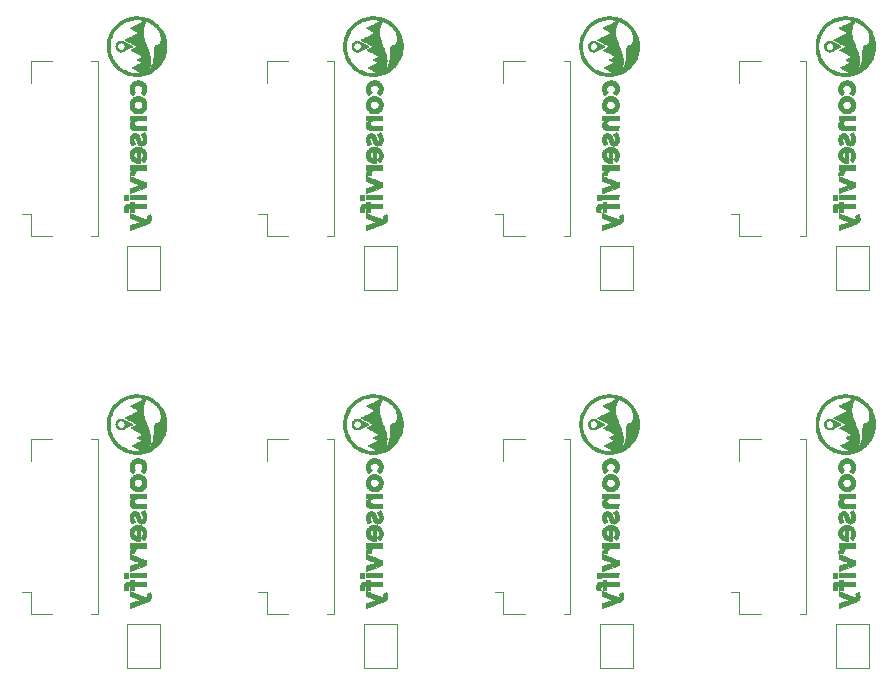
<source format=gbr>
G04 #@! TF.GenerationSoftware,KiCad,Pcbnew,(5.1.0-rc1-113-g51cc783e7)*
G04 #@! TF.CreationDate,2019-03-14T17:18:50-04:00
G04 #@! TF.ProjectId,fk-naturalist-sensors,666b2d6e-6174-4757-9261-6c6973742d73,rev?*
G04 #@! TF.SameCoordinates,Original*
G04 #@! TF.FileFunction,Legend,Bot*
G04 #@! TF.FilePolarity,Positive*
%FSLAX46Y46*%
G04 Gerber Fmt 4.6, Leading zero omitted, Abs format (unit mm)*
G04 Created by KiCad (PCBNEW (5.1.0-rc1-113-g51cc783e7)) date 2019-03-14 17:18:50*
%MOMM*%
%LPD*%
G04 APERTURE LIST*
%ADD10C,0.120000*%
%ADD11C,0.010000*%
%ADD12C,0.100000*%
G04 APERTURE END LIST*
D10*
X97610000Y-70109200D02*
X97060000Y-70109200D01*
X97610000Y-84929200D02*
X97610000Y-70109200D01*
X97060000Y-84929200D02*
X97610000Y-84929200D01*
X91940000Y-70109200D02*
X91940000Y-71959200D01*
X93740000Y-70109200D02*
X91940000Y-70109200D01*
X91940000Y-83079200D02*
X91200000Y-83079200D01*
X91940000Y-84929200D02*
X91940000Y-83079200D01*
X93740000Y-84929200D02*
X91940000Y-84929200D01*
X77610000Y-70109200D02*
X77060000Y-70109200D01*
X77610000Y-84929200D02*
X77610000Y-70109200D01*
X77060000Y-84929200D02*
X77610000Y-84929200D01*
X71940000Y-70109200D02*
X71940000Y-71959200D01*
X73740000Y-70109200D02*
X71940000Y-70109200D01*
X71940000Y-83079200D02*
X71200000Y-83079200D01*
X71940000Y-84929200D02*
X71940000Y-83079200D01*
X73740000Y-84929200D02*
X71940000Y-84929200D01*
X57610000Y-70109200D02*
X57060000Y-70109200D01*
X57610000Y-84929200D02*
X57610000Y-70109200D01*
X57060000Y-84929200D02*
X57610000Y-84929200D01*
X51940000Y-70109200D02*
X51940000Y-71959200D01*
X53740000Y-70109200D02*
X51940000Y-70109200D01*
X51940000Y-83079200D02*
X51200000Y-83079200D01*
X51940000Y-84929200D02*
X51940000Y-83079200D01*
X53740000Y-84929200D02*
X51940000Y-84929200D01*
X37610000Y-70109200D02*
X37060000Y-70109200D01*
X37610000Y-84929200D02*
X37610000Y-70109200D01*
X37060000Y-84929200D02*
X37610000Y-84929200D01*
X31940000Y-70109200D02*
X31940000Y-71959200D01*
X33740000Y-70109200D02*
X31940000Y-70109200D01*
X31940000Y-83079200D02*
X31200000Y-83079200D01*
X31940000Y-84929200D02*
X31940000Y-83079200D01*
X33740000Y-84929200D02*
X31940000Y-84929200D01*
X97610000Y-38109200D02*
X97060000Y-38109200D01*
X97610000Y-52929200D02*
X97610000Y-38109200D01*
X97060000Y-52929200D02*
X97610000Y-52929200D01*
X91940000Y-38109200D02*
X91940000Y-39959200D01*
X93740000Y-38109200D02*
X91940000Y-38109200D01*
X91940000Y-51079200D02*
X91200000Y-51079200D01*
X91940000Y-52929200D02*
X91940000Y-51079200D01*
X93740000Y-52929200D02*
X91940000Y-52929200D01*
X77610000Y-38109200D02*
X77060000Y-38109200D01*
X77610000Y-52929200D02*
X77610000Y-38109200D01*
X77060000Y-52929200D02*
X77610000Y-52929200D01*
X71940000Y-38109200D02*
X71940000Y-39959200D01*
X73740000Y-38109200D02*
X71940000Y-38109200D01*
X71940000Y-51079200D02*
X71200000Y-51079200D01*
X71940000Y-52929200D02*
X71940000Y-51079200D01*
X73740000Y-52929200D02*
X71940000Y-52929200D01*
X57610000Y-38109200D02*
X57060000Y-38109200D01*
X57610000Y-52929200D02*
X57610000Y-38109200D01*
X57060000Y-52929200D02*
X57610000Y-52929200D01*
X51940000Y-38109200D02*
X51940000Y-39959200D01*
X53740000Y-38109200D02*
X51940000Y-38109200D01*
X51940000Y-51079200D02*
X51200000Y-51079200D01*
X51940000Y-52929200D02*
X51940000Y-51079200D01*
X53740000Y-52929200D02*
X51940000Y-52929200D01*
D11*
G36*
X99112660Y-68883829D02*
G01*
X99127534Y-68952927D01*
X99154410Y-69023690D01*
X99162650Y-69041091D01*
X99178807Y-69071964D01*
X99194938Y-69097276D01*
X99214167Y-69121303D01*
X99239617Y-69148320D01*
X99244765Y-69153496D01*
X99271313Y-69179127D01*
X99293938Y-69198174D01*
X99316956Y-69213713D01*
X99344687Y-69228824D01*
X99363189Y-69237912D01*
X99406609Y-69257655D01*
X99443570Y-69271359D01*
X99478208Y-69279989D01*
X99514657Y-69284513D01*
X99557052Y-69285896D01*
X99568375Y-69285869D01*
X99589728Y-69285486D01*
X99609722Y-69284397D01*
X99629302Y-69282208D01*
X99649415Y-69278528D01*
X99671005Y-69272966D01*
X99695019Y-69265131D01*
X99722404Y-69254630D01*
X99754104Y-69241073D01*
X99791066Y-69224066D01*
X99834237Y-69203220D01*
X99884561Y-69178142D01*
X99942986Y-69148441D01*
X100010456Y-69113725D01*
X100087919Y-69073603D01*
X100114475Y-69059816D01*
X100177049Y-69027258D01*
X100236463Y-68996228D01*
X100291724Y-68967252D01*
X100341843Y-68940853D01*
X100385827Y-68917559D01*
X100422685Y-68897894D01*
X100451426Y-68882384D01*
X100471059Y-68871553D01*
X100480593Y-68865927D01*
X100481187Y-68865484D01*
X100490075Y-68850490D01*
X100491664Y-68831371D01*
X100485709Y-68814464D01*
X100483279Y-68811587D01*
X100474710Y-68805669D01*
X100456009Y-68794559D01*
X100428341Y-68778871D01*
X100392870Y-68759219D01*
X100350758Y-68736216D01*
X100303170Y-68710478D01*
X100251268Y-68682618D01*
X100196218Y-68653251D01*
X100139182Y-68622991D01*
X100081324Y-68592452D01*
X100023808Y-68562249D01*
X99967797Y-68532995D01*
X99914455Y-68505305D01*
X99864945Y-68479793D01*
X99820432Y-68457073D01*
X99782079Y-68437761D01*
X99751049Y-68422469D01*
X99728506Y-68411812D01*
X99715803Y-68406468D01*
X99639403Y-68386374D01*
X99563835Y-68378484D01*
X99552042Y-68379160D01*
X99552042Y-68515922D01*
X99611324Y-68518998D01*
X99667341Y-68532660D01*
X99719067Y-68555881D01*
X99765476Y-68587633D01*
X99805541Y-68626887D01*
X99838235Y-68672617D01*
X99862532Y-68723794D01*
X99877406Y-68779390D01*
X99881830Y-68838378D01*
X99874777Y-68899729D01*
X99873043Y-68907488D01*
X99852715Y-68967933D01*
X99822419Y-69020940D01*
X99782986Y-69065751D01*
X99735250Y-69101610D01*
X99680040Y-69127763D01*
X99618189Y-69143452D01*
X99612577Y-69144289D01*
X99551246Y-69147084D01*
X99492743Y-69138575D01*
X99438117Y-69119856D01*
X99388415Y-69092022D01*
X99344686Y-69056167D01*
X99307978Y-69013387D01*
X99279340Y-68964775D01*
X99259820Y-68911428D01*
X99250466Y-68854439D01*
X99252328Y-68794904D01*
X99256145Y-68772075D01*
X99274877Y-68708664D01*
X99303148Y-68653288D01*
X99340497Y-68606434D01*
X99386464Y-68568587D01*
X99440590Y-68540234D01*
X99490522Y-68524460D01*
X99552042Y-68515922D01*
X99552042Y-68379160D01*
X99489932Y-68382726D01*
X99418529Y-68399032D01*
X99350459Y-68427329D01*
X99329238Y-68439071D01*
X99269267Y-68481463D01*
X99217693Y-68532583D01*
X99175598Y-68591118D01*
X99144066Y-68655755D01*
X99138975Y-68669727D01*
X99118488Y-68743909D01*
X99109680Y-68814717D01*
X99112660Y-68883829D01*
X99112660Y-68883829D01*
G37*
X99112660Y-68883829D02*
X99127534Y-68952927D01*
X99154410Y-69023690D01*
X99162650Y-69041091D01*
X99178807Y-69071964D01*
X99194938Y-69097276D01*
X99214167Y-69121303D01*
X99239617Y-69148320D01*
X99244765Y-69153496D01*
X99271313Y-69179127D01*
X99293938Y-69198174D01*
X99316956Y-69213713D01*
X99344687Y-69228824D01*
X99363189Y-69237912D01*
X99406609Y-69257655D01*
X99443570Y-69271359D01*
X99478208Y-69279989D01*
X99514657Y-69284513D01*
X99557052Y-69285896D01*
X99568375Y-69285869D01*
X99589728Y-69285486D01*
X99609722Y-69284397D01*
X99629302Y-69282208D01*
X99649415Y-69278528D01*
X99671005Y-69272966D01*
X99695019Y-69265131D01*
X99722404Y-69254630D01*
X99754104Y-69241073D01*
X99791066Y-69224066D01*
X99834237Y-69203220D01*
X99884561Y-69178142D01*
X99942986Y-69148441D01*
X100010456Y-69113725D01*
X100087919Y-69073603D01*
X100114475Y-69059816D01*
X100177049Y-69027258D01*
X100236463Y-68996228D01*
X100291724Y-68967252D01*
X100341843Y-68940853D01*
X100385827Y-68917559D01*
X100422685Y-68897894D01*
X100451426Y-68882384D01*
X100471059Y-68871553D01*
X100480593Y-68865927D01*
X100481187Y-68865484D01*
X100490075Y-68850490D01*
X100491664Y-68831371D01*
X100485709Y-68814464D01*
X100483279Y-68811587D01*
X100474710Y-68805669D01*
X100456009Y-68794559D01*
X100428341Y-68778871D01*
X100392870Y-68759219D01*
X100350758Y-68736216D01*
X100303170Y-68710478D01*
X100251268Y-68682618D01*
X100196218Y-68653251D01*
X100139182Y-68622991D01*
X100081324Y-68592452D01*
X100023808Y-68562249D01*
X99967797Y-68532995D01*
X99914455Y-68505305D01*
X99864945Y-68479793D01*
X99820432Y-68457073D01*
X99782079Y-68437761D01*
X99751049Y-68422469D01*
X99728506Y-68411812D01*
X99715803Y-68406468D01*
X99639403Y-68386374D01*
X99563835Y-68378484D01*
X99552042Y-68379160D01*
X99552042Y-68515922D01*
X99611324Y-68518998D01*
X99667341Y-68532660D01*
X99719067Y-68555881D01*
X99765476Y-68587633D01*
X99805541Y-68626887D01*
X99838235Y-68672617D01*
X99862532Y-68723794D01*
X99877406Y-68779390D01*
X99881830Y-68838378D01*
X99874777Y-68899729D01*
X99873043Y-68907488D01*
X99852715Y-68967933D01*
X99822419Y-69020940D01*
X99782986Y-69065751D01*
X99735250Y-69101610D01*
X99680040Y-69127763D01*
X99618189Y-69143452D01*
X99612577Y-69144289D01*
X99551246Y-69147084D01*
X99492743Y-69138575D01*
X99438117Y-69119856D01*
X99388415Y-69092022D01*
X99344686Y-69056167D01*
X99307978Y-69013387D01*
X99279340Y-68964775D01*
X99259820Y-68911428D01*
X99250466Y-68854439D01*
X99252328Y-68794904D01*
X99256145Y-68772075D01*
X99274877Y-68708664D01*
X99303148Y-68653288D01*
X99340497Y-68606434D01*
X99386464Y-68568587D01*
X99440590Y-68540234D01*
X99490522Y-68524460D01*
X99552042Y-68515922D01*
X99552042Y-68379160D01*
X99489932Y-68382726D01*
X99418529Y-68399032D01*
X99350459Y-68427329D01*
X99329238Y-68439071D01*
X99269267Y-68481463D01*
X99217693Y-68532583D01*
X99175598Y-68591118D01*
X99144066Y-68655755D01*
X99138975Y-68669727D01*
X99118488Y-68743909D01*
X99109680Y-68814717D01*
X99112660Y-68883829D01*
G36*
X100187500Y-81818150D02*
G01*
X100187500Y-81405400D01*
X99838250Y-81405400D01*
X99838250Y-81818150D01*
X100187500Y-81818150D01*
X100187500Y-81818150D01*
G37*
X100187500Y-81818150D02*
X100187500Y-81405400D01*
X99838250Y-81405400D01*
X99838250Y-81818150D01*
X100187500Y-81818150D01*
G36*
X99823287Y-82611900D02*
G01*
X99823708Y-82661284D01*
X99825092Y-82701368D01*
X99827834Y-82735537D01*
X99832329Y-82767178D01*
X99838973Y-82799678D01*
X99848160Y-82836422D01*
X99850522Y-82845262D01*
X99857789Y-82872250D01*
X100023324Y-82872250D01*
X100073429Y-82872203D01*
X100112217Y-82872000D01*
X100141068Y-82871546D01*
X100161365Y-82870744D01*
X100174490Y-82869500D01*
X100181824Y-82867718D01*
X100184749Y-82865303D01*
X100184648Y-82862158D01*
X100184267Y-82861137D01*
X100173294Y-82827944D01*
X100163991Y-82787420D01*
X100157383Y-82744920D01*
X100154508Y-82706191D01*
X100156958Y-82659809D01*
X100166938Y-82623137D01*
X100185240Y-82595330D01*
X100212652Y-82575543D01*
X100249966Y-82562931D01*
X100294109Y-82556908D01*
X100346024Y-82553170D01*
X100347724Y-82709773D01*
X100349425Y-82866376D01*
X100666925Y-82866376D01*
X100670325Y-82561100D01*
X101698800Y-82561100D01*
X101698800Y-82167400D01*
X100670100Y-82167400D01*
X100670100Y-82008650D01*
X100346250Y-82008650D01*
X100346250Y-82165674D01*
X100252587Y-82168970D01*
X100211623Y-82171118D01*
X100171773Y-82174471D01*
X100136920Y-82178638D01*
X100111300Y-82183150D01*
X100043465Y-82204131D01*
X99984614Y-82234079D01*
X99934625Y-82273107D01*
X99893378Y-82321333D01*
X99860751Y-82378871D01*
X99836624Y-82445838D01*
X99836610Y-82445888D01*
X99831622Y-82465569D01*
X99828019Y-82484925D01*
X99825592Y-82506550D01*
X99824133Y-82533038D01*
X99823434Y-82566985D01*
X99823286Y-82610985D01*
X99823287Y-82611900D01*
X99823287Y-82611900D01*
G37*
X99823287Y-82611900D02*
X99823708Y-82661284D01*
X99825092Y-82701368D01*
X99827834Y-82735537D01*
X99832329Y-82767178D01*
X99838973Y-82799678D01*
X99848160Y-82836422D01*
X99850522Y-82845262D01*
X99857789Y-82872250D01*
X100023324Y-82872250D01*
X100073429Y-82872203D01*
X100112217Y-82872000D01*
X100141068Y-82871546D01*
X100161365Y-82870744D01*
X100174490Y-82869500D01*
X100181824Y-82867718D01*
X100184749Y-82865303D01*
X100184648Y-82862158D01*
X100184267Y-82861137D01*
X100173294Y-82827944D01*
X100163991Y-82787420D01*
X100157383Y-82744920D01*
X100154508Y-82706191D01*
X100156958Y-82659809D01*
X100166938Y-82623137D01*
X100185240Y-82595330D01*
X100212652Y-82575543D01*
X100249966Y-82562931D01*
X100294109Y-82556908D01*
X100346024Y-82553170D01*
X100347724Y-82709773D01*
X100349425Y-82866376D01*
X100666925Y-82866376D01*
X100670325Y-82561100D01*
X101698800Y-82561100D01*
X101698800Y-82167400D01*
X100670100Y-82167400D01*
X100670100Y-82008650D01*
X100346250Y-82008650D01*
X100346250Y-82165674D01*
X100252587Y-82168970D01*
X100211623Y-82171118D01*
X100171773Y-82174471D01*
X100136920Y-82178638D01*
X100111300Y-82183150D01*
X100043465Y-82204131D01*
X99984614Y-82234079D01*
X99934625Y-82273107D01*
X99893378Y-82321333D01*
X99860751Y-82378871D01*
X99836624Y-82445838D01*
X99836610Y-82445888D01*
X99831622Y-82465569D01*
X99828019Y-82484925D01*
X99825592Y-82506550D01*
X99824133Y-82533038D01*
X99823434Y-82566985D01*
X99823286Y-82610985D01*
X99823287Y-82611900D01*
G36*
X101014587Y-81807096D02*
G01*
X101695625Y-81805568D01*
X101697302Y-81608659D01*
X101698980Y-81411750D01*
X100333550Y-81411750D01*
X100333549Y-81610187D01*
X100333549Y-81808625D01*
X101014587Y-81807096D01*
X101014587Y-81807096D01*
G37*
X101014587Y-81807096D02*
X101695625Y-81805568D01*
X101697302Y-81608659D01*
X101698980Y-81411750D01*
X100333550Y-81411750D01*
X100333549Y-81610187D01*
X100333549Y-81808625D01*
X101014587Y-81807096D01*
G36*
X100305503Y-79725671D02*
G01*
X100309526Y-79741700D01*
X100712803Y-79741700D01*
X100717152Y-79688098D01*
X100728311Y-79612076D01*
X100748815Y-79544638D01*
X100778763Y-79485663D01*
X100818253Y-79435029D01*
X100867386Y-79392612D01*
X100926261Y-79358291D01*
X100994977Y-79331943D01*
X101009825Y-79327643D01*
X101021773Y-79324477D01*
X101033485Y-79321815D01*
X101046167Y-79319604D01*
X101061029Y-79317790D01*
X101079280Y-79316321D01*
X101102127Y-79315144D01*
X101130780Y-79314205D01*
X101166448Y-79313452D01*
X101210338Y-79312832D01*
X101263659Y-79312290D01*
X101327620Y-79311775D01*
X101379712Y-79311399D01*
X101698800Y-79309152D01*
X101698800Y-78916200D01*
X100333550Y-78916200D01*
X100333550Y-79309900D01*
X100458962Y-79310044D01*
X100584375Y-79310188D01*
X100545390Y-79331203D01*
X100485381Y-79368378D01*
X100432407Y-79410939D01*
X100387793Y-79457454D01*
X100352865Y-79506490D01*
X100328948Y-79556616D01*
X100324709Y-79569610D01*
X100318211Y-79595994D01*
X100312486Y-79626998D01*
X100307965Y-79659117D01*
X100305078Y-79688846D01*
X100304258Y-79712680D01*
X100305503Y-79725671D01*
X100305503Y-79725671D01*
G37*
X100305503Y-79725671D02*
X100309526Y-79741700D01*
X100712803Y-79741700D01*
X100717152Y-79688098D01*
X100728311Y-79612076D01*
X100748815Y-79544638D01*
X100778763Y-79485663D01*
X100818253Y-79435029D01*
X100867386Y-79392612D01*
X100926261Y-79358291D01*
X100994977Y-79331943D01*
X101009825Y-79327643D01*
X101021773Y-79324477D01*
X101033485Y-79321815D01*
X101046167Y-79319604D01*
X101061029Y-79317790D01*
X101079280Y-79316321D01*
X101102127Y-79315144D01*
X101130780Y-79314205D01*
X101166448Y-79313452D01*
X101210338Y-79312832D01*
X101263659Y-79312290D01*
X101327620Y-79311775D01*
X101379712Y-79311399D01*
X101698800Y-79309152D01*
X101698800Y-78916200D01*
X100333550Y-78916200D01*
X100333550Y-79309900D01*
X100458962Y-79310044D01*
X100584375Y-79310188D01*
X100545390Y-79331203D01*
X100485381Y-79368378D01*
X100432407Y-79410939D01*
X100387793Y-79457454D01*
X100352865Y-79506490D01*
X100328948Y-79556616D01*
X100324709Y-79569610D01*
X100318211Y-79595994D01*
X100312486Y-79626998D01*
X100307965Y-79659117D01*
X100305078Y-79688846D01*
X100304258Y-79712680D01*
X100305503Y-79725671D01*
G36*
X100311510Y-75550886D02*
G01*
X100312243Y-75582403D01*
X100313786Y-75606730D01*
X100316402Y-75626617D01*
X100320354Y-75644819D01*
X100325905Y-75664089D01*
X100326189Y-75665000D01*
X100347494Y-75722033D01*
X100373916Y-75770653D01*
X100407798Y-75814842D01*
X100425625Y-75833856D01*
X100480978Y-75880936D01*
X100544513Y-75918405D01*
X100615963Y-75946132D01*
X100690342Y-75963233D01*
X100704884Y-75964527D01*
X100731557Y-75965698D01*
X100769794Y-75966741D01*
X100819024Y-75967647D01*
X100878681Y-75968410D01*
X100948196Y-75969022D01*
X101026999Y-75969476D01*
X101114524Y-75969765D01*
X101210202Y-75969881D01*
X101213025Y-75969882D01*
X101695625Y-75969992D01*
X101697302Y-75773046D01*
X101698980Y-75576100D01*
X101284299Y-75576100D01*
X101197726Y-75576081D01*
X101122859Y-75575985D01*
X101058703Y-75575748D01*
X101004264Y-75575311D01*
X100958548Y-75574611D01*
X100920561Y-75573587D01*
X100889307Y-75572176D01*
X100863794Y-75570318D01*
X100843026Y-75567950D01*
X100826010Y-75565012D01*
X100811751Y-75561441D01*
X100799254Y-75557176D01*
X100787526Y-75552155D01*
X100775573Y-75546318D01*
X100771674Y-75544337D01*
X100735603Y-75519393D01*
X100704445Y-75484922D01*
X100683565Y-75449649D01*
X100675817Y-75431611D01*
X100670904Y-75414939D01*
X100668203Y-75395817D01*
X100667095Y-75370431D01*
X100666935Y-75347500D01*
X100667314Y-75315601D01*
X100668865Y-75292583D01*
X100672203Y-75274641D01*
X100677946Y-75257968D01*
X100683447Y-75245610D01*
X100708571Y-75202563D01*
X100739337Y-75169702D01*
X100770150Y-75148931D01*
X100783162Y-75141947D01*
X100795359Y-75135919D01*
X100807741Y-75130778D01*
X100821310Y-75126452D01*
X100837068Y-75122871D01*
X100856014Y-75119964D01*
X100879150Y-75117662D01*
X100907477Y-75115894D01*
X100941996Y-75114589D01*
X100983709Y-75113677D01*
X101033615Y-75113088D01*
X101092717Y-75112751D01*
X101162014Y-75112596D01*
X101242509Y-75112552D01*
X101287384Y-75112550D01*
X101698800Y-75112550D01*
X101698800Y-74718850D01*
X100333550Y-74718850D01*
X100333550Y-75112550D01*
X100420862Y-75112538D01*
X100508175Y-75112527D01*
X100447850Y-75174704D01*
X100410612Y-75215014D01*
X100381703Y-75251269D01*
X100359013Y-75286651D01*
X100340432Y-75324340D01*
X100328338Y-75354900D01*
X100322047Y-75372894D01*
X100317529Y-75388812D01*
X100314493Y-75405301D01*
X100312647Y-75425010D01*
X100311699Y-75450585D01*
X100311359Y-75484674D01*
X100311325Y-75509425D01*
X100311510Y-75550886D01*
X100311510Y-75550886D01*
G37*
X100311510Y-75550886D02*
X100312243Y-75582403D01*
X100313786Y-75606730D01*
X100316402Y-75626617D01*
X100320354Y-75644819D01*
X100325905Y-75664089D01*
X100326189Y-75665000D01*
X100347494Y-75722033D01*
X100373916Y-75770653D01*
X100407798Y-75814842D01*
X100425625Y-75833856D01*
X100480978Y-75880936D01*
X100544513Y-75918405D01*
X100615963Y-75946132D01*
X100690342Y-75963233D01*
X100704884Y-75964527D01*
X100731557Y-75965698D01*
X100769794Y-75966741D01*
X100819024Y-75967647D01*
X100878681Y-75968410D01*
X100948196Y-75969022D01*
X101026999Y-75969476D01*
X101114524Y-75969765D01*
X101210202Y-75969881D01*
X101213025Y-75969882D01*
X101695625Y-75969992D01*
X101697302Y-75773046D01*
X101698980Y-75576100D01*
X101284299Y-75576100D01*
X101197726Y-75576081D01*
X101122859Y-75575985D01*
X101058703Y-75575748D01*
X101004264Y-75575311D01*
X100958548Y-75574611D01*
X100920561Y-75573587D01*
X100889307Y-75572176D01*
X100863794Y-75570318D01*
X100843026Y-75567950D01*
X100826010Y-75565012D01*
X100811751Y-75561441D01*
X100799254Y-75557176D01*
X100787526Y-75552155D01*
X100775573Y-75546318D01*
X100771674Y-75544337D01*
X100735603Y-75519393D01*
X100704445Y-75484922D01*
X100683565Y-75449649D01*
X100675817Y-75431611D01*
X100670904Y-75414939D01*
X100668203Y-75395817D01*
X100667095Y-75370431D01*
X100666935Y-75347500D01*
X100667314Y-75315601D01*
X100668865Y-75292583D01*
X100672203Y-75274641D01*
X100677946Y-75257968D01*
X100683447Y-75245610D01*
X100708571Y-75202563D01*
X100739337Y-75169702D01*
X100770150Y-75148931D01*
X100783162Y-75141947D01*
X100795359Y-75135919D01*
X100807741Y-75130778D01*
X100821310Y-75126452D01*
X100837068Y-75122871D01*
X100856014Y-75119964D01*
X100879150Y-75117662D01*
X100907477Y-75115894D01*
X100941996Y-75114589D01*
X100983709Y-75113677D01*
X101033615Y-75113088D01*
X101092717Y-75112751D01*
X101162014Y-75112596D01*
X101242509Y-75112552D01*
X101287384Y-75112550D01*
X101698800Y-75112550D01*
X101698800Y-74718850D01*
X100333550Y-74718850D01*
X100333550Y-75112550D01*
X100420862Y-75112538D01*
X100508175Y-75112527D01*
X100447850Y-75174704D01*
X100410612Y-75215014D01*
X100381703Y-75251269D01*
X100359013Y-75286651D01*
X100340432Y-75324340D01*
X100328338Y-75354900D01*
X100322047Y-75372894D01*
X100317529Y-75388812D01*
X100314493Y-75405301D01*
X100312647Y-75425010D01*
X100311699Y-75450585D01*
X100311359Y-75484674D01*
X100311325Y-75509425D01*
X100311510Y-75550886D01*
G36*
X100370062Y-81257668D02*
G01*
X100380815Y-81253509D01*
X100402584Y-81245044D01*
X100434557Y-81232590D01*
X100475922Y-81216463D01*
X100525866Y-81196982D01*
X100583578Y-81174462D01*
X100648245Y-81149221D01*
X100719054Y-81121576D01*
X100795194Y-81091844D01*
X100875852Y-81060342D01*
X100960216Y-81027387D01*
X101047473Y-80993296D01*
X101057450Y-80989397D01*
X101708325Y-80735076D01*
X101710011Y-80555726D01*
X101710458Y-80503163D01*
X101710646Y-80461897D01*
X101710502Y-80430528D01*
X101709954Y-80407655D01*
X101708929Y-80391875D01*
X101707354Y-80381789D01*
X101705157Y-80375996D01*
X101702264Y-80373093D01*
X101700486Y-80372270D01*
X101693201Y-80369461D01*
X101674847Y-80362328D01*
X101646181Y-80351167D01*
X101607964Y-80336275D01*
X101560956Y-80317947D01*
X101505915Y-80296480D01*
X101443602Y-80272171D01*
X101374776Y-80245315D01*
X101300195Y-80216209D01*
X101220621Y-80185149D01*
X101136813Y-80152431D01*
X101049529Y-80118352D01*
X101017208Y-80105732D01*
X100928986Y-80071302D01*
X100844044Y-80038191D01*
X100763135Y-80006691D01*
X100687009Y-79977091D01*
X100616419Y-79949682D01*
X100552115Y-79924757D01*
X100494848Y-79902604D01*
X100445370Y-79883516D01*
X100404433Y-79867783D01*
X100372787Y-79855695D01*
X100351184Y-79847545D01*
X100340375Y-79843621D01*
X100339259Y-79843300D01*
X100337716Y-79849477D01*
X100336474Y-79867329D01*
X100335554Y-79895830D01*
X100334978Y-79933957D01*
X100334765Y-79980686D01*
X100334936Y-80034995D01*
X100335050Y-80050735D01*
X100336725Y-80258170D01*
X100783715Y-80407165D01*
X100864851Y-80434310D01*
X100939347Y-80459434D01*
X101006564Y-80482314D01*
X101065861Y-80502724D01*
X101116600Y-80520441D01*
X101158141Y-80535240D01*
X101189845Y-80546897D01*
X101211072Y-80555188D01*
X101221184Y-80559888D01*
X101221865Y-80560826D01*
X101214533Y-80563566D01*
X101196129Y-80570014D01*
X101167620Y-80579839D01*
X101129976Y-80592714D01*
X101084165Y-80608308D01*
X101031155Y-80626293D01*
X100971916Y-80646339D01*
X100907416Y-80668117D01*
X100838623Y-80691298D01*
X100773287Y-80713275D01*
X100333550Y-80861058D01*
X100333550Y-81271617D01*
X100370062Y-81257668D01*
X100370062Y-81257668D01*
G37*
X100370062Y-81257668D02*
X100380815Y-81253509D01*
X100402584Y-81245044D01*
X100434557Y-81232590D01*
X100475922Y-81216463D01*
X100525866Y-81196982D01*
X100583578Y-81174462D01*
X100648245Y-81149221D01*
X100719054Y-81121576D01*
X100795194Y-81091844D01*
X100875852Y-81060342D01*
X100960216Y-81027387D01*
X101047473Y-80993296D01*
X101057450Y-80989397D01*
X101708325Y-80735076D01*
X101710011Y-80555726D01*
X101710458Y-80503163D01*
X101710646Y-80461897D01*
X101710502Y-80430528D01*
X101709954Y-80407655D01*
X101708929Y-80391875D01*
X101707354Y-80381789D01*
X101705157Y-80375996D01*
X101702264Y-80373093D01*
X101700486Y-80372270D01*
X101693201Y-80369461D01*
X101674847Y-80362328D01*
X101646181Y-80351167D01*
X101607964Y-80336275D01*
X101560956Y-80317947D01*
X101505915Y-80296480D01*
X101443602Y-80272171D01*
X101374776Y-80245315D01*
X101300195Y-80216209D01*
X101220621Y-80185149D01*
X101136813Y-80152431D01*
X101049529Y-80118352D01*
X101017208Y-80105732D01*
X100928986Y-80071302D01*
X100844044Y-80038191D01*
X100763135Y-80006691D01*
X100687009Y-79977091D01*
X100616419Y-79949682D01*
X100552115Y-79924757D01*
X100494848Y-79902604D01*
X100445370Y-79883516D01*
X100404433Y-79867783D01*
X100372787Y-79855695D01*
X100351184Y-79847545D01*
X100340375Y-79843621D01*
X100339259Y-79843300D01*
X100337716Y-79849477D01*
X100336474Y-79867329D01*
X100335554Y-79895830D01*
X100334978Y-79933957D01*
X100334765Y-79980686D01*
X100334936Y-80034995D01*
X100335050Y-80050735D01*
X100336725Y-80258170D01*
X100783715Y-80407165D01*
X100864851Y-80434310D01*
X100939347Y-80459434D01*
X101006564Y-80482314D01*
X101065861Y-80502724D01*
X101116600Y-80520441D01*
X101158141Y-80535240D01*
X101189845Y-80546897D01*
X101211072Y-80555188D01*
X101221184Y-80559888D01*
X101221865Y-80560826D01*
X101214533Y-80563566D01*
X101196129Y-80570014D01*
X101167620Y-80579839D01*
X101129976Y-80592714D01*
X101084165Y-80608308D01*
X101031155Y-80626293D01*
X100971916Y-80646339D01*
X100907416Y-80668117D01*
X100838623Y-80691298D01*
X100773287Y-80713275D01*
X100333550Y-80861058D01*
X100333550Y-81271617D01*
X100370062Y-81257668D01*
G36*
X100311992Y-76748667D02*
G01*
X100321603Y-76836608D01*
X100340838Y-76927459D01*
X100369882Y-77020442D01*
X100371143Y-77023900D01*
X100381834Y-77050625D01*
X100395465Y-77081121D01*
X100410801Y-77113013D01*
X100426609Y-77143923D01*
X100441657Y-77171479D01*
X100454711Y-77193304D01*
X100464537Y-77207023D01*
X100467804Y-77210069D01*
X100475671Y-77209505D01*
X100492445Y-77203165D01*
X100518588Y-77190830D01*
X100554559Y-77172281D01*
X100600820Y-77147300D01*
X100606687Y-77144078D01*
X100643597Y-77123754D01*
X100676666Y-77105494D01*
X100704312Y-77090176D01*
X100724948Y-77078680D01*
X100736991Y-77071885D01*
X100739437Y-77070428D01*
X100737767Y-77064289D01*
X100731406Y-77048755D01*
X100721238Y-77025843D01*
X100708145Y-76997568D01*
X100700284Y-76981020D01*
X100683856Y-76945651D01*
X100667990Y-76909590D01*
X100654258Y-76876530D01*
X100644227Y-76850165D01*
X100642403Y-76844814D01*
X100626767Y-76787880D01*
X100618187Y-76734949D01*
X100616431Y-76687074D01*
X100621265Y-76645308D01*
X100632456Y-76610707D01*
X100649770Y-76584322D01*
X100672975Y-76567209D01*
X100701836Y-76560421D01*
X100705394Y-76560350D01*
X100730867Y-76564012D01*
X100751426Y-76576169D01*
X100768833Y-76595959D01*
X100788000Y-76627581D01*
X100809003Y-76671197D01*
X100831921Y-76726973D01*
X100856829Y-76795071D01*
X100863481Y-76814350D01*
X100890852Y-76891010D01*
X100916869Y-76956374D01*
X100942120Y-77011693D01*
X100967193Y-77058221D01*
X100992677Y-77097211D01*
X101002241Y-77109868D01*
X101046361Y-77158684D01*
X101093464Y-77195961D01*
X101145061Y-77222418D01*
X101202662Y-77238770D01*
X101267778Y-77245738D01*
X101288971Y-77246105D01*
X101365789Y-77240632D01*
X101435866Y-77224465D01*
X101498978Y-77197808D01*
X101554898Y-77160871D01*
X101603399Y-77113860D01*
X101644257Y-77056981D01*
X101677244Y-76990443D01*
X101702134Y-76914452D01*
X101714511Y-76856380D01*
X101718186Y-76826871D01*
X101720947Y-76788705D01*
X101722708Y-76745762D01*
X101723385Y-76701926D01*
X101722892Y-76661079D01*
X101721144Y-76627102D01*
X101719827Y-76614325D01*
X101706497Y-76538971D01*
X101686175Y-76460093D01*
X101660448Y-76383083D01*
X101631791Y-76315188D01*
X101619230Y-76290628D01*
X101603338Y-76262141D01*
X101585556Y-76232024D01*
X101567326Y-76202576D01*
X101550089Y-76176096D01*
X101535287Y-76154882D01*
X101524362Y-76141233D01*
X101520517Y-76137777D01*
X101514057Y-76140183D01*
X101498824Y-76148453D01*
X101476637Y-76161438D01*
X101449312Y-76177988D01*
X101418667Y-76196954D01*
X101386517Y-76217188D01*
X101354681Y-76237541D01*
X101324974Y-76256862D01*
X101299214Y-76274004D01*
X101279217Y-76287818D01*
X101266801Y-76297154D01*
X101263711Y-76300184D01*
X101265699Y-76307174D01*
X101273373Y-76322500D01*
X101285491Y-76343854D01*
X101299785Y-76367294D01*
X101342192Y-76442284D01*
X101376791Y-76519154D01*
X101401847Y-76594052D01*
X101401894Y-76594226D01*
X101408553Y-76622234D01*
X101412847Y-76650045D01*
X101415206Y-76681729D01*
X101416060Y-76721358D01*
X101416085Y-76728625D01*
X101415929Y-76763546D01*
X101415077Y-76788590D01*
X101413159Y-76806578D01*
X101409805Y-76820328D01*
X101404645Y-76832660D01*
X101401681Y-76838411D01*
X101380425Y-76866729D01*
X101353077Y-76884315D01*
X101320652Y-76890522D01*
X101319874Y-76890526D01*
X101297092Y-76887133D01*
X101276702Y-76876249D01*
X101257974Y-76856878D01*
X101240182Y-76828024D01*
X101222599Y-76788694D01*
X101204496Y-76737892D01*
X101201501Y-76728625D01*
X101182005Y-76667716D01*
X101165852Y-76617546D01*
X101152569Y-76576739D01*
X101141684Y-76543921D01*
X101132726Y-76517718D01*
X101125221Y-76496753D01*
X101118699Y-76479652D01*
X101112686Y-76465040D01*
X101106711Y-76451542D01*
X101105292Y-76448450D01*
X101067504Y-76379322D01*
X101022852Y-76320870D01*
X100994422Y-76292414D01*
X100949595Y-76257194D01*
X100902732Y-76231694D01*
X100851460Y-76215077D01*
X100793407Y-76206505D01*
X100746553Y-76204843D01*
X100683915Y-76207914D01*
X100629356Y-76217381D01*
X100579619Y-76233912D01*
X100559038Y-76243292D01*
X100498411Y-76279935D01*
X100445909Y-76325714D01*
X100401718Y-76379851D01*
X100366026Y-76441568D01*
X100339020Y-76510086D01*
X100320887Y-76584627D01*
X100311815Y-76664414D01*
X100311992Y-76748667D01*
X100311992Y-76748667D01*
G37*
X100311992Y-76748667D02*
X100321603Y-76836608D01*
X100340838Y-76927459D01*
X100369882Y-77020442D01*
X100371143Y-77023900D01*
X100381834Y-77050625D01*
X100395465Y-77081121D01*
X100410801Y-77113013D01*
X100426609Y-77143923D01*
X100441657Y-77171479D01*
X100454711Y-77193304D01*
X100464537Y-77207023D01*
X100467804Y-77210069D01*
X100475671Y-77209505D01*
X100492445Y-77203165D01*
X100518588Y-77190830D01*
X100554559Y-77172281D01*
X100600820Y-77147300D01*
X100606687Y-77144078D01*
X100643597Y-77123754D01*
X100676666Y-77105494D01*
X100704312Y-77090176D01*
X100724948Y-77078680D01*
X100736991Y-77071885D01*
X100739437Y-77070428D01*
X100737767Y-77064289D01*
X100731406Y-77048755D01*
X100721238Y-77025843D01*
X100708145Y-76997568D01*
X100700284Y-76981020D01*
X100683856Y-76945651D01*
X100667990Y-76909590D01*
X100654258Y-76876530D01*
X100644227Y-76850165D01*
X100642403Y-76844814D01*
X100626767Y-76787880D01*
X100618187Y-76734949D01*
X100616431Y-76687074D01*
X100621265Y-76645308D01*
X100632456Y-76610707D01*
X100649770Y-76584322D01*
X100672975Y-76567209D01*
X100701836Y-76560421D01*
X100705394Y-76560350D01*
X100730867Y-76564012D01*
X100751426Y-76576169D01*
X100768833Y-76595959D01*
X100788000Y-76627581D01*
X100809003Y-76671197D01*
X100831921Y-76726973D01*
X100856829Y-76795071D01*
X100863481Y-76814350D01*
X100890852Y-76891010D01*
X100916869Y-76956374D01*
X100942120Y-77011693D01*
X100967193Y-77058221D01*
X100992677Y-77097211D01*
X101002241Y-77109868D01*
X101046361Y-77158684D01*
X101093464Y-77195961D01*
X101145061Y-77222418D01*
X101202662Y-77238770D01*
X101267778Y-77245738D01*
X101288971Y-77246105D01*
X101365789Y-77240632D01*
X101435866Y-77224465D01*
X101498978Y-77197808D01*
X101554898Y-77160871D01*
X101603399Y-77113860D01*
X101644257Y-77056981D01*
X101677244Y-76990443D01*
X101702134Y-76914452D01*
X101714511Y-76856380D01*
X101718186Y-76826871D01*
X101720947Y-76788705D01*
X101722708Y-76745762D01*
X101723385Y-76701926D01*
X101722892Y-76661079D01*
X101721144Y-76627102D01*
X101719827Y-76614325D01*
X101706497Y-76538971D01*
X101686175Y-76460093D01*
X101660448Y-76383083D01*
X101631791Y-76315188D01*
X101619230Y-76290628D01*
X101603338Y-76262141D01*
X101585556Y-76232024D01*
X101567326Y-76202576D01*
X101550089Y-76176096D01*
X101535287Y-76154882D01*
X101524362Y-76141233D01*
X101520517Y-76137777D01*
X101514057Y-76140183D01*
X101498824Y-76148453D01*
X101476637Y-76161438D01*
X101449312Y-76177988D01*
X101418667Y-76196954D01*
X101386517Y-76217188D01*
X101354681Y-76237541D01*
X101324974Y-76256862D01*
X101299214Y-76274004D01*
X101279217Y-76287818D01*
X101266801Y-76297154D01*
X101263711Y-76300184D01*
X101265699Y-76307174D01*
X101273373Y-76322500D01*
X101285491Y-76343854D01*
X101299785Y-76367294D01*
X101342192Y-76442284D01*
X101376791Y-76519154D01*
X101401847Y-76594052D01*
X101401894Y-76594226D01*
X101408553Y-76622234D01*
X101412847Y-76650045D01*
X101415206Y-76681729D01*
X101416060Y-76721358D01*
X101416085Y-76728625D01*
X101415929Y-76763546D01*
X101415077Y-76788590D01*
X101413159Y-76806578D01*
X101409805Y-76820328D01*
X101404645Y-76832660D01*
X101401681Y-76838411D01*
X101380425Y-76866729D01*
X101353077Y-76884315D01*
X101320652Y-76890522D01*
X101319874Y-76890526D01*
X101297092Y-76887133D01*
X101276702Y-76876249D01*
X101257974Y-76856878D01*
X101240182Y-76828024D01*
X101222599Y-76788694D01*
X101204496Y-76737892D01*
X101201501Y-76728625D01*
X101182005Y-76667716D01*
X101165852Y-76617546D01*
X101152569Y-76576739D01*
X101141684Y-76543921D01*
X101132726Y-76517718D01*
X101125221Y-76496753D01*
X101118699Y-76479652D01*
X101112686Y-76465040D01*
X101106711Y-76451542D01*
X101105292Y-76448450D01*
X101067504Y-76379322D01*
X101022852Y-76320870D01*
X100994422Y-76292414D01*
X100949595Y-76257194D01*
X100902732Y-76231694D01*
X100851460Y-76215077D01*
X100793407Y-76206505D01*
X100746553Y-76204843D01*
X100683915Y-76207914D01*
X100629356Y-76217381D01*
X100579619Y-76233912D01*
X100559038Y-76243292D01*
X100498411Y-76279935D01*
X100445909Y-76325714D01*
X100401718Y-76379851D01*
X100366026Y-76441568D01*
X100339020Y-76510086D01*
X100320887Y-76584627D01*
X100311815Y-76664414D01*
X100311992Y-76748667D01*
G36*
X100310152Y-78096301D02*
G01*
X100313879Y-78147696D01*
X100319616Y-78193414D01*
X100326542Y-78227225D01*
X100354926Y-78310520D01*
X100393825Y-78386987D01*
X100442828Y-78456262D01*
X100501522Y-78517986D01*
X100569492Y-78571796D01*
X100646326Y-78617331D01*
X100731611Y-78654231D01*
X100824934Y-78682132D01*
X100854024Y-78688609D01*
X100878338Y-78692578D01*
X100910149Y-78696257D01*
X100947037Y-78699527D01*
X100986579Y-78702266D01*
X101026353Y-78704354D01*
X101063938Y-78705669D01*
X101096911Y-78706092D01*
X101122851Y-78705500D01*
X101139335Y-78703774D01*
X101142165Y-78702983D01*
X101144151Y-78701467D01*
X101145873Y-78697986D01*
X101147348Y-78691691D01*
X101148596Y-78681737D01*
X101149635Y-78667275D01*
X101150485Y-78647459D01*
X101151164Y-78621442D01*
X101151690Y-78588375D01*
X101152083Y-78547414D01*
X101152361Y-78497709D01*
X101152542Y-78438414D01*
X101152647Y-78368682D01*
X101152692Y-78287666D01*
X101152700Y-78226545D01*
X101152720Y-78150345D01*
X101152780Y-78077954D01*
X101152877Y-78010357D01*
X101153006Y-77948542D01*
X101153164Y-77893492D01*
X101153348Y-77846193D01*
X101153556Y-77807631D01*
X101153783Y-77778792D01*
X101154026Y-77760660D01*
X101154281Y-77754221D01*
X101154287Y-77754218D01*
X101167177Y-77757076D01*
X101187726Y-77763998D01*
X101212160Y-77773522D01*
X101236702Y-77784184D01*
X101255842Y-77793584D01*
X101305369Y-77826842D01*
X101345857Y-77868702D01*
X101377007Y-77918554D01*
X101398523Y-77975786D01*
X101410107Y-78039789D01*
X101411461Y-78109953D01*
X101411312Y-78112656D01*
X101401885Y-78181971D01*
X101381527Y-78247692D01*
X101349669Y-78311201D01*
X101305743Y-78373882D01*
X101301801Y-78378765D01*
X101272643Y-78414560D01*
X101369834Y-78525228D01*
X101397743Y-78556706D01*
X101423106Y-78584741D01*
X101444664Y-78607986D01*
X101461155Y-78625096D01*
X101471321Y-78634723D01*
X101473813Y-78636348D01*
X101481628Y-78632053D01*
X101495784Y-78619895D01*
X101514497Y-78601772D01*
X101535983Y-78579580D01*
X101558457Y-78555218D01*
X101580135Y-78530582D01*
X101599233Y-78507571D01*
X101613967Y-78488081D01*
X101615977Y-78485154D01*
X101659863Y-78408764D01*
X101693751Y-78325173D01*
X101717211Y-78235532D01*
X101723978Y-78195475D01*
X101727581Y-78158049D01*
X101729365Y-78112404D01*
X101729387Y-78062880D01*
X101727704Y-78013819D01*
X101724372Y-77969562D01*
X101720650Y-77941075D01*
X101699212Y-77848025D01*
X101667236Y-77761910D01*
X101624464Y-77682209D01*
X101570638Y-77608401D01*
X101538164Y-77572146D01*
X101470045Y-77509946D01*
X101394888Y-77458268D01*
X101313001Y-77417275D01*
X101224691Y-77387128D01*
X101159050Y-77372535D01*
X101121135Y-77367810D01*
X101074780Y-77365060D01*
X101023928Y-77364249D01*
X100972523Y-77365343D01*
X100924506Y-77368306D01*
X100905050Y-77370600D01*
X100905050Y-77748988D01*
X100905050Y-78034144D01*
X100905025Y-78101841D01*
X100904923Y-78157924D01*
X100904700Y-78203480D01*
X100904316Y-78239592D01*
X100903727Y-78267349D01*
X100902891Y-78287835D01*
X100901766Y-78302136D01*
X100900309Y-78311338D01*
X100898478Y-78316528D01*
X100896232Y-78318791D01*
X100893937Y-78319224D01*
X100875414Y-78316694D01*
X100849526Y-78310126D01*
X100820451Y-78300779D01*
X100792367Y-78289911D01*
X100783375Y-78285902D01*
X100731205Y-78255995D01*
X100689690Y-78219590D01*
X100658196Y-78176009D01*
X100637811Y-78129839D01*
X100631207Y-78107584D01*
X100627426Y-78086384D01*
X100626003Y-78061869D01*
X100626476Y-78029667D01*
X100626652Y-78024697D01*
X100628244Y-77993113D01*
X100630866Y-77970004D01*
X100635425Y-77951142D01*
X100642828Y-77932304D01*
X100649473Y-77918314D01*
X100679268Y-77871937D01*
X100719699Y-77831365D01*
X100769785Y-77797275D01*
X100828542Y-77770343D01*
X100890762Y-77752166D01*
X100905050Y-77748988D01*
X100905050Y-77370600D01*
X100883822Y-77373104D01*
X100872702Y-77375079D01*
X100778647Y-77399539D01*
X100691263Y-77434037D01*
X100611152Y-77477996D01*
X100538916Y-77530840D01*
X100475158Y-77591995D01*
X100420480Y-77660884D01*
X100375483Y-77736933D01*
X100340769Y-77819566D01*
X100317393Y-77905950D01*
X100312056Y-77944056D01*
X100309138Y-77990882D01*
X100308537Y-78042830D01*
X100310152Y-78096301D01*
X100310152Y-78096301D01*
G37*
X100310152Y-78096301D02*
X100313879Y-78147696D01*
X100319616Y-78193414D01*
X100326542Y-78227225D01*
X100354926Y-78310520D01*
X100393825Y-78386987D01*
X100442828Y-78456262D01*
X100501522Y-78517986D01*
X100569492Y-78571796D01*
X100646326Y-78617331D01*
X100731611Y-78654231D01*
X100824934Y-78682132D01*
X100854024Y-78688609D01*
X100878338Y-78692578D01*
X100910149Y-78696257D01*
X100947037Y-78699527D01*
X100986579Y-78702266D01*
X101026353Y-78704354D01*
X101063938Y-78705669D01*
X101096911Y-78706092D01*
X101122851Y-78705500D01*
X101139335Y-78703774D01*
X101142165Y-78702983D01*
X101144151Y-78701467D01*
X101145873Y-78697986D01*
X101147348Y-78691691D01*
X101148596Y-78681737D01*
X101149635Y-78667275D01*
X101150485Y-78647459D01*
X101151164Y-78621442D01*
X101151690Y-78588375D01*
X101152083Y-78547414D01*
X101152361Y-78497709D01*
X101152542Y-78438414D01*
X101152647Y-78368682D01*
X101152692Y-78287666D01*
X101152700Y-78226545D01*
X101152720Y-78150345D01*
X101152780Y-78077954D01*
X101152877Y-78010357D01*
X101153006Y-77948542D01*
X101153164Y-77893492D01*
X101153348Y-77846193D01*
X101153556Y-77807631D01*
X101153783Y-77778792D01*
X101154026Y-77760660D01*
X101154281Y-77754221D01*
X101154287Y-77754218D01*
X101167177Y-77757076D01*
X101187726Y-77763998D01*
X101212160Y-77773522D01*
X101236702Y-77784184D01*
X101255842Y-77793584D01*
X101305369Y-77826842D01*
X101345857Y-77868702D01*
X101377007Y-77918554D01*
X101398523Y-77975786D01*
X101410107Y-78039789D01*
X101411461Y-78109953D01*
X101411312Y-78112656D01*
X101401885Y-78181971D01*
X101381527Y-78247692D01*
X101349669Y-78311201D01*
X101305743Y-78373882D01*
X101301801Y-78378765D01*
X101272643Y-78414560D01*
X101369834Y-78525228D01*
X101397743Y-78556706D01*
X101423106Y-78584741D01*
X101444664Y-78607986D01*
X101461155Y-78625096D01*
X101471321Y-78634723D01*
X101473813Y-78636348D01*
X101481628Y-78632053D01*
X101495784Y-78619895D01*
X101514497Y-78601772D01*
X101535983Y-78579580D01*
X101558457Y-78555218D01*
X101580135Y-78530582D01*
X101599233Y-78507571D01*
X101613967Y-78488081D01*
X101615977Y-78485154D01*
X101659863Y-78408764D01*
X101693751Y-78325173D01*
X101717211Y-78235532D01*
X101723978Y-78195475D01*
X101727581Y-78158049D01*
X101729365Y-78112404D01*
X101729387Y-78062880D01*
X101727704Y-78013819D01*
X101724372Y-77969562D01*
X101720650Y-77941075D01*
X101699212Y-77848025D01*
X101667236Y-77761910D01*
X101624464Y-77682209D01*
X101570638Y-77608401D01*
X101538164Y-77572146D01*
X101470045Y-77509946D01*
X101394888Y-77458268D01*
X101313001Y-77417275D01*
X101224691Y-77387128D01*
X101159050Y-77372535D01*
X101121135Y-77367810D01*
X101074780Y-77365060D01*
X101023928Y-77364249D01*
X100972523Y-77365343D01*
X100924506Y-77368306D01*
X100905050Y-77370600D01*
X100905050Y-77748988D01*
X100905050Y-78034144D01*
X100905025Y-78101841D01*
X100904923Y-78157924D01*
X100904700Y-78203480D01*
X100904316Y-78239592D01*
X100903727Y-78267349D01*
X100902891Y-78287835D01*
X100901766Y-78302136D01*
X100900309Y-78311338D01*
X100898478Y-78316528D01*
X100896232Y-78318791D01*
X100893937Y-78319224D01*
X100875414Y-78316694D01*
X100849526Y-78310126D01*
X100820451Y-78300779D01*
X100792367Y-78289911D01*
X100783375Y-78285902D01*
X100731205Y-78255995D01*
X100689690Y-78219590D01*
X100658196Y-78176009D01*
X100637811Y-78129839D01*
X100631207Y-78107584D01*
X100627426Y-78086384D01*
X100626003Y-78061869D01*
X100626476Y-78029667D01*
X100626652Y-78024697D01*
X100628244Y-77993113D01*
X100630866Y-77970004D01*
X100635425Y-77951142D01*
X100642828Y-77932304D01*
X100649473Y-77918314D01*
X100679268Y-77871937D01*
X100719699Y-77831365D01*
X100769785Y-77797275D01*
X100828542Y-77770343D01*
X100890762Y-77752166D01*
X100905050Y-77748988D01*
X100905050Y-77370600D01*
X100883822Y-77373104D01*
X100872702Y-77375079D01*
X100778647Y-77399539D01*
X100691263Y-77434037D01*
X100611152Y-77477996D01*
X100538916Y-77530840D01*
X100475158Y-77591995D01*
X100420480Y-77660884D01*
X100375483Y-77736933D01*
X100340769Y-77819566D01*
X100317393Y-77905950D01*
X100312056Y-77944056D01*
X100309138Y-77990882D01*
X100308537Y-78042830D01*
X100310152Y-78096301D01*
G36*
X100308750Y-73851677D02*
G01*
X100312725Y-73901390D01*
X100317723Y-73935842D01*
X100341497Y-74031382D01*
X100375552Y-74120657D01*
X100419337Y-74203009D01*
X100472299Y-74277781D01*
X100533886Y-74344312D01*
X100603546Y-74401946D01*
X100680726Y-74450023D01*
X100764874Y-74487886D01*
X100787575Y-74495892D01*
X100873317Y-74518279D01*
X100962206Y-74529826D01*
X101052203Y-74530674D01*
X101141268Y-74520963D01*
X101227363Y-74500833D01*
X101308449Y-74470423D01*
X101333250Y-74458419D01*
X101416282Y-74408940D01*
X101490452Y-74350451D01*
X101555496Y-74283286D01*
X101611151Y-74207780D01*
X101657153Y-74124269D01*
X101693238Y-74033089D01*
X101708402Y-73981192D01*
X101715293Y-73952591D01*
X101720240Y-73926314D01*
X101723635Y-73898897D01*
X101725871Y-73866879D01*
X101727341Y-73826797D01*
X101727734Y-73810800D01*
X101728199Y-73752811D01*
X101726656Y-73705600D01*
X101723028Y-73667389D01*
X101720991Y-73654314D01*
X101698246Y-73558971D01*
X101665050Y-73469843D01*
X101622052Y-73387552D01*
X101569904Y-73312718D01*
X101509258Y-73245961D01*
X101440763Y-73187904D01*
X101365071Y-73139165D01*
X101282834Y-73100366D01*
X101194700Y-73072127D01*
X101101323Y-73055070D01*
X101091372Y-73053966D01*
X101025064Y-73051546D01*
X101025064Y-73440430D01*
X101090830Y-73447317D01*
X101153823Y-73464272D01*
X101212233Y-73491077D01*
X101264245Y-73527513D01*
X101273782Y-73535994D01*
X101311068Y-73574186D01*
X101339389Y-73612383D01*
X101361753Y-73654814D01*
X101366870Y-73666833D01*
X101380497Y-73712845D01*
X101387583Y-73765418D01*
X101388077Y-73820200D01*
X101381930Y-73872836D01*
X101369770Y-73917206D01*
X101340955Y-73976792D01*
X101303269Y-74027804D01*
X101257285Y-74069593D01*
X101208675Y-74099078D01*
X101160587Y-74119772D01*
X101114800Y-74132875D01*
X101066217Y-74139537D01*
X101022525Y-74141000D01*
X100950350Y-74135901D01*
X100885241Y-74120447D01*
X100826589Y-74094401D01*
X100773786Y-74057526D01*
X100749154Y-74034719D01*
X100706445Y-73983053D01*
X100674969Y-73926334D01*
X100654893Y-73865747D01*
X100646386Y-73802474D01*
X100649617Y-73737699D01*
X100664753Y-73672605D01*
X100689242Y-73613644D01*
X100707052Y-73586498D01*
X100733057Y-73556835D01*
X100764025Y-73527683D01*
X100796727Y-73502071D01*
X100827931Y-73483028D01*
X100829260Y-73482369D01*
X100892466Y-73457737D01*
X100958339Y-73443831D01*
X101025064Y-73440430D01*
X101025064Y-73051546D01*
X101000943Y-73050665D01*
X100910220Y-73059127D01*
X100821147Y-73078869D01*
X100735670Y-73109409D01*
X100655732Y-73150264D01*
X100625361Y-73169645D01*
X100590258Y-73196162D01*
X100551627Y-73229766D01*
X100513049Y-73267021D01*
X100478108Y-73304491D01*
X100453732Y-73334225D01*
X100411884Y-73397889D01*
X100374970Y-73470207D01*
X100344536Y-73547592D01*
X100322128Y-73626457D01*
X100316838Y-73651776D01*
X100311192Y-73693530D01*
X100307971Y-73743558D01*
X100307161Y-73797670D01*
X100308750Y-73851677D01*
X100308750Y-73851677D01*
G37*
X100308750Y-73851677D02*
X100312725Y-73901390D01*
X100317723Y-73935842D01*
X100341497Y-74031382D01*
X100375552Y-74120657D01*
X100419337Y-74203009D01*
X100472299Y-74277781D01*
X100533886Y-74344312D01*
X100603546Y-74401946D01*
X100680726Y-74450023D01*
X100764874Y-74487886D01*
X100787575Y-74495892D01*
X100873317Y-74518279D01*
X100962206Y-74529826D01*
X101052203Y-74530674D01*
X101141268Y-74520963D01*
X101227363Y-74500833D01*
X101308449Y-74470423D01*
X101333250Y-74458419D01*
X101416282Y-74408940D01*
X101490452Y-74350451D01*
X101555496Y-74283286D01*
X101611151Y-74207780D01*
X101657153Y-74124269D01*
X101693238Y-74033089D01*
X101708402Y-73981192D01*
X101715293Y-73952591D01*
X101720240Y-73926314D01*
X101723635Y-73898897D01*
X101725871Y-73866879D01*
X101727341Y-73826797D01*
X101727734Y-73810800D01*
X101728199Y-73752811D01*
X101726656Y-73705600D01*
X101723028Y-73667389D01*
X101720991Y-73654314D01*
X101698246Y-73558971D01*
X101665050Y-73469843D01*
X101622052Y-73387552D01*
X101569904Y-73312718D01*
X101509258Y-73245961D01*
X101440763Y-73187904D01*
X101365071Y-73139165D01*
X101282834Y-73100366D01*
X101194700Y-73072127D01*
X101101323Y-73055070D01*
X101091372Y-73053966D01*
X101025064Y-73051546D01*
X101025064Y-73440430D01*
X101090830Y-73447317D01*
X101153823Y-73464272D01*
X101212233Y-73491077D01*
X101264245Y-73527513D01*
X101273782Y-73535994D01*
X101311068Y-73574186D01*
X101339389Y-73612383D01*
X101361753Y-73654814D01*
X101366870Y-73666833D01*
X101380497Y-73712845D01*
X101387583Y-73765418D01*
X101388077Y-73820200D01*
X101381930Y-73872836D01*
X101369770Y-73917206D01*
X101340955Y-73976792D01*
X101303269Y-74027804D01*
X101257285Y-74069593D01*
X101208675Y-74099078D01*
X101160587Y-74119772D01*
X101114800Y-74132875D01*
X101066217Y-74139537D01*
X101022525Y-74141000D01*
X100950350Y-74135901D01*
X100885241Y-74120447D01*
X100826589Y-74094401D01*
X100773786Y-74057526D01*
X100749154Y-74034719D01*
X100706445Y-73983053D01*
X100674969Y-73926334D01*
X100654893Y-73865747D01*
X100646386Y-73802474D01*
X100649617Y-73737699D01*
X100664753Y-73672605D01*
X100689242Y-73613644D01*
X100707052Y-73586498D01*
X100733057Y-73556835D01*
X100764025Y-73527683D01*
X100796727Y-73502071D01*
X100827931Y-73483028D01*
X100829260Y-73482369D01*
X100892466Y-73457737D01*
X100958339Y-73443831D01*
X101025064Y-73440430D01*
X101025064Y-73051546D01*
X101000943Y-73050665D01*
X100910220Y-73059127D01*
X100821147Y-73078869D01*
X100735670Y-73109409D01*
X100655732Y-73150264D01*
X100625361Y-73169645D01*
X100590258Y-73196162D01*
X100551627Y-73229766D01*
X100513049Y-73267021D01*
X100478108Y-73304491D01*
X100453732Y-73334225D01*
X100411884Y-73397889D01*
X100374970Y-73470207D01*
X100344536Y-73547592D01*
X100322128Y-73626457D01*
X100316838Y-73651776D01*
X100311192Y-73693530D01*
X100307971Y-73743558D01*
X100307161Y-73797670D01*
X100308750Y-73851677D01*
G36*
X100311866Y-72544510D02*
G01*
X100324543Y-72631612D01*
X100346047Y-72711355D01*
X100376881Y-72785061D01*
X100417548Y-72854055D01*
X100468550Y-72919659D01*
X100499019Y-72952562D01*
X100538371Y-72992850D01*
X100577248Y-72955372D01*
X100594673Y-72938721D01*
X100619047Y-72915632D01*
X100648023Y-72888317D01*
X100679255Y-72858990D01*
X100706484Y-72833515D01*
X100796844Y-72749137D01*
X100757407Y-72705627D01*
X100716842Y-72656742D01*
X100686696Y-72610245D01*
X100665727Y-72563496D01*
X100652692Y-72513856D01*
X100647248Y-72471630D01*
X100647791Y-72407326D01*
X100660249Y-72347408D01*
X100684579Y-72291994D01*
X100720734Y-72241200D01*
X100745782Y-72215144D01*
X100797746Y-72173831D01*
X100854758Y-72143494D01*
X100917670Y-72123816D01*
X100987331Y-72114482D01*
X101019350Y-72113570D01*
X101091174Y-72119105D01*
X101157945Y-72135493D01*
X101218720Y-72162367D01*
X101272555Y-72199362D01*
X101295839Y-72220794D01*
X101334314Y-72266503D01*
X101361998Y-72315667D01*
X101379558Y-72370022D01*
X101387661Y-72431304D01*
X101388400Y-72461630D01*
X101383231Y-72522454D01*
X101367819Y-72580480D01*
X101341516Y-72637346D01*
X101303670Y-72694690D01*
X101287951Y-72714718D01*
X101272311Y-72734093D01*
X101259338Y-72750502D01*
X101251580Y-72760716D01*
X101251125Y-72761366D01*
X101250968Y-72766121D01*
X101255558Y-72774403D01*
X101265709Y-72787119D01*
X101282236Y-72805175D01*
X101305953Y-72829476D01*
X101337674Y-72860928D01*
X101361839Y-72884535D01*
X101478904Y-72998447D01*
X101516219Y-72961711D01*
X101564421Y-72909261D01*
X101608824Y-72851280D01*
X101647448Y-72790798D01*
X101678314Y-72730849D01*
X101695472Y-72687189D01*
X101709741Y-72633676D01*
X101720465Y-72571752D01*
X101727381Y-72505275D01*
X101730227Y-72438102D01*
X101728739Y-72374092D01*
X101722654Y-72317101D01*
X101721261Y-72309025D01*
X101698640Y-72217981D01*
X101665312Y-72131455D01*
X101622032Y-72050709D01*
X101569556Y-71977003D01*
X101508641Y-71911597D01*
X101456825Y-71867959D01*
X101379419Y-71817211D01*
X101297479Y-71777546D01*
X101212144Y-71748842D01*
X101124553Y-71730975D01*
X101035846Y-71723820D01*
X100947164Y-71727255D01*
X100859645Y-71741156D01*
X100774430Y-71765398D01*
X100692657Y-71799859D01*
X100615468Y-71844414D01*
X100544001Y-71898940D01*
X100479397Y-71963312D01*
X100469233Y-71975161D01*
X100414921Y-72048953D01*
X100371900Y-72127480D01*
X100339981Y-72211297D01*
X100318973Y-72300959D01*
X100308689Y-72397019D01*
X100307512Y-72448725D01*
X100311866Y-72544510D01*
X100311866Y-72544510D01*
G37*
X100311866Y-72544510D02*
X100324543Y-72631612D01*
X100346047Y-72711355D01*
X100376881Y-72785061D01*
X100417548Y-72854055D01*
X100468550Y-72919659D01*
X100499019Y-72952562D01*
X100538371Y-72992850D01*
X100577248Y-72955372D01*
X100594673Y-72938721D01*
X100619047Y-72915632D01*
X100648023Y-72888317D01*
X100679255Y-72858990D01*
X100706484Y-72833515D01*
X100796844Y-72749137D01*
X100757407Y-72705627D01*
X100716842Y-72656742D01*
X100686696Y-72610245D01*
X100665727Y-72563496D01*
X100652692Y-72513856D01*
X100647248Y-72471630D01*
X100647791Y-72407326D01*
X100660249Y-72347408D01*
X100684579Y-72291994D01*
X100720734Y-72241200D01*
X100745782Y-72215144D01*
X100797746Y-72173831D01*
X100854758Y-72143494D01*
X100917670Y-72123816D01*
X100987331Y-72114482D01*
X101019350Y-72113570D01*
X101091174Y-72119105D01*
X101157945Y-72135493D01*
X101218720Y-72162367D01*
X101272555Y-72199362D01*
X101295839Y-72220794D01*
X101334314Y-72266503D01*
X101361998Y-72315667D01*
X101379558Y-72370022D01*
X101387661Y-72431304D01*
X101388400Y-72461630D01*
X101383231Y-72522454D01*
X101367819Y-72580480D01*
X101341516Y-72637346D01*
X101303670Y-72694690D01*
X101287951Y-72714718D01*
X101272311Y-72734093D01*
X101259338Y-72750502D01*
X101251580Y-72760716D01*
X101251125Y-72761366D01*
X101250968Y-72766121D01*
X101255558Y-72774403D01*
X101265709Y-72787119D01*
X101282236Y-72805175D01*
X101305953Y-72829476D01*
X101337674Y-72860928D01*
X101361839Y-72884535D01*
X101478904Y-72998447D01*
X101516219Y-72961711D01*
X101564421Y-72909261D01*
X101608824Y-72851280D01*
X101647448Y-72790798D01*
X101678314Y-72730849D01*
X101695472Y-72687189D01*
X101709741Y-72633676D01*
X101720465Y-72571752D01*
X101727381Y-72505275D01*
X101730227Y-72438102D01*
X101728739Y-72374092D01*
X101722654Y-72317101D01*
X101721261Y-72309025D01*
X101698640Y-72217981D01*
X101665312Y-72131455D01*
X101622032Y-72050709D01*
X101569556Y-71977003D01*
X101508641Y-71911597D01*
X101456825Y-71867959D01*
X101379419Y-71817211D01*
X101297479Y-71777546D01*
X101212144Y-71748842D01*
X101124553Y-71730975D01*
X101035846Y-71723820D01*
X100947164Y-71727255D01*
X100859645Y-71741156D01*
X100774430Y-71765398D01*
X100692657Y-71799859D01*
X100615468Y-71844414D01*
X100544001Y-71898940D01*
X100479397Y-71963312D01*
X100469233Y-71975161D01*
X100414921Y-72048953D01*
X100371900Y-72127480D01*
X100339981Y-72211297D01*
X100318973Y-72300959D01*
X100308689Y-72397019D01*
X100307512Y-72448725D01*
X100311866Y-72544510D01*
G36*
X100333624Y-84247193D02*
G01*
X100333835Y-84292448D01*
X100334165Y-84331888D01*
X100334596Y-84364017D01*
X100335108Y-84387339D01*
X100335684Y-84400357D01*
X100336053Y-84402600D01*
X100343283Y-84400383D01*
X100361505Y-84393952D01*
X100389856Y-84383636D01*
X100427468Y-84369763D01*
X100473476Y-84352663D01*
X100527013Y-84332663D01*
X100587213Y-84310094D01*
X100653211Y-84285283D01*
X100724141Y-84258559D01*
X100799136Y-84230251D01*
X100877330Y-84200689D01*
X100957858Y-84170200D01*
X101039853Y-84139114D01*
X101122449Y-84107759D01*
X101204780Y-84076464D01*
X101285981Y-84045558D01*
X101365185Y-84015370D01*
X101441526Y-83986228D01*
X101514138Y-83958462D01*
X101582155Y-83932399D01*
X101644711Y-83908370D01*
X101700940Y-83886702D01*
X101749976Y-83867724D01*
X101790954Y-83851766D01*
X101823006Y-83839155D01*
X101845267Y-83830222D01*
X101856871Y-83825294D01*
X101857550Y-83824965D01*
X101927792Y-83785008D01*
X101986073Y-83741509D01*
X102032725Y-83694095D01*
X102068085Y-83642395D01*
X102092487Y-83586037D01*
X102100933Y-83554875D01*
X102108482Y-83509046D01*
X102113035Y-83456446D01*
X102114328Y-83402706D01*
X102112095Y-83353457D01*
X102110928Y-83342282D01*
X102099260Y-83276037D01*
X102079539Y-83209794D01*
X102072105Y-83189750D01*
X102061129Y-83162951D01*
X102049152Y-83136359D01*
X102037459Y-83112524D01*
X102027332Y-83093997D01*
X102020052Y-83083328D01*
X102017796Y-83081733D01*
X102009892Y-83084308D01*
X101992809Y-83091503D01*
X101968456Y-83102402D01*
X101938741Y-83116091D01*
X101905572Y-83131657D01*
X101870858Y-83148186D01*
X101836508Y-83164763D01*
X101804431Y-83180475D01*
X101776535Y-83194407D01*
X101754729Y-83205646D01*
X101740922Y-83213276D01*
X101736900Y-83216251D01*
X101739579Y-83224676D01*
X101746474Y-83240344D01*
X101752827Y-83253354D01*
X101773986Y-83304920D01*
X101784970Y-83355146D01*
X101785472Y-83402089D01*
X101780612Y-83427875D01*
X101770937Y-83448560D01*
X101754682Y-83470266D01*
X101735309Y-83489264D01*
X101716281Y-83501829D01*
X101709722Y-83504176D01*
X101701175Y-83502444D01*
X101680854Y-83495954D01*
X101648760Y-83484707D01*
X101604895Y-83468705D01*
X101549259Y-83447947D01*
X101481855Y-83422434D01*
X101402684Y-83392166D01*
X101311745Y-83357145D01*
X101209042Y-83317369D01*
X101094575Y-83272841D01*
X101020396Y-83243900D01*
X100931964Y-83209383D01*
X100846811Y-83176186D01*
X100765687Y-83144597D01*
X100689341Y-83114907D01*
X100618523Y-83087407D01*
X100553983Y-83062385D01*
X100496470Y-83040134D01*
X100446734Y-83020941D01*
X100405523Y-83005099D01*
X100373588Y-82992897D01*
X100351679Y-82984625D01*
X100340544Y-82980573D01*
X100339272Y-82980200D01*
X100337719Y-82986380D01*
X100336472Y-83004252D01*
X100335549Y-83032808D01*
X100334973Y-83071042D01*
X100334763Y-83117949D01*
X100334940Y-83172523D01*
X100335050Y-83187635D01*
X100336725Y-83395070D01*
X101249745Y-83699406D01*
X100926585Y-83803209D01*
X100859688Y-83824686D01*
X100792003Y-83846397D01*
X100725348Y-83867760D01*
X100661537Y-83888193D01*
X100602386Y-83907116D01*
X100549712Y-83923947D01*
X100505329Y-83938106D01*
X100471055Y-83949010D01*
X100468487Y-83949826D01*
X100333550Y-83992639D01*
X100333550Y-84197619D01*
X100333624Y-84247193D01*
X100333624Y-84247193D01*
G37*
X100333624Y-84247193D02*
X100333835Y-84292448D01*
X100334165Y-84331888D01*
X100334596Y-84364017D01*
X100335108Y-84387339D01*
X100335684Y-84400357D01*
X100336053Y-84402600D01*
X100343283Y-84400383D01*
X100361505Y-84393952D01*
X100389856Y-84383636D01*
X100427468Y-84369763D01*
X100473476Y-84352663D01*
X100527013Y-84332663D01*
X100587213Y-84310094D01*
X100653211Y-84285283D01*
X100724141Y-84258559D01*
X100799136Y-84230251D01*
X100877330Y-84200689D01*
X100957858Y-84170200D01*
X101039853Y-84139114D01*
X101122449Y-84107759D01*
X101204780Y-84076464D01*
X101285981Y-84045558D01*
X101365185Y-84015370D01*
X101441526Y-83986228D01*
X101514138Y-83958462D01*
X101582155Y-83932399D01*
X101644711Y-83908370D01*
X101700940Y-83886702D01*
X101749976Y-83867724D01*
X101790954Y-83851766D01*
X101823006Y-83839155D01*
X101845267Y-83830222D01*
X101856871Y-83825294D01*
X101857550Y-83824965D01*
X101927792Y-83785008D01*
X101986073Y-83741509D01*
X102032725Y-83694095D01*
X102068085Y-83642395D01*
X102092487Y-83586037D01*
X102100933Y-83554875D01*
X102108482Y-83509046D01*
X102113035Y-83456446D01*
X102114328Y-83402706D01*
X102112095Y-83353457D01*
X102110928Y-83342282D01*
X102099260Y-83276037D01*
X102079539Y-83209794D01*
X102072105Y-83189750D01*
X102061129Y-83162951D01*
X102049152Y-83136359D01*
X102037459Y-83112524D01*
X102027332Y-83093997D01*
X102020052Y-83083328D01*
X102017796Y-83081733D01*
X102009892Y-83084308D01*
X101992809Y-83091503D01*
X101968456Y-83102402D01*
X101938741Y-83116091D01*
X101905572Y-83131657D01*
X101870858Y-83148186D01*
X101836508Y-83164763D01*
X101804431Y-83180475D01*
X101776535Y-83194407D01*
X101754729Y-83205646D01*
X101740922Y-83213276D01*
X101736900Y-83216251D01*
X101739579Y-83224676D01*
X101746474Y-83240344D01*
X101752827Y-83253354D01*
X101773986Y-83304920D01*
X101784970Y-83355146D01*
X101785472Y-83402089D01*
X101780612Y-83427875D01*
X101770937Y-83448560D01*
X101754682Y-83470266D01*
X101735309Y-83489264D01*
X101716281Y-83501829D01*
X101709722Y-83504176D01*
X101701175Y-83502444D01*
X101680854Y-83495954D01*
X101648760Y-83484707D01*
X101604895Y-83468705D01*
X101549259Y-83447947D01*
X101481855Y-83422434D01*
X101402684Y-83392166D01*
X101311745Y-83357145D01*
X101209042Y-83317369D01*
X101094575Y-83272841D01*
X101020396Y-83243900D01*
X100931964Y-83209383D01*
X100846811Y-83176186D01*
X100765687Y-83144597D01*
X100689341Y-83114907D01*
X100618523Y-83087407D01*
X100553983Y-83062385D01*
X100496470Y-83040134D01*
X100446734Y-83020941D01*
X100405523Y-83005099D01*
X100373588Y-82992897D01*
X100351679Y-82984625D01*
X100340544Y-82980573D01*
X100339272Y-82980200D01*
X100337719Y-82986380D01*
X100336472Y-83004252D01*
X100335549Y-83032808D01*
X100334973Y-83071042D01*
X100334763Y-83117949D01*
X100334940Y-83172523D01*
X100335050Y-83187635D01*
X100336725Y-83395070D01*
X101249745Y-83699406D01*
X100926585Y-83803209D01*
X100859688Y-83824686D01*
X100792003Y-83846397D01*
X100725348Y-83867760D01*
X100661537Y-83888193D01*
X100602386Y-83907116D01*
X100549712Y-83923947D01*
X100505329Y-83938106D01*
X100471055Y-83949010D01*
X100468487Y-83949826D01*
X100333550Y-83992639D01*
X100333550Y-84197619D01*
X100333624Y-84247193D01*
G36*
X98387433Y-68898509D02*
G01*
X98388029Y-68954387D01*
X98389247Y-69002499D01*
X98391271Y-69045312D01*
X98394283Y-69085290D01*
X98398467Y-69124901D01*
X98404007Y-69166609D01*
X98411085Y-69212880D01*
X98419260Y-69262471D01*
X98454312Y-69432826D01*
X98501326Y-69599736D01*
X98559888Y-69762612D01*
X98629586Y-69920866D01*
X98710007Y-70073908D01*
X98800737Y-70221149D01*
X98901363Y-70362000D01*
X99011473Y-70495871D01*
X99130653Y-70622173D01*
X99258490Y-70740317D01*
X99394571Y-70849713D01*
X99538484Y-70949773D01*
X99649497Y-71017299D01*
X99807765Y-71100904D01*
X99969549Y-71172327D01*
X100134899Y-71231582D01*
X100303869Y-71278681D01*
X100476510Y-71313636D01*
X100652875Y-71336460D01*
X100833017Y-71347167D01*
X101007888Y-71346118D01*
X101182768Y-71333357D01*
X101355819Y-71308205D01*
X101526402Y-71270915D01*
X101693878Y-71221741D01*
X101857607Y-71160934D01*
X102016951Y-71088749D01*
X102171271Y-71005438D01*
X102319926Y-70911255D01*
X102462278Y-70806453D01*
X102546280Y-70736954D01*
X102587710Y-70699635D01*
X102634340Y-70655084D01*
X102683718Y-70605841D01*
X102733390Y-70554449D01*
X102780904Y-70503447D01*
X102823807Y-70455377D01*
X102859645Y-70412781D01*
X102861929Y-70409942D01*
X102968786Y-70266723D01*
X103064932Y-70117278D01*
X103149989Y-69962297D01*
X103223575Y-69802465D01*
X103280878Y-69651550D01*
X103333165Y-69479464D01*
X103373052Y-69305285D01*
X103400476Y-69129498D01*
X103415371Y-68952589D01*
X103417671Y-68775045D01*
X103412696Y-68664125D01*
X103394512Y-68487087D01*
X103364061Y-68312696D01*
X103321608Y-68141532D01*
X103267417Y-67974178D01*
X103201753Y-67811216D01*
X103124880Y-67653227D01*
X103037062Y-67500794D01*
X102938565Y-67354498D01*
X102829652Y-67214922D01*
X102710587Y-67082647D01*
X102679789Y-67051310D01*
X102549868Y-66930216D01*
X102412865Y-66819414D01*
X102269379Y-66719081D01*
X102120009Y-66629395D01*
X101965353Y-66550534D01*
X101806011Y-66482675D01*
X101683853Y-66440309D01*
X101683853Y-66688040D01*
X101692642Y-66689294D01*
X101711115Y-66695121D01*
X101737415Y-66704788D01*
X101769690Y-66717561D01*
X101806084Y-66732706D01*
X101844743Y-66749489D01*
X101883715Y-66767132D01*
X101919477Y-66784726D01*
X101962739Y-66807649D01*
X102010455Y-66834150D01*
X102059581Y-66862481D01*
X102107071Y-66890891D01*
X102149879Y-66917633D01*
X102178075Y-66936217D01*
X102297151Y-67023434D01*
X102412552Y-67120051D01*
X102522406Y-67224201D01*
X102624835Y-67334015D01*
X102717966Y-67447625D01*
X102785289Y-67541138D01*
X102820418Y-67601849D01*
X102851703Y-67673881D01*
X102878897Y-67756374D01*
X102901752Y-67848468D01*
X102920018Y-67949304D01*
X102932788Y-68051350D01*
X102934936Y-68084595D01*
X102935876Y-68126404D01*
X102935653Y-68172702D01*
X102934315Y-68219413D01*
X102931909Y-68262463D01*
X102930097Y-68283609D01*
X102918118Y-68367243D01*
X102899802Y-68444687D01*
X102875645Y-68514504D01*
X102846145Y-68575256D01*
X102812046Y-68625203D01*
X102781401Y-68657985D01*
X102748901Y-68682478D01*
X102711462Y-68700370D01*
X102666000Y-68713351D01*
X102642841Y-68717911D01*
X102582015Y-68731711D01*
X102531662Y-68750179D01*
X102490108Y-68774274D01*
X102455680Y-68804951D01*
X102428268Y-68840729D01*
X102408975Y-68874336D01*
X102392431Y-68911728D01*
X102378480Y-68953939D01*
X102366967Y-69002000D01*
X102357736Y-69056942D01*
X102350630Y-69119797D01*
X102345495Y-69191597D01*
X102342175Y-69273374D01*
X102340512Y-69366159D01*
X102340248Y-69423606D01*
X102338511Y-69572690D01*
X102333491Y-69709685D01*
X102325189Y-69834552D01*
X102313610Y-69947253D01*
X102298756Y-70047750D01*
X102285466Y-70115100D01*
X102252062Y-70240596D01*
X102209161Y-70360209D01*
X102157235Y-70473082D01*
X102096757Y-70578358D01*
X102028199Y-70675181D01*
X101952035Y-70762695D01*
X101900762Y-70812298D01*
X101875031Y-70835544D01*
X101908422Y-70769009D01*
X101924814Y-70735085D01*
X101941735Y-70697973D01*
X101956700Y-70663214D01*
X101963721Y-70645756D01*
X101979645Y-70600039D01*
X101995892Y-70545405D01*
X102011545Y-70485575D01*
X102025683Y-70424269D01*
X102037389Y-70365210D01*
X102045346Y-70315125D01*
X102049981Y-70270460D01*
X102053441Y-70216380D01*
X102055698Y-70156116D01*
X102056724Y-70092900D01*
X102056494Y-70029965D01*
X102054978Y-69970542D01*
X102052150Y-69917864D01*
X102048992Y-69883325D01*
X102023878Y-69715257D01*
X101987237Y-69544543D01*
X101939496Y-69372822D01*
X101881082Y-69201733D01*
X101850635Y-69123420D01*
X101839913Y-69097048D01*
X101829651Y-69072243D01*
X101819193Y-69047538D01*
X101807881Y-69021465D01*
X101795060Y-68992555D01*
X101780072Y-68959340D01*
X101762262Y-68920352D01*
X101740971Y-68874122D01*
X101715544Y-68819183D01*
X101688527Y-68760962D01*
X101615744Y-68592669D01*
X101554180Y-68425604D01*
X101503860Y-68260144D01*
X101464807Y-68096666D01*
X101437047Y-67935546D01*
X101420606Y-67777162D01*
X101415507Y-67621890D01*
X101421776Y-67470108D01*
X101439437Y-67322192D01*
X101468516Y-67178519D01*
X101509038Y-67039467D01*
X101561027Y-66905412D01*
X101565231Y-66895924D01*
X101579729Y-66865027D01*
X101596606Y-66831532D01*
X101614718Y-66797440D01*
X101632926Y-66764751D01*
X101650087Y-66735465D01*
X101665059Y-66711583D01*
X101676703Y-66695105D01*
X101683853Y-66688040D01*
X101683853Y-66440309D01*
X101642581Y-66425995D01*
X101475663Y-66380673D01*
X101305855Y-66346886D01*
X101133756Y-66324811D01*
X100959964Y-66314627D01*
X100831990Y-66316004D01*
X100831990Y-66546801D01*
X100907082Y-66546835D01*
X100984088Y-66548640D01*
X101059784Y-66552121D01*
X101130942Y-66557186D01*
X101194338Y-66563740D01*
X101222550Y-66567612D01*
X101265474Y-66574586D01*
X101310803Y-66582752D01*
X101356939Y-66591740D01*
X101402283Y-66601179D01*
X101445237Y-66610699D01*
X101484204Y-66619931D01*
X101517584Y-66628505D01*
X101543779Y-66636051D01*
X101561191Y-66642199D01*
X101568222Y-66646579D01*
X101568007Y-66647558D01*
X101562045Y-66650801D01*
X101545500Y-66659427D01*
X101519109Y-66673058D01*
X101483608Y-66691319D01*
X101439732Y-66713832D01*
X101388219Y-66740221D01*
X101329804Y-66770108D01*
X101265224Y-66803117D01*
X101195215Y-66838870D01*
X101120513Y-66876992D01*
X101041854Y-66917104D01*
X100959975Y-66958831D01*
X100957252Y-66960218D01*
X100875302Y-67002005D01*
X100796576Y-67042223D01*
X100721809Y-67080495D01*
X100651734Y-67116440D01*
X100587085Y-67149680D01*
X100528597Y-67179836D01*
X100477003Y-67206529D01*
X100433037Y-67229379D01*
X100397434Y-67248007D01*
X100370927Y-67262035D01*
X100354251Y-67271083D01*
X100348139Y-67274772D01*
X100348126Y-67274799D01*
X100353322Y-67278574D01*
X100368811Y-67287780D01*
X100393663Y-67301907D01*
X100426946Y-67320443D01*
X100467731Y-67342877D01*
X100515085Y-67368698D01*
X100568079Y-67397396D01*
X100625782Y-67428458D01*
X100687263Y-67461374D01*
X100708401Y-67472651D01*
X100770971Y-67506070D01*
X100830113Y-67537786D01*
X100884892Y-67567290D01*
X100934371Y-67594071D01*
X100977615Y-67617619D01*
X101013690Y-67637426D01*
X101041660Y-67652980D01*
X101060589Y-67663772D01*
X101069543Y-67669293D01*
X101070150Y-67669871D01*
X101064631Y-67673331D01*
X101048569Y-67682228D01*
X101022704Y-67696172D01*
X100987780Y-67714774D01*
X100944536Y-67737644D01*
X100893714Y-67764392D01*
X100836056Y-67794629D01*
X100772302Y-67827965D01*
X100703195Y-67864011D01*
X100629476Y-67902377D01*
X100551886Y-67942674D01*
X100484362Y-67977678D01*
X100404006Y-68019317D01*
X100326825Y-68059347D01*
X100253568Y-68097377D01*
X100184983Y-68133018D01*
X100121819Y-68165878D01*
X100064823Y-68195568D01*
X100014744Y-68221699D01*
X99972331Y-68243879D01*
X99938331Y-68261719D01*
X99913493Y-68274829D01*
X99898565Y-68282819D01*
X99894236Y-68285283D01*
X99899073Y-68288812D01*
X99914352Y-68297878D01*
X99939300Y-68312059D01*
X99973143Y-68330931D01*
X100015108Y-68354072D01*
X100064422Y-68381059D01*
X100120313Y-68411469D01*
X100182007Y-68444879D01*
X100248731Y-68480867D01*
X100319712Y-68519009D01*
X100394176Y-68558883D01*
X100406931Y-68565700D01*
X100481994Y-68605836D01*
X100553784Y-68644289D01*
X100621519Y-68680636D01*
X100684419Y-68714454D01*
X100741703Y-68745323D01*
X100792589Y-68772820D01*
X100836298Y-68796522D01*
X100872047Y-68816008D01*
X100899057Y-68830856D01*
X100916545Y-68840643D01*
X100923732Y-68844948D01*
X100923874Y-68845100D01*
X100918391Y-68848559D01*
X100902708Y-68857248D01*
X100877919Y-68870588D01*
X100845120Y-68888001D01*
X100805404Y-68908908D01*
X100759866Y-68932731D01*
X100709600Y-68958892D01*
X100655702Y-68986813D01*
X100654067Y-68987658D01*
X100600071Y-69015648D01*
X100549681Y-69041938D01*
X100503991Y-69065944D01*
X100464096Y-69087083D01*
X100431090Y-69104772D01*
X100406068Y-69118427D01*
X100390124Y-69127466D01*
X100384354Y-69131306D01*
X100384350Y-69131333D01*
X100389821Y-69134894D01*
X100405705Y-69143992D01*
X100431204Y-69158195D01*
X100465522Y-69177070D01*
X100507861Y-69200184D01*
X100557424Y-69227104D01*
X100613416Y-69257397D01*
X100675038Y-69290631D01*
X100741494Y-69326372D01*
X100811987Y-69364188D01*
X100881237Y-69401249D01*
X100955434Y-69440921D01*
X101026816Y-69479105D01*
X101094534Y-69515344D01*
X101157739Y-69549185D01*
X101215583Y-69580173D01*
X101267217Y-69607852D01*
X101311794Y-69631769D01*
X101348465Y-69651468D01*
X101376382Y-69666494D01*
X101394696Y-69676394D01*
X101402212Y-69680513D01*
X101426300Y-69694153D01*
X101173612Y-69824823D01*
X101121432Y-69851922D01*
X101072929Y-69877334D01*
X101029228Y-69900454D01*
X100991456Y-69920675D01*
X100960738Y-69937392D01*
X100938200Y-69949998D01*
X100924969Y-69957886D01*
X100921832Y-69960367D01*
X100927449Y-69964373D01*
X100943033Y-69973628D01*
X100967331Y-69987433D01*
X100999089Y-70005093D01*
X101037053Y-70025909D01*
X101079969Y-70049184D01*
X101126487Y-70074170D01*
X101172872Y-70099120D01*
X101215349Y-70122260D01*
X101252701Y-70142906D01*
X101283711Y-70160370D01*
X101307161Y-70173968D01*
X101321833Y-70183013D01*
X101326511Y-70186820D01*
X101326500Y-70186832D01*
X101320390Y-70190281D01*
X101303878Y-70199092D01*
X101277849Y-70212804D01*
X101243188Y-70230956D01*
X101200778Y-70253088D01*
X101151505Y-70278737D01*
X101096253Y-70307444D01*
X101035906Y-70338746D01*
X100971350Y-70372184D01*
X100903468Y-70407296D01*
X100901294Y-70408421D01*
X100833430Y-70443541D01*
X100768954Y-70476990D01*
X100708739Y-70508311D01*
X100653658Y-70537045D01*
X100604587Y-70562732D01*
X100562400Y-70584914D01*
X100527971Y-70603133D01*
X100502173Y-70616930D01*
X100485882Y-70625847D01*
X100479972Y-70629424D01*
X100479964Y-70629450D01*
X100485347Y-70633065D01*
X100500864Y-70642498D01*
X100525640Y-70657238D01*
X100558798Y-70676771D01*
X100599464Y-70700587D01*
X100646761Y-70728173D01*
X100699814Y-70759018D01*
X100757746Y-70792609D01*
X100819683Y-70828434D01*
X100870401Y-70857709D01*
X100934738Y-70894912D01*
X100995635Y-70930320D01*
X101052231Y-70963421D01*
X101103662Y-70993699D01*
X101149066Y-71020641D01*
X101187581Y-71043734D01*
X101218344Y-71062464D01*
X101240494Y-71076318D01*
X101253167Y-71084782D01*
X101255910Y-71087320D01*
X101245420Y-71091544D01*
X101223899Y-71095770D01*
X101193018Y-71099870D01*
X101154444Y-71103717D01*
X101109848Y-71107182D01*
X101060898Y-71110139D01*
X101009264Y-71112458D01*
X100956614Y-71114012D01*
X100904618Y-71114673D01*
X100898700Y-71114686D01*
X100789485Y-71113030D01*
X100688880Y-71107552D01*
X100593264Y-71097851D01*
X100499015Y-71083520D01*
X100402513Y-71064158D01*
X100362125Y-71054831D01*
X100200656Y-71010193D01*
X100045221Y-70954711D01*
X99894848Y-70887959D01*
X99748565Y-70809511D01*
X99622350Y-70730397D01*
X99556368Y-70684894D01*
X99496670Y-70640708D01*
X99440333Y-70595416D01*
X99384436Y-70546593D01*
X99326056Y-70491814D01*
X99279177Y-70445656D01*
X99198265Y-70361626D01*
X99126447Y-70280166D01*
X99061389Y-70198312D01*
X99000752Y-70113102D01*
X98942201Y-70021571D01*
X98933558Y-70007288D01*
X98852221Y-69859873D01*
X98782590Y-69708235D01*
X98724645Y-69553034D01*
X98678370Y-69394930D01*
X98643746Y-69234585D01*
X98620755Y-69072657D01*
X98609380Y-68909809D01*
X98609602Y-68746701D01*
X98621403Y-68583994D01*
X98644766Y-68422347D01*
X98679672Y-68262422D01*
X98726104Y-68104879D01*
X98784043Y-67950378D01*
X98853471Y-67799581D01*
X98934371Y-67653148D01*
X99000450Y-67549700D01*
X99100611Y-67412966D01*
X99209764Y-67284903D01*
X99327335Y-67165848D01*
X99452750Y-67056137D01*
X99585436Y-66956108D01*
X99724817Y-66866096D01*
X99870320Y-66786440D01*
X100021371Y-66717474D01*
X100177396Y-66659537D01*
X100337821Y-66612965D01*
X100502071Y-66578095D01*
X100669573Y-66555262D01*
X100700455Y-66552420D01*
X100762039Y-66548631D01*
X100831990Y-66546801D01*
X100831990Y-66316004D01*
X100785080Y-66316510D01*
X100609701Y-66330639D01*
X100434427Y-66357191D01*
X100377567Y-66368529D01*
X100206490Y-66411025D01*
X100040298Y-66464940D01*
X99879431Y-66529819D01*
X99724326Y-66605207D01*
X99575421Y-66690649D01*
X99433156Y-66785691D01*
X99297967Y-66889878D01*
X99170294Y-67002755D01*
X99050573Y-67123867D01*
X98939245Y-67252760D01*
X98836746Y-67388978D01*
X98743515Y-67532068D01*
X98659990Y-67681574D01*
X98586610Y-67837042D01*
X98523812Y-67998017D01*
X98472035Y-68164043D01*
X98431717Y-68334667D01*
X98419495Y-68400600D01*
X98410760Y-68452832D01*
X98403739Y-68498589D01*
X98398249Y-68540310D01*
X98394108Y-68580432D01*
X98391135Y-68621391D01*
X98389147Y-68665627D01*
X98387963Y-68715575D01*
X98387400Y-68773673D01*
X98387275Y-68832400D01*
X98387433Y-68898509D01*
X98387433Y-68898509D01*
G37*
X98387433Y-68898509D02*
X98388029Y-68954387D01*
X98389247Y-69002499D01*
X98391271Y-69045312D01*
X98394283Y-69085290D01*
X98398467Y-69124901D01*
X98404007Y-69166609D01*
X98411085Y-69212880D01*
X98419260Y-69262471D01*
X98454312Y-69432826D01*
X98501326Y-69599736D01*
X98559888Y-69762612D01*
X98629586Y-69920866D01*
X98710007Y-70073908D01*
X98800737Y-70221149D01*
X98901363Y-70362000D01*
X99011473Y-70495871D01*
X99130653Y-70622173D01*
X99258490Y-70740317D01*
X99394571Y-70849713D01*
X99538484Y-70949773D01*
X99649497Y-71017299D01*
X99807765Y-71100904D01*
X99969549Y-71172327D01*
X100134899Y-71231582D01*
X100303869Y-71278681D01*
X100476510Y-71313636D01*
X100652875Y-71336460D01*
X100833017Y-71347167D01*
X101007888Y-71346118D01*
X101182768Y-71333357D01*
X101355819Y-71308205D01*
X101526402Y-71270915D01*
X101693878Y-71221741D01*
X101857607Y-71160934D01*
X102016951Y-71088749D01*
X102171271Y-71005438D01*
X102319926Y-70911255D01*
X102462278Y-70806453D01*
X102546280Y-70736954D01*
X102587710Y-70699635D01*
X102634340Y-70655084D01*
X102683718Y-70605841D01*
X102733390Y-70554449D01*
X102780904Y-70503447D01*
X102823807Y-70455377D01*
X102859645Y-70412781D01*
X102861929Y-70409942D01*
X102968786Y-70266723D01*
X103064932Y-70117278D01*
X103149989Y-69962297D01*
X103223575Y-69802465D01*
X103280878Y-69651550D01*
X103333165Y-69479464D01*
X103373052Y-69305285D01*
X103400476Y-69129498D01*
X103415371Y-68952589D01*
X103417671Y-68775045D01*
X103412696Y-68664125D01*
X103394512Y-68487087D01*
X103364061Y-68312696D01*
X103321608Y-68141532D01*
X103267417Y-67974178D01*
X103201753Y-67811216D01*
X103124880Y-67653227D01*
X103037062Y-67500794D01*
X102938565Y-67354498D01*
X102829652Y-67214922D01*
X102710587Y-67082647D01*
X102679789Y-67051310D01*
X102549868Y-66930216D01*
X102412865Y-66819414D01*
X102269379Y-66719081D01*
X102120009Y-66629395D01*
X101965353Y-66550534D01*
X101806011Y-66482675D01*
X101683853Y-66440309D01*
X101683853Y-66688040D01*
X101692642Y-66689294D01*
X101711115Y-66695121D01*
X101737415Y-66704788D01*
X101769690Y-66717561D01*
X101806084Y-66732706D01*
X101844743Y-66749489D01*
X101883715Y-66767132D01*
X101919477Y-66784726D01*
X101962739Y-66807649D01*
X102010455Y-66834150D01*
X102059581Y-66862481D01*
X102107071Y-66890891D01*
X102149879Y-66917633D01*
X102178075Y-66936217D01*
X102297151Y-67023434D01*
X102412552Y-67120051D01*
X102522406Y-67224201D01*
X102624835Y-67334015D01*
X102717966Y-67447625D01*
X102785289Y-67541138D01*
X102820418Y-67601849D01*
X102851703Y-67673881D01*
X102878897Y-67756374D01*
X102901752Y-67848468D01*
X102920018Y-67949304D01*
X102932788Y-68051350D01*
X102934936Y-68084595D01*
X102935876Y-68126404D01*
X102935653Y-68172702D01*
X102934315Y-68219413D01*
X102931909Y-68262463D01*
X102930097Y-68283609D01*
X102918118Y-68367243D01*
X102899802Y-68444687D01*
X102875645Y-68514504D01*
X102846145Y-68575256D01*
X102812046Y-68625203D01*
X102781401Y-68657985D01*
X102748901Y-68682478D01*
X102711462Y-68700370D01*
X102666000Y-68713351D01*
X102642841Y-68717911D01*
X102582015Y-68731711D01*
X102531662Y-68750179D01*
X102490108Y-68774274D01*
X102455680Y-68804951D01*
X102428268Y-68840729D01*
X102408975Y-68874336D01*
X102392431Y-68911728D01*
X102378480Y-68953939D01*
X102366967Y-69002000D01*
X102357736Y-69056942D01*
X102350630Y-69119797D01*
X102345495Y-69191597D01*
X102342175Y-69273374D01*
X102340512Y-69366159D01*
X102340248Y-69423606D01*
X102338511Y-69572690D01*
X102333491Y-69709685D01*
X102325189Y-69834552D01*
X102313610Y-69947253D01*
X102298756Y-70047750D01*
X102285466Y-70115100D01*
X102252062Y-70240596D01*
X102209161Y-70360209D01*
X102157235Y-70473082D01*
X102096757Y-70578358D01*
X102028199Y-70675181D01*
X101952035Y-70762695D01*
X101900762Y-70812298D01*
X101875031Y-70835544D01*
X101908422Y-70769009D01*
X101924814Y-70735085D01*
X101941735Y-70697973D01*
X101956700Y-70663214D01*
X101963721Y-70645756D01*
X101979645Y-70600039D01*
X101995892Y-70545405D01*
X102011545Y-70485575D01*
X102025683Y-70424269D01*
X102037389Y-70365210D01*
X102045346Y-70315125D01*
X102049981Y-70270460D01*
X102053441Y-70216380D01*
X102055698Y-70156116D01*
X102056724Y-70092900D01*
X102056494Y-70029965D01*
X102054978Y-69970542D01*
X102052150Y-69917864D01*
X102048992Y-69883325D01*
X102023878Y-69715257D01*
X101987237Y-69544543D01*
X101939496Y-69372822D01*
X101881082Y-69201733D01*
X101850635Y-69123420D01*
X101839913Y-69097048D01*
X101829651Y-69072243D01*
X101819193Y-69047538D01*
X101807881Y-69021465D01*
X101795060Y-68992555D01*
X101780072Y-68959340D01*
X101762262Y-68920352D01*
X101740971Y-68874122D01*
X101715544Y-68819183D01*
X101688527Y-68760962D01*
X101615744Y-68592669D01*
X101554180Y-68425604D01*
X101503860Y-68260144D01*
X101464807Y-68096666D01*
X101437047Y-67935546D01*
X101420606Y-67777162D01*
X101415507Y-67621890D01*
X101421776Y-67470108D01*
X101439437Y-67322192D01*
X101468516Y-67178519D01*
X101509038Y-67039467D01*
X101561027Y-66905412D01*
X101565231Y-66895924D01*
X101579729Y-66865027D01*
X101596606Y-66831532D01*
X101614718Y-66797440D01*
X101632926Y-66764751D01*
X101650087Y-66735465D01*
X101665059Y-66711583D01*
X101676703Y-66695105D01*
X101683853Y-66688040D01*
X101683853Y-66440309D01*
X101642581Y-66425995D01*
X101475663Y-66380673D01*
X101305855Y-66346886D01*
X101133756Y-66324811D01*
X100959964Y-66314627D01*
X100831990Y-66316004D01*
X100831990Y-66546801D01*
X100907082Y-66546835D01*
X100984088Y-66548640D01*
X101059784Y-66552121D01*
X101130942Y-66557186D01*
X101194338Y-66563740D01*
X101222550Y-66567612D01*
X101265474Y-66574586D01*
X101310803Y-66582752D01*
X101356939Y-66591740D01*
X101402283Y-66601179D01*
X101445237Y-66610699D01*
X101484204Y-66619931D01*
X101517584Y-66628505D01*
X101543779Y-66636051D01*
X101561191Y-66642199D01*
X101568222Y-66646579D01*
X101568007Y-66647558D01*
X101562045Y-66650801D01*
X101545500Y-66659427D01*
X101519109Y-66673058D01*
X101483608Y-66691319D01*
X101439732Y-66713832D01*
X101388219Y-66740221D01*
X101329804Y-66770108D01*
X101265224Y-66803117D01*
X101195215Y-66838870D01*
X101120513Y-66876992D01*
X101041854Y-66917104D01*
X100959975Y-66958831D01*
X100957252Y-66960218D01*
X100875302Y-67002005D01*
X100796576Y-67042223D01*
X100721809Y-67080495D01*
X100651734Y-67116440D01*
X100587085Y-67149680D01*
X100528597Y-67179836D01*
X100477003Y-67206529D01*
X100433037Y-67229379D01*
X100397434Y-67248007D01*
X100370927Y-67262035D01*
X100354251Y-67271083D01*
X100348139Y-67274772D01*
X100348126Y-67274799D01*
X100353322Y-67278574D01*
X100368811Y-67287780D01*
X100393663Y-67301907D01*
X100426946Y-67320443D01*
X100467731Y-67342877D01*
X100515085Y-67368698D01*
X100568079Y-67397396D01*
X100625782Y-67428458D01*
X100687263Y-67461374D01*
X100708401Y-67472651D01*
X100770971Y-67506070D01*
X100830113Y-67537786D01*
X100884892Y-67567290D01*
X100934371Y-67594071D01*
X100977615Y-67617619D01*
X101013690Y-67637426D01*
X101041660Y-67652980D01*
X101060589Y-67663772D01*
X101069543Y-67669293D01*
X101070150Y-67669871D01*
X101064631Y-67673331D01*
X101048569Y-67682228D01*
X101022704Y-67696172D01*
X100987780Y-67714774D01*
X100944536Y-67737644D01*
X100893714Y-67764392D01*
X100836056Y-67794629D01*
X100772302Y-67827965D01*
X100703195Y-67864011D01*
X100629476Y-67902377D01*
X100551886Y-67942674D01*
X100484362Y-67977678D01*
X100404006Y-68019317D01*
X100326825Y-68059347D01*
X100253568Y-68097377D01*
X100184983Y-68133018D01*
X100121819Y-68165878D01*
X100064823Y-68195568D01*
X100014744Y-68221699D01*
X99972331Y-68243879D01*
X99938331Y-68261719D01*
X99913493Y-68274829D01*
X99898565Y-68282819D01*
X99894236Y-68285283D01*
X99899073Y-68288812D01*
X99914352Y-68297878D01*
X99939300Y-68312059D01*
X99973143Y-68330931D01*
X100015108Y-68354072D01*
X100064422Y-68381059D01*
X100120313Y-68411469D01*
X100182007Y-68444879D01*
X100248731Y-68480867D01*
X100319712Y-68519009D01*
X100394176Y-68558883D01*
X100406931Y-68565700D01*
X100481994Y-68605836D01*
X100553784Y-68644289D01*
X100621519Y-68680636D01*
X100684419Y-68714454D01*
X100741703Y-68745323D01*
X100792589Y-68772820D01*
X100836298Y-68796522D01*
X100872047Y-68816008D01*
X100899057Y-68830856D01*
X100916545Y-68840643D01*
X100923732Y-68844948D01*
X100923874Y-68845100D01*
X100918391Y-68848559D01*
X100902708Y-68857248D01*
X100877919Y-68870588D01*
X100845120Y-68888001D01*
X100805404Y-68908908D01*
X100759866Y-68932731D01*
X100709600Y-68958892D01*
X100655702Y-68986813D01*
X100654067Y-68987658D01*
X100600071Y-69015648D01*
X100549681Y-69041938D01*
X100503991Y-69065944D01*
X100464096Y-69087083D01*
X100431090Y-69104772D01*
X100406068Y-69118427D01*
X100390124Y-69127466D01*
X100384354Y-69131306D01*
X100384350Y-69131333D01*
X100389821Y-69134894D01*
X100405705Y-69143992D01*
X100431204Y-69158195D01*
X100465522Y-69177070D01*
X100507861Y-69200184D01*
X100557424Y-69227104D01*
X100613416Y-69257397D01*
X100675038Y-69290631D01*
X100741494Y-69326372D01*
X100811987Y-69364188D01*
X100881237Y-69401249D01*
X100955434Y-69440921D01*
X101026816Y-69479105D01*
X101094534Y-69515344D01*
X101157739Y-69549185D01*
X101215583Y-69580173D01*
X101267217Y-69607852D01*
X101311794Y-69631769D01*
X101348465Y-69651468D01*
X101376382Y-69666494D01*
X101394696Y-69676394D01*
X101402212Y-69680513D01*
X101426300Y-69694153D01*
X101173612Y-69824823D01*
X101121432Y-69851922D01*
X101072929Y-69877334D01*
X101029228Y-69900454D01*
X100991456Y-69920675D01*
X100960738Y-69937392D01*
X100938200Y-69949998D01*
X100924969Y-69957886D01*
X100921832Y-69960367D01*
X100927449Y-69964373D01*
X100943033Y-69973628D01*
X100967331Y-69987433D01*
X100999089Y-70005093D01*
X101037053Y-70025909D01*
X101079969Y-70049184D01*
X101126487Y-70074170D01*
X101172872Y-70099120D01*
X101215349Y-70122260D01*
X101252701Y-70142906D01*
X101283711Y-70160370D01*
X101307161Y-70173968D01*
X101321833Y-70183013D01*
X101326511Y-70186820D01*
X101326500Y-70186832D01*
X101320390Y-70190281D01*
X101303878Y-70199092D01*
X101277849Y-70212804D01*
X101243188Y-70230956D01*
X101200778Y-70253088D01*
X101151505Y-70278737D01*
X101096253Y-70307444D01*
X101035906Y-70338746D01*
X100971350Y-70372184D01*
X100903468Y-70407296D01*
X100901294Y-70408421D01*
X100833430Y-70443541D01*
X100768954Y-70476990D01*
X100708739Y-70508311D01*
X100653658Y-70537045D01*
X100604587Y-70562732D01*
X100562400Y-70584914D01*
X100527971Y-70603133D01*
X100502173Y-70616930D01*
X100485882Y-70625847D01*
X100479972Y-70629424D01*
X100479964Y-70629450D01*
X100485347Y-70633065D01*
X100500864Y-70642498D01*
X100525640Y-70657238D01*
X100558798Y-70676771D01*
X100599464Y-70700587D01*
X100646761Y-70728173D01*
X100699814Y-70759018D01*
X100757746Y-70792609D01*
X100819683Y-70828434D01*
X100870401Y-70857709D01*
X100934738Y-70894912D01*
X100995635Y-70930320D01*
X101052231Y-70963421D01*
X101103662Y-70993699D01*
X101149066Y-71020641D01*
X101187581Y-71043734D01*
X101218344Y-71062464D01*
X101240494Y-71076318D01*
X101253167Y-71084782D01*
X101255910Y-71087320D01*
X101245420Y-71091544D01*
X101223899Y-71095770D01*
X101193018Y-71099870D01*
X101154444Y-71103717D01*
X101109848Y-71107182D01*
X101060898Y-71110139D01*
X101009264Y-71112458D01*
X100956614Y-71114012D01*
X100904618Y-71114673D01*
X100898700Y-71114686D01*
X100789485Y-71113030D01*
X100688880Y-71107552D01*
X100593264Y-71097851D01*
X100499015Y-71083520D01*
X100402513Y-71064158D01*
X100362125Y-71054831D01*
X100200656Y-71010193D01*
X100045221Y-70954711D01*
X99894848Y-70887959D01*
X99748565Y-70809511D01*
X99622350Y-70730397D01*
X99556368Y-70684894D01*
X99496670Y-70640708D01*
X99440333Y-70595416D01*
X99384436Y-70546593D01*
X99326056Y-70491814D01*
X99279177Y-70445656D01*
X99198265Y-70361626D01*
X99126447Y-70280166D01*
X99061389Y-70198312D01*
X99000752Y-70113102D01*
X98942201Y-70021571D01*
X98933558Y-70007288D01*
X98852221Y-69859873D01*
X98782590Y-69708235D01*
X98724645Y-69553034D01*
X98678370Y-69394930D01*
X98643746Y-69234585D01*
X98620755Y-69072657D01*
X98609380Y-68909809D01*
X98609602Y-68746701D01*
X98621403Y-68583994D01*
X98644766Y-68422347D01*
X98679672Y-68262422D01*
X98726104Y-68104879D01*
X98784043Y-67950378D01*
X98853471Y-67799581D01*
X98934371Y-67653148D01*
X99000450Y-67549700D01*
X99100611Y-67412966D01*
X99209764Y-67284903D01*
X99327335Y-67165848D01*
X99452750Y-67056137D01*
X99585436Y-66956108D01*
X99724817Y-66866096D01*
X99870320Y-66786440D01*
X100021371Y-66717474D01*
X100177396Y-66659537D01*
X100337821Y-66612965D01*
X100502071Y-66578095D01*
X100669573Y-66555262D01*
X100700455Y-66552420D01*
X100762039Y-66548631D01*
X100831990Y-66546801D01*
X100831990Y-66316004D01*
X100785080Y-66316510D01*
X100609701Y-66330639D01*
X100434427Y-66357191D01*
X100377567Y-66368529D01*
X100206490Y-66411025D01*
X100040298Y-66464940D01*
X99879431Y-66529819D01*
X99724326Y-66605207D01*
X99575421Y-66690649D01*
X99433156Y-66785691D01*
X99297967Y-66889878D01*
X99170294Y-67002755D01*
X99050573Y-67123867D01*
X98939245Y-67252760D01*
X98836746Y-67388978D01*
X98743515Y-67532068D01*
X98659990Y-67681574D01*
X98586610Y-67837042D01*
X98523812Y-67998017D01*
X98472035Y-68164043D01*
X98431717Y-68334667D01*
X98419495Y-68400600D01*
X98410760Y-68452832D01*
X98403739Y-68498589D01*
X98398249Y-68540310D01*
X98394108Y-68580432D01*
X98391135Y-68621391D01*
X98389147Y-68665627D01*
X98387963Y-68715575D01*
X98387400Y-68773673D01*
X98387275Y-68832400D01*
X98387433Y-68898509D01*
G36*
X79112660Y-68883829D02*
G01*
X79127534Y-68952927D01*
X79154410Y-69023690D01*
X79162650Y-69041091D01*
X79178807Y-69071964D01*
X79194938Y-69097276D01*
X79214167Y-69121303D01*
X79239617Y-69148320D01*
X79244765Y-69153496D01*
X79271313Y-69179127D01*
X79293938Y-69198174D01*
X79316956Y-69213713D01*
X79344687Y-69228824D01*
X79363189Y-69237912D01*
X79406609Y-69257655D01*
X79443570Y-69271359D01*
X79478208Y-69279989D01*
X79514657Y-69284513D01*
X79557052Y-69285896D01*
X79568375Y-69285869D01*
X79589728Y-69285486D01*
X79609722Y-69284397D01*
X79629302Y-69282208D01*
X79649415Y-69278528D01*
X79671005Y-69272966D01*
X79695019Y-69265131D01*
X79722404Y-69254630D01*
X79754104Y-69241073D01*
X79791066Y-69224066D01*
X79834237Y-69203220D01*
X79884561Y-69178142D01*
X79942986Y-69148441D01*
X80010456Y-69113725D01*
X80087919Y-69073603D01*
X80114475Y-69059816D01*
X80177049Y-69027258D01*
X80236463Y-68996228D01*
X80291724Y-68967252D01*
X80341843Y-68940853D01*
X80385827Y-68917559D01*
X80422685Y-68897894D01*
X80451426Y-68882384D01*
X80471059Y-68871553D01*
X80480593Y-68865927D01*
X80481187Y-68865484D01*
X80490075Y-68850490D01*
X80491664Y-68831371D01*
X80485709Y-68814464D01*
X80483279Y-68811587D01*
X80474710Y-68805669D01*
X80456009Y-68794559D01*
X80428341Y-68778871D01*
X80392870Y-68759219D01*
X80350758Y-68736216D01*
X80303170Y-68710478D01*
X80251268Y-68682618D01*
X80196218Y-68653251D01*
X80139182Y-68622991D01*
X80081324Y-68592452D01*
X80023808Y-68562249D01*
X79967797Y-68532995D01*
X79914455Y-68505305D01*
X79864945Y-68479793D01*
X79820432Y-68457073D01*
X79782079Y-68437761D01*
X79751049Y-68422469D01*
X79728506Y-68411812D01*
X79715803Y-68406468D01*
X79639403Y-68386374D01*
X79563835Y-68378484D01*
X79552042Y-68379160D01*
X79552042Y-68515922D01*
X79611324Y-68518998D01*
X79667341Y-68532660D01*
X79719067Y-68555881D01*
X79765476Y-68587633D01*
X79805541Y-68626887D01*
X79838235Y-68672617D01*
X79862532Y-68723794D01*
X79877406Y-68779390D01*
X79881830Y-68838378D01*
X79874777Y-68899729D01*
X79873043Y-68907488D01*
X79852715Y-68967933D01*
X79822419Y-69020940D01*
X79782986Y-69065751D01*
X79735250Y-69101610D01*
X79680040Y-69127763D01*
X79618189Y-69143452D01*
X79612577Y-69144289D01*
X79551246Y-69147084D01*
X79492743Y-69138575D01*
X79438117Y-69119856D01*
X79388415Y-69092022D01*
X79344686Y-69056167D01*
X79307978Y-69013387D01*
X79279340Y-68964775D01*
X79259820Y-68911428D01*
X79250466Y-68854439D01*
X79252328Y-68794904D01*
X79256145Y-68772075D01*
X79274877Y-68708664D01*
X79303148Y-68653288D01*
X79340497Y-68606434D01*
X79386464Y-68568587D01*
X79440590Y-68540234D01*
X79490522Y-68524460D01*
X79552042Y-68515922D01*
X79552042Y-68379160D01*
X79489932Y-68382726D01*
X79418529Y-68399032D01*
X79350459Y-68427329D01*
X79329238Y-68439071D01*
X79269267Y-68481463D01*
X79217693Y-68532583D01*
X79175598Y-68591118D01*
X79144066Y-68655755D01*
X79138975Y-68669727D01*
X79118488Y-68743909D01*
X79109680Y-68814717D01*
X79112660Y-68883829D01*
X79112660Y-68883829D01*
G37*
X79112660Y-68883829D02*
X79127534Y-68952927D01*
X79154410Y-69023690D01*
X79162650Y-69041091D01*
X79178807Y-69071964D01*
X79194938Y-69097276D01*
X79214167Y-69121303D01*
X79239617Y-69148320D01*
X79244765Y-69153496D01*
X79271313Y-69179127D01*
X79293938Y-69198174D01*
X79316956Y-69213713D01*
X79344687Y-69228824D01*
X79363189Y-69237912D01*
X79406609Y-69257655D01*
X79443570Y-69271359D01*
X79478208Y-69279989D01*
X79514657Y-69284513D01*
X79557052Y-69285896D01*
X79568375Y-69285869D01*
X79589728Y-69285486D01*
X79609722Y-69284397D01*
X79629302Y-69282208D01*
X79649415Y-69278528D01*
X79671005Y-69272966D01*
X79695019Y-69265131D01*
X79722404Y-69254630D01*
X79754104Y-69241073D01*
X79791066Y-69224066D01*
X79834237Y-69203220D01*
X79884561Y-69178142D01*
X79942986Y-69148441D01*
X80010456Y-69113725D01*
X80087919Y-69073603D01*
X80114475Y-69059816D01*
X80177049Y-69027258D01*
X80236463Y-68996228D01*
X80291724Y-68967252D01*
X80341843Y-68940853D01*
X80385827Y-68917559D01*
X80422685Y-68897894D01*
X80451426Y-68882384D01*
X80471059Y-68871553D01*
X80480593Y-68865927D01*
X80481187Y-68865484D01*
X80490075Y-68850490D01*
X80491664Y-68831371D01*
X80485709Y-68814464D01*
X80483279Y-68811587D01*
X80474710Y-68805669D01*
X80456009Y-68794559D01*
X80428341Y-68778871D01*
X80392870Y-68759219D01*
X80350758Y-68736216D01*
X80303170Y-68710478D01*
X80251268Y-68682618D01*
X80196218Y-68653251D01*
X80139182Y-68622991D01*
X80081324Y-68592452D01*
X80023808Y-68562249D01*
X79967797Y-68532995D01*
X79914455Y-68505305D01*
X79864945Y-68479793D01*
X79820432Y-68457073D01*
X79782079Y-68437761D01*
X79751049Y-68422469D01*
X79728506Y-68411812D01*
X79715803Y-68406468D01*
X79639403Y-68386374D01*
X79563835Y-68378484D01*
X79552042Y-68379160D01*
X79552042Y-68515922D01*
X79611324Y-68518998D01*
X79667341Y-68532660D01*
X79719067Y-68555881D01*
X79765476Y-68587633D01*
X79805541Y-68626887D01*
X79838235Y-68672617D01*
X79862532Y-68723794D01*
X79877406Y-68779390D01*
X79881830Y-68838378D01*
X79874777Y-68899729D01*
X79873043Y-68907488D01*
X79852715Y-68967933D01*
X79822419Y-69020940D01*
X79782986Y-69065751D01*
X79735250Y-69101610D01*
X79680040Y-69127763D01*
X79618189Y-69143452D01*
X79612577Y-69144289D01*
X79551246Y-69147084D01*
X79492743Y-69138575D01*
X79438117Y-69119856D01*
X79388415Y-69092022D01*
X79344686Y-69056167D01*
X79307978Y-69013387D01*
X79279340Y-68964775D01*
X79259820Y-68911428D01*
X79250466Y-68854439D01*
X79252328Y-68794904D01*
X79256145Y-68772075D01*
X79274877Y-68708664D01*
X79303148Y-68653288D01*
X79340497Y-68606434D01*
X79386464Y-68568587D01*
X79440590Y-68540234D01*
X79490522Y-68524460D01*
X79552042Y-68515922D01*
X79552042Y-68379160D01*
X79489932Y-68382726D01*
X79418529Y-68399032D01*
X79350459Y-68427329D01*
X79329238Y-68439071D01*
X79269267Y-68481463D01*
X79217693Y-68532583D01*
X79175598Y-68591118D01*
X79144066Y-68655755D01*
X79138975Y-68669727D01*
X79118488Y-68743909D01*
X79109680Y-68814717D01*
X79112660Y-68883829D01*
G36*
X80187500Y-81818150D02*
G01*
X80187500Y-81405400D01*
X79838250Y-81405400D01*
X79838250Y-81818150D01*
X80187500Y-81818150D01*
X80187500Y-81818150D01*
G37*
X80187500Y-81818150D02*
X80187500Y-81405400D01*
X79838250Y-81405400D01*
X79838250Y-81818150D01*
X80187500Y-81818150D01*
G36*
X79823287Y-82611900D02*
G01*
X79823708Y-82661284D01*
X79825092Y-82701368D01*
X79827834Y-82735537D01*
X79832329Y-82767178D01*
X79838973Y-82799678D01*
X79848160Y-82836422D01*
X79850522Y-82845262D01*
X79857789Y-82872250D01*
X80023324Y-82872250D01*
X80073429Y-82872203D01*
X80112217Y-82872000D01*
X80141068Y-82871546D01*
X80161365Y-82870744D01*
X80174490Y-82869500D01*
X80181824Y-82867718D01*
X80184749Y-82865303D01*
X80184648Y-82862158D01*
X80184267Y-82861137D01*
X80173294Y-82827944D01*
X80163991Y-82787420D01*
X80157383Y-82744920D01*
X80154508Y-82706191D01*
X80156958Y-82659809D01*
X80166938Y-82623137D01*
X80185240Y-82595330D01*
X80212652Y-82575543D01*
X80249966Y-82562931D01*
X80294109Y-82556908D01*
X80346024Y-82553170D01*
X80347724Y-82709773D01*
X80349425Y-82866376D01*
X80666925Y-82866376D01*
X80670325Y-82561100D01*
X81698800Y-82561100D01*
X81698800Y-82167400D01*
X80670100Y-82167400D01*
X80670100Y-82008650D01*
X80346250Y-82008650D01*
X80346250Y-82165674D01*
X80252587Y-82168970D01*
X80211623Y-82171118D01*
X80171773Y-82174471D01*
X80136920Y-82178638D01*
X80111300Y-82183150D01*
X80043465Y-82204131D01*
X79984614Y-82234079D01*
X79934625Y-82273107D01*
X79893378Y-82321333D01*
X79860751Y-82378871D01*
X79836624Y-82445838D01*
X79836610Y-82445888D01*
X79831622Y-82465569D01*
X79828019Y-82484925D01*
X79825592Y-82506550D01*
X79824133Y-82533038D01*
X79823434Y-82566985D01*
X79823286Y-82610985D01*
X79823287Y-82611900D01*
X79823287Y-82611900D01*
G37*
X79823287Y-82611900D02*
X79823708Y-82661284D01*
X79825092Y-82701368D01*
X79827834Y-82735537D01*
X79832329Y-82767178D01*
X79838973Y-82799678D01*
X79848160Y-82836422D01*
X79850522Y-82845262D01*
X79857789Y-82872250D01*
X80023324Y-82872250D01*
X80073429Y-82872203D01*
X80112217Y-82872000D01*
X80141068Y-82871546D01*
X80161365Y-82870744D01*
X80174490Y-82869500D01*
X80181824Y-82867718D01*
X80184749Y-82865303D01*
X80184648Y-82862158D01*
X80184267Y-82861137D01*
X80173294Y-82827944D01*
X80163991Y-82787420D01*
X80157383Y-82744920D01*
X80154508Y-82706191D01*
X80156958Y-82659809D01*
X80166938Y-82623137D01*
X80185240Y-82595330D01*
X80212652Y-82575543D01*
X80249966Y-82562931D01*
X80294109Y-82556908D01*
X80346024Y-82553170D01*
X80347724Y-82709773D01*
X80349425Y-82866376D01*
X80666925Y-82866376D01*
X80670325Y-82561100D01*
X81698800Y-82561100D01*
X81698800Y-82167400D01*
X80670100Y-82167400D01*
X80670100Y-82008650D01*
X80346250Y-82008650D01*
X80346250Y-82165674D01*
X80252587Y-82168970D01*
X80211623Y-82171118D01*
X80171773Y-82174471D01*
X80136920Y-82178638D01*
X80111300Y-82183150D01*
X80043465Y-82204131D01*
X79984614Y-82234079D01*
X79934625Y-82273107D01*
X79893378Y-82321333D01*
X79860751Y-82378871D01*
X79836624Y-82445838D01*
X79836610Y-82445888D01*
X79831622Y-82465569D01*
X79828019Y-82484925D01*
X79825592Y-82506550D01*
X79824133Y-82533038D01*
X79823434Y-82566985D01*
X79823286Y-82610985D01*
X79823287Y-82611900D01*
G36*
X81014587Y-81807096D02*
G01*
X81695625Y-81805568D01*
X81697302Y-81608659D01*
X81698980Y-81411750D01*
X80333550Y-81411750D01*
X80333549Y-81610187D01*
X80333549Y-81808625D01*
X81014587Y-81807096D01*
X81014587Y-81807096D01*
G37*
X81014587Y-81807096D02*
X81695625Y-81805568D01*
X81697302Y-81608659D01*
X81698980Y-81411750D01*
X80333550Y-81411750D01*
X80333549Y-81610187D01*
X80333549Y-81808625D01*
X81014587Y-81807096D01*
G36*
X80305503Y-79725671D02*
G01*
X80309526Y-79741700D01*
X80712803Y-79741700D01*
X80717152Y-79688098D01*
X80728311Y-79612076D01*
X80748815Y-79544638D01*
X80778763Y-79485663D01*
X80818253Y-79435029D01*
X80867386Y-79392612D01*
X80926261Y-79358291D01*
X80994977Y-79331943D01*
X81009825Y-79327643D01*
X81021773Y-79324477D01*
X81033485Y-79321815D01*
X81046167Y-79319604D01*
X81061029Y-79317790D01*
X81079280Y-79316321D01*
X81102127Y-79315144D01*
X81130780Y-79314205D01*
X81166448Y-79313452D01*
X81210338Y-79312832D01*
X81263659Y-79312290D01*
X81327620Y-79311775D01*
X81379712Y-79311399D01*
X81698800Y-79309152D01*
X81698800Y-78916200D01*
X80333550Y-78916200D01*
X80333550Y-79309900D01*
X80458962Y-79310044D01*
X80584375Y-79310188D01*
X80545390Y-79331203D01*
X80485381Y-79368378D01*
X80432407Y-79410939D01*
X80387793Y-79457454D01*
X80352865Y-79506490D01*
X80328948Y-79556616D01*
X80324709Y-79569610D01*
X80318211Y-79595994D01*
X80312486Y-79626998D01*
X80307965Y-79659117D01*
X80305078Y-79688846D01*
X80304258Y-79712680D01*
X80305503Y-79725671D01*
X80305503Y-79725671D01*
G37*
X80305503Y-79725671D02*
X80309526Y-79741700D01*
X80712803Y-79741700D01*
X80717152Y-79688098D01*
X80728311Y-79612076D01*
X80748815Y-79544638D01*
X80778763Y-79485663D01*
X80818253Y-79435029D01*
X80867386Y-79392612D01*
X80926261Y-79358291D01*
X80994977Y-79331943D01*
X81009825Y-79327643D01*
X81021773Y-79324477D01*
X81033485Y-79321815D01*
X81046167Y-79319604D01*
X81061029Y-79317790D01*
X81079280Y-79316321D01*
X81102127Y-79315144D01*
X81130780Y-79314205D01*
X81166448Y-79313452D01*
X81210338Y-79312832D01*
X81263659Y-79312290D01*
X81327620Y-79311775D01*
X81379712Y-79311399D01*
X81698800Y-79309152D01*
X81698800Y-78916200D01*
X80333550Y-78916200D01*
X80333550Y-79309900D01*
X80458962Y-79310044D01*
X80584375Y-79310188D01*
X80545390Y-79331203D01*
X80485381Y-79368378D01*
X80432407Y-79410939D01*
X80387793Y-79457454D01*
X80352865Y-79506490D01*
X80328948Y-79556616D01*
X80324709Y-79569610D01*
X80318211Y-79595994D01*
X80312486Y-79626998D01*
X80307965Y-79659117D01*
X80305078Y-79688846D01*
X80304258Y-79712680D01*
X80305503Y-79725671D01*
G36*
X80311510Y-75550886D02*
G01*
X80312243Y-75582403D01*
X80313786Y-75606730D01*
X80316402Y-75626617D01*
X80320354Y-75644819D01*
X80325905Y-75664089D01*
X80326189Y-75665000D01*
X80347494Y-75722033D01*
X80373916Y-75770653D01*
X80407798Y-75814842D01*
X80425625Y-75833856D01*
X80480978Y-75880936D01*
X80544513Y-75918405D01*
X80615963Y-75946132D01*
X80690342Y-75963233D01*
X80704884Y-75964527D01*
X80731557Y-75965698D01*
X80769794Y-75966741D01*
X80819024Y-75967647D01*
X80878681Y-75968410D01*
X80948196Y-75969022D01*
X81026999Y-75969476D01*
X81114524Y-75969765D01*
X81210202Y-75969881D01*
X81213025Y-75969882D01*
X81695625Y-75969992D01*
X81697302Y-75773046D01*
X81698980Y-75576100D01*
X81284299Y-75576100D01*
X81197726Y-75576081D01*
X81122859Y-75575985D01*
X81058703Y-75575748D01*
X81004264Y-75575311D01*
X80958548Y-75574611D01*
X80920561Y-75573587D01*
X80889307Y-75572176D01*
X80863794Y-75570318D01*
X80843026Y-75567950D01*
X80826010Y-75565012D01*
X80811751Y-75561441D01*
X80799254Y-75557176D01*
X80787526Y-75552155D01*
X80775573Y-75546318D01*
X80771674Y-75544337D01*
X80735603Y-75519393D01*
X80704445Y-75484922D01*
X80683565Y-75449649D01*
X80675817Y-75431611D01*
X80670904Y-75414939D01*
X80668203Y-75395817D01*
X80667095Y-75370431D01*
X80666935Y-75347500D01*
X80667314Y-75315601D01*
X80668865Y-75292583D01*
X80672203Y-75274641D01*
X80677946Y-75257968D01*
X80683447Y-75245610D01*
X80708571Y-75202563D01*
X80739337Y-75169702D01*
X80770150Y-75148931D01*
X80783162Y-75141947D01*
X80795359Y-75135919D01*
X80807741Y-75130778D01*
X80821310Y-75126452D01*
X80837068Y-75122871D01*
X80856014Y-75119964D01*
X80879150Y-75117662D01*
X80907477Y-75115894D01*
X80941996Y-75114589D01*
X80983709Y-75113677D01*
X81033615Y-75113088D01*
X81092717Y-75112751D01*
X81162014Y-75112596D01*
X81242509Y-75112552D01*
X81287384Y-75112550D01*
X81698800Y-75112550D01*
X81698800Y-74718850D01*
X80333550Y-74718850D01*
X80333550Y-75112550D01*
X80420862Y-75112538D01*
X80508175Y-75112527D01*
X80447850Y-75174704D01*
X80410612Y-75215014D01*
X80381703Y-75251269D01*
X80359013Y-75286651D01*
X80340432Y-75324340D01*
X80328338Y-75354900D01*
X80322047Y-75372894D01*
X80317529Y-75388812D01*
X80314493Y-75405301D01*
X80312647Y-75425010D01*
X80311699Y-75450585D01*
X80311359Y-75484674D01*
X80311325Y-75509425D01*
X80311510Y-75550886D01*
X80311510Y-75550886D01*
G37*
X80311510Y-75550886D02*
X80312243Y-75582403D01*
X80313786Y-75606730D01*
X80316402Y-75626617D01*
X80320354Y-75644819D01*
X80325905Y-75664089D01*
X80326189Y-75665000D01*
X80347494Y-75722033D01*
X80373916Y-75770653D01*
X80407798Y-75814842D01*
X80425625Y-75833856D01*
X80480978Y-75880936D01*
X80544513Y-75918405D01*
X80615963Y-75946132D01*
X80690342Y-75963233D01*
X80704884Y-75964527D01*
X80731557Y-75965698D01*
X80769794Y-75966741D01*
X80819024Y-75967647D01*
X80878681Y-75968410D01*
X80948196Y-75969022D01*
X81026999Y-75969476D01*
X81114524Y-75969765D01*
X81210202Y-75969881D01*
X81213025Y-75969882D01*
X81695625Y-75969992D01*
X81697302Y-75773046D01*
X81698980Y-75576100D01*
X81284299Y-75576100D01*
X81197726Y-75576081D01*
X81122859Y-75575985D01*
X81058703Y-75575748D01*
X81004264Y-75575311D01*
X80958548Y-75574611D01*
X80920561Y-75573587D01*
X80889307Y-75572176D01*
X80863794Y-75570318D01*
X80843026Y-75567950D01*
X80826010Y-75565012D01*
X80811751Y-75561441D01*
X80799254Y-75557176D01*
X80787526Y-75552155D01*
X80775573Y-75546318D01*
X80771674Y-75544337D01*
X80735603Y-75519393D01*
X80704445Y-75484922D01*
X80683565Y-75449649D01*
X80675817Y-75431611D01*
X80670904Y-75414939D01*
X80668203Y-75395817D01*
X80667095Y-75370431D01*
X80666935Y-75347500D01*
X80667314Y-75315601D01*
X80668865Y-75292583D01*
X80672203Y-75274641D01*
X80677946Y-75257968D01*
X80683447Y-75245610D01*
X80708571Y-75202563D01*
X80739337Y-75169702D01*
X80770150Y-75148931D01*
X80783162Y-75141947D01*
X80795359Y-75135919D01*
X80807741Y-75130778D01*
X80821310Y-75126452D01*
X80837068Y-75122871D01*
X80856014Y-75119964D01*
X80879150Y-75117662D01*
X80907477Y-75115894D01*
X80941996Y-75114589D01*
X80983709Y-75113677D01*
X81033615Y-75113088D01*
X81092717Y-75112751D01*
X81162014Y-75112596D01*
X81242509Y-75112552D01*
X81287384Y-75112550D01*
X81698800Y-75112550D01*
X81698800Y-74718850D01*
X80333550Y-74718850D01*
X80333550Y-75112550D01*
X80420862Y-75112538D01*
X80508175Y-75112527D01*
X80447850Y-75174704D01*
X80410612Y-75215014D01*
X80381703Y-75251269D01*
X80359013Y-75286651D01*
X80340432Y-75324340D01*
X80328338Y-75354900D01*
X80322047Y-75372894D01*
X80317529Y-75388812D01*
X80314493Y-75405301D01*
X80312647Y-75425010D01*
X80311699Y-75450585D01*
X80311359Y-75484674D01*
X80311325Y-75509425D01*
X80311510Y-75550886D01*
G36*
X80370062Y-81257668D02*
G01*
X80380815Y-81253509D01*
X80402584Y-81245044D01*
X80434557Y-81232590D01*
X80475922Y-81216463D01*
X80525866Y-81196982D01*
X80583578Y-81174462D01*
X80648245Y-81149221D01*
X80719054Y-81121576D01*
X80795194Y-81091844D01*
X80875852Y-81060342D01*
X80960216Y-81027387D01*
X81047473Y-80993296D01*
X81057450Y-80989397D01*
X81708325Y-80735076D01*
X81710011Y-80555726D01*
X81710458Y-80503163D01*
X81710646Y-80461897D01*
X81710502Y-80430528D01*
X81709954Y-80407655D01*
X81708929Y-80391875D01*
X81707354Y-80381789D01*
X81705157Y-80375996D01*
X81702264Y-80373093D01*
X81700486Y-80372270D01*
X81693201Y-80369461D01*
X81674847Y-80362328D01*
X81646181Y-80351167D01*
X81607964Y-80336275D01*
X81560956Y-80317947D01*
X81505915Y-80296480D01*
X81443602Y-80272171D01*
X81374776Y-80245315D01*
X81300195Y-80216209D01*
X81220621Y-80185149D01*
X81136813Y-80152431D01*
X81049529Y-80118352D01*
X81017208Y-80105732D01*
X80928986Y-80071302D01*
X80844044Y-80038191D01*
X80763135Y-80006691D01*
X80687009Y-79977091D01*
X80616419Y-79949682D01*
X80552115Y-79924757D01*
X80494848Y-79902604D01*
X80445370Y-79883516D01*
X80404433Y-79867783D01*
X80372787Y-79855695D01*
X80351184Y-79847545D01*
X80340375Y-79843621D01*
X80339259Y-79843300D01*
X80337716Y-79849477D01*
X80336474Y-79867329D01*
X80335554Y-79895830D01*
X80334978Y-79933957D01*
X80334765Y-79980686D01*
X80334936Y-80034995D01*
X80335050Y-80050735D01*
X80336725Y-80258170D01*
X80783715Y-80407165D01*
X80864851Y-80434310D01*
X80939347Y-80459434D01*
X81006564Y-80482314D01*
X81065861Y-80502724D01*
X81116600Y-80520441D01*
X81158141Y-80535240D01*
X81189845Y-80546897D01*
X81211072Y-80555188D01*
X81221184Y-80559888D01*
X81221865Y-80560826D01*
X81214533Y-80563566D01*
X81196129Y-80570014D01*
X81167620Y-80579839D01*
X81129976Y-80592714D01*
X81084165Y-80608308D01*
X81031155Y-80626293D01*
X80971916Y-80646339D01*
X80907416Y-80668117D01*
X80838623Y-80691298D01*
X80773287Y-80713275D01*
X80333550Y-80861058D01*
X80333550Y-81271617D01*
X80370062Y-81257668D01*
X80370062Y-81257668D01*
G37*
X80370062Y-81257668D02*
X80380815Y-81253509D01*
X80402584Y-81245044D01*
X80434557Y-81232590D01*
X80475922Y-81216463D01*
X80525866Y-81196982D01*
X80583578Y-81174462D01*
X80648245Y-81149221D01*
X80719054Y-81121576D01*
X80795194Y-81091844D01*
X80875852Y-81060342D01*
X80960216Y-81027387D01*
X81047473Y-80993296D01*
X81057450Y-80989397D01*
X81708325Y-80735076D01*
X81710011Y-80555726D01*
X81710458Y-80503163D01*
X81710646Y-80461897D01*
X81710502Y-80430528D01*
X81709954Y-80407655D01*
X81708929Y-80391875D01*
X81707354Y-80381789D01*
X81705157Y-80375996D01*
X81702264Y-80373093D01*
X81700486Y-80372270D01*
X81693201Y-80369461D01*
X81674847Y-80362328D01*
X81646181Y-80351167D01*
X81607964Y-80336275D01*
X81560956Y-80317947D01*
X81505915Y-80296480D01*
X81443602Y-80272171D01*
X81374776Y-80245315D01*
X81300195Y-80216209D01*
X81220621Y-80185149D01*
X81136813Y-80152431D01*
X81049529Y-80118352D01*
X81017208Y-80105732D01*
X80928986Y-80071302D01*
X80844044Y-80038191D01*
X80763135Y-80006691D01*
X80687009Y-79977091D01*
X80616419Y-79949682D01*
X80552115Y-79924757D01*
X80494848Y-79902604D01*
X80445370Y-79883516D01*
X80404433Y-79867783D01*
X80372787Y-79855695D01*
X80351184Y-79847545D01*
X80340375Y-79843621D01*
X80339259Y-79843300D01*
X80337716Y-79849477D01*
X80336474Y-79867329D01*
X80335554Y-79895830D01*
X80334978Y-79933957D01*
X80334765Y-79980686D01*
X80334936Y-80034995D01*
X80335050Y-80050735D01*
X80336725Y-80258170D01*
X80783715Y-80407165D01*
X80864851Y-80434310D01*
X80939347Y-80459434D01*
X81006564Y-80482314D01*
X81065861Y-80502724D01*
X81116600Y-80520441D01*
X81158141Y-80535240D01*
X81189845Y-80546897D01*
X81211072Y-80555188D01*
X81221184Y-80559888D01*
X81221865Y-80560826D01*
X81214533Y-80563566D01*
X81196129Y-80570014D01*
X81167620Y-80579839D01*
X81129976Y-80592714D01*
X81084165Y-80608308D01*
X81031155Y-80626293D01*
X80971916Y-80646339D01*
X80907416Y-80668117D01*
X80838623Y-80691298D01*
X80773287Y-80713275D01*
X80333550Y-80861058D01*
X80333550Y-81271617D01*
X80370062Y-81257668D01*
G36*
X80311992Y-76748667D02*
G01*
X80321603Y-76836608D01*
X80340838Y-76927459D01*
X80369882Y-77020442D01*
X80371143Y-77023900D01*
X80381834Y-77050625D01*
X80395465Y-77081121D01*
X80410801Y-77113013D01*
X80426609Y-77143923D01*
X80441657Y-77171479D01*
X80454711Y-77193304D01*
X80464537Y-77207023D01*
X80467804Y-77210069D01*
X80475671Y-77209505D01*
X80492445Y-77203165D01*
X80518588Y-77190830D01*
X80554559Y-77172281D01*
X80600820Y-77147300D01*
X80606687Y-77144078D01*
X80643597Y-77123754D01*
X80676666Y-77105494D01*
X80704312Y-77090176D01*
X80724948Y-77078680D01*
X80736991Y-77071885D01*
X80739437Y-77070428D01*
X80737767Y-77064289D01*
X80731406Y-77048755D01*
X80721238Y-77025843D01*
X80708145Y-76997568D01*
X80700284Y-76981020D01*
X80683856Y-76945651D01*
X80667990Y-76909590D01*
X80654258Y-76876530D01*
X80644227Y-76850165D01*
X80642403Y-76844814D01*
X80626767Y-76787880D01*
X80618187Y-76734949D01*
X80616431Y-76687074D01*
X80621265Y-76645308D01*
X80632456Y-76610707D01*
X80649770Y-76584322D01*
X80672975Y-76567209D01*
X80701836Y-76560421D01*
X80705394Y-76560350D01*
X80730867Y-76564012D01*
X80751426Y-76576169D01*
X80768833Y-76595959D01*
X80788000Y-76627581D01*
X80809003Y-76671197D01*
X80831921Y-76726973D01*
X80856829Y-76795071D01*
X80863481Y-76814350D01*
X80890852Y-76891010D01*
X80916869Y-76956374D01*
X80942120Y-77011693D01*
X80967193Y-77058221D01*
X80992677Y-77097211D01*
X81002241Y-77109868D01*
X81046361Y-77158684D01*
X81093464Y-77195961D01*
X81145061Y-77222418D01*
X81202662Y-77238770D01*
X81267778Y-77245738D01*
X81288971Y-77246105D01*
X81365789Y-77240632D01*
X81435866Y-77224465D01*
X81498978Y-77197808D01*
X81554898Y-77160871D01*
X81603399Y-77113860D01*
X81644257Y-77056981D01*
X81677244Y-76990443D01*
X81702134Y-76914452D01*
X81714511Y-76856380D01*
X81718186Y-76826871D01*
X81720947Y-76788705D01*
X81722708Y-76745762D01*
X81723385Y-76701926D01*
X81722892Y-76661079D01*
X81721144Y-76627102D01*
X81719827Y-76614325D01*
X81706497Y-76538971D01*
X81686175Y-76460093D01*
X81660448Y-76383083D01*
X81631791Y-76315188D01*
X81619230Y-76290628D01*
X81603338Y-76262141D01*
X81585556Y-76232024D01*
X81567326Y-76202576D01*
X81550089Y-76176096D01*
X81535287Y-76154882D01*
X81524362Y-76141233D01*
X81520517Y-76137777D01*
X81514057Y-76140183D01*
X81498824Y-76148453D01*
X81476637Y-76161438D01*
X81449312Y-76177988D01*
X81418667Y-76196954D01*
X81386517Y-76217188D01*
X81354681Y-76237541D01*
X81324974Y-76256862D01*
X81299214Y-76274004D01*
X81279217Y-76287818D01*
X81266801Y-76297154D01*
X81263711Y-76300184D01*
X81265699Y-76307174D01*
X81273373Y-76322500D01*
X81285491Y-76343854D01*
X81299785Y-76367294D01*
X81342192Y-76442284D01*
X81376791Y-76519154D01*
X81401847Y-76594052D01*
X81401894Y-76594226D01*
X81408553Y-76622234D01*
X81412847Y-76650045D01*
X81415206Y-76681729D01*
X81416060Y-76721358D01*
X81416085Y-76728625D01*
X81415929Y-76763546D01*
X81415077Y-76788590D01*
X81413159Y-76806578D01*
X81409805Y-76820328D01*
X81404645Y-76832660D01*
X81401681Y-76838411D01*
X81380425Y-76866729D01*
X81353077Y-76884315D01*
X81320652Y-76890522D01*
X81319874Y-76890526D01*
X81297092Y-76887133D01*
X81276702Y-76876249D01*
X81257974Y-76856878D01*
X81240182Y-76828024D01*
X81222599Y-76788694D01*
X81204496Y-76737892D01*
X81201501Y-76728625D01*
X81182005Y-76667716D01*
X81165852Y-76617546D01*
X81152569Y-76576739D01*
X81141684Y-76543921D01*
X81132726Y-76517718D01*
X81125221Y-76496753D01*
X81118699Y-76479652D01*
X81112686Y-76465040D01*
X81106711Y-76451542D01*
X81105292Y-76448450D01*
X81067504Y-76379322D01*
X81022852Y-76320870D01*
X80994422Y-76292414D01*
X80949595Y-76257194D01*
X80902732Y-76231694D01*
X80851460Y-76215077D01*
X80793407Y-76206505D01*
X80746553Y-76204843D01*
X80683915Y-76207914D01*
X80629356Y-76217381D01*
X80579619Y-76233912D01*
X80559038Y-76243292D01*
X80498411Y-76279935D01*
X80445909Y-76325714D01*
X80401718Y-76379851D01*
X80366026Y-76441568D01*
X80339020Y-76510086D01*
X80320887Y-76584627D01*
X80311815Y-76664414D01*
X80311992Y-76748667D01*
X80311992Y-76748667D01*
G37*
X80311992Y-76748667D02*
X80321603Y-76836608D01*
X80340838Y-76927459D01*
X80369882Y-77020442D01*
X80371143Y-77023900D01*
X80381834Y-77050625D01*
X80395465Y-77081121D01*
X80410801Y-77113013D01*
X80426609Y-77143923D01*
X80441657Y-77171479D01*
X80454711Y-77193304D01*
X80464537Y-77207023D01*
X80467804Y-77210069D01*
X80475671Y-77209505D01*
X80492445Y-77203165D01*
X80518588Y-77190830D01*
X80554559Y-77172281D01*
X80600820Y-77147300D01*
X80606687Y-77144078D01*
X80643597Y-77123754D01*
X80676666Y-77105494D01*
X80704312Y-77090176D01*
X80724948Y-77078680D01*
X80736991Y-77071885D01*
X80739437Y-77070428D01*
X80737767Y-77064289D01*
X80731406Y-77048755D01*
X80721238Y-77025843D01*
X80708145Y-76997568D01*
X80700284Y-76981020D01*
X80683856Y-76945651D01*
X80667990Y-76909590D01*
X80654258Y-76876530D01*
X80644227Y-76850165D01*
X80642403Y-76844814D01*
X80626767Y-76787880D01*
X80618187Y-76734949D01*
X80616431Y-76687074D01*
X80621265Y-76645308D01*
X80632456Y-76610707D01*
X80649770Y-76584322D01*
X80672975Y-76567209D01*
X80701836Y-76560421D01*
X80705394Y-76560350D01*
X80730867Y-76564012D01*
X80751426Y-76576169D01*
X80768833Y-76595959D01*
X80788000Y-76627581D01*
X80809003Y-76671197D01*
X80831921Y-76726973D01*
X80856829Y-76795071D01*
X80863481Y-76814350D01*
X80890852Y-76891010D01*
X80916869Y-76956374D01*
X80942120Y-77011693D01*
X80967193Y-77058221D01*
X80992677Y-77097211D01*
X81002241Y-77109868D01*
X81046361Y-77158684D01*
X81093464Y-77195961D01*
X81145061Y-77222418D01*
X81202662Y-77238770D01*
X81267778Y-77245738D01*
X81288971Y-77246105D01*
X81365789Y-77240632D01*
X81435866Y-77224465D01*
X81498978Y-77197808D01*
X81554898Y-77160871D01*
X81603399Y-77113860D01*
X81644257Y-77056981D01*
X81677244Y-76990443D01*
X81702134Y-76914452D01*
X81714511Y-76856380D01*
X81718186Y-76826871D01*
X81720947Y-76788705D01*
X81722708Y-76745762D01*
X81723385Y-76701926D01*
X81722892Y-76661079D01*
X81721144Y-76627102D01*
X81719827Y-76614325D01*
X81706497Y-76538971D01*
X81686175Y-76460093D01*
X81660448Y-76383083D01*
X81631791Y-76315188D01*
X81619230Y-76290628D01*
X81603338Y-76262141D01*
X81585556Y-76232024D01*
X81567326Y-76202576D01*
X81550089Y-76176096D01*
X81535287Y-76154882D01*
X81524362Y-76141233D01*
X81520517Y-76137777D01*
X81514057Y-76140183D01*
X81498824Y-76148453D01*
X81476637Y-76161438D01*
X81449312Y-76177988D01*
X81418667Y-76196954D01*
X81386517Y-76217188D01*
X81354681Y-76237541D01*
X81324974Y-76256862D01*
X81299214Y-76274004D01*
X81279217Y-76287818D01*
X81266801Y-76297154D01*
X81263711Y-76300184D01*
X81265699Y-76307174D01*
X81273373Y-76322500D01*
X81285491Y-76343854D01*
X81299785Y-76367294D01*
X81342192Y-76442284D01*
X81376791Y-76519154D01*
X81401847Y-76594052D01*
X81401894Y-76594226D01*
X81408553Y-76622234D01*
X81412847Y-76650045D01*
X81415206Y-76681729D01*
X81416060Y-76721358D01*
X81416085Y-76728625D01*
X81415929Y-76763546D01*
X81415077Y-76788590D01*
X81413159Y-76806578D01*
X81409805Y-76820328D01*
X81404645Y-76832660D01*
X81401681Y-76838411D01*
X81380425Y-76866729D01*
X81353077Y-76884315D01*
X81320652Y-76890522D01*
X81319874Y-76890526D01*
X81297092Y-76887133D01*
X81276702Y-76876249D01*
X81257974Y-76856878D01*
X81240182Y-76828024D01*
X81222599Y-76788694D01*
X81204496Y-76737892D01*
X81201501Y-76728625D01*
X81182005Y-76667716D01*
X81165852Y-76617546D01*
X81152569Y-76576739D01*
X81141684Y-76543921D01*
X81132726Y-76517718D01*
X81125221Y-76496753D01*
X81118699Y-76479652D01*
X81112686Y-76465040D01*
X81106711Y-76451542D01*
X81105292Y-76448450D01*
X81067504Y-76379322D01*
X81022852Y-76320870D01*
X80994422Y-76292414D01*
X80949595Y-76257194D01*
X80902732Y-76231694D01*
X80851460Y-76215077D01*
X80793407Y-76206505D01*
X80746553Y-76204843D01*
X80683915Y-76207914D01*
X80629356Y-76217381D01*
X80579619Y-76233912D01*
X80559038Y-76243292D01*
X80498411Y-76279935D01*
X80445909Y-76325714D01*
X80401718Y-76379851D01*
X80366026Y-76441568D01*
X80339020Y-76510086D01*
X80320887Y-76584627D01*
X80311815Y-76664414D01*
X80311992Y-76748667D01*
G36*
X80310152Y-78096301D02*
G01*
X80313879Y-78147696D01*
X80319616Y-78193414D01*
X80326542Y-78227225D01*
X80354926Y-78310520D01*
X80393825Y-78386987D01*
X80442828Y-78456262D01*
X80501522Y-78517986D01*
X80569492Y-78571796D01*
X80646326Y-78617331D01*
X80731611Y-78654231D01*
X80824934Y-78682132D01*
X80854024Y-78688609D01*
X80878338Y-78692578D01*
X80910149Y-78696257D01*
X80947037Y-78699527D01*
X80986579Y-78702266D01*
X81026353Y-78704354D01*
X81063938Y-78705669D01*
X81096911Y-78706092D01*
X81122851Y-78705500D01*
X81139335Y-78703774D01*
X81142165Y-78702983D01*
X81144151Y-78701467D01*
X81145873Y-78697986D01*
X81147348Y-78691691D01*
X81148596Y-78681737D01*
X81149635Y-78667275D01*
X81150485Y-78647459D01*
X81151164Y-78621442D01*
X81151690Y-78588375D01*
X81152083Y-78547414D01*
X81152361Y-78497709D01*
X81152542Y-78438414D01*
X81152647Y-78368682D01*
X81152692Y-78287666D01*
X81152700Y-78226545D01*
X81152720Y-78150345D01*
X81152780Y-78077954D01*
X81152877Y-78010357D01*
X81153006Y-77948542D01*
X81153164Y-77893492D01*
X81153348Y-77846193D01*
X81153556Y-77807631D01*
X81153783Y-77778792D01*
X81154026Y-77760660D01*
X81154281Y-77754221D01*
X81154287Y-77754218D01*
X81167177Y-77757076D01*
X81187726Y-77763998D01*
X81212160Y-77773522D01*
X81236702Y-77784184D01*
X81255842Y-77793584D01*
X81305369Y-77826842D01*
X81345857Y-77868702D01*
X81377007Y-77918554D01*
X81398523Y-77975786D01*
X81410107Y-78039789D01*
X81411461Y-78109953D01*
X81411312Y-78112656D01*
X81401885Y-78181971D01*
X81381527Y-78247692D01*
X81349669Y-78311201D01*
X81305743Y-78373882D01*
X81301801Y-78378765D01*
X81272643Y-78414560D01*
X81369834Y-78525228D01*
X81397743Y-78556706D01*
X81423106Y-78584741D01*
X81444664Y-78607986D01*
X81461155Y-78625096D01*
X81471321Y-78634723D01*
X81473813Y-78636348D01*
X81481628Y-78632053D01*
X81495784Y-78619895D01*
X81514497Y-78601772D01*
X81535983Y-78579580D01*
X81558457Y-78555218D01*
X81580135Y-78530582D01*
X81599233Y-78507571D01*
X81613967Y-78488081D01*
X81615977Y-78485154D01*
X81659863Y-78408764D01*
X81693751Y-78325173D01*
X81717211Y-78235532D01*
X81723978Y-78195475D01*
X81727581Y-78158049D01*
X81729365Y-78112404D01*
X81729387Y-78062880D01*
X81727704Y-78013819D01*
X81724372Y-77969562D01*
X81720650Y-77941075D01*
X81699212Y-77848025D01*
X81667236Y-77761910D01*
X81624464Y-77682209D01*
X81570638Y-77608401D01*
X81538164Y-77572146D01*
X81470045Y-77509946D01*
X81394888Y-77458268D01*
X81313001Y-77417275D01*
X81224691Y-77387128D01*
X81159050Y-77372535D01*
X81121135Y-77367810D01*
X81074780Y-77365060D01*
X81023928Y-77364249D01*
X80972523Y-77365343D01*
X80924506Y-77368306D01*
X80905050Y-77370600D01*
X80905050Y-77748988D01*
X80905050Y-78034144D01*
X80905025Y-78101841D01*
X80904923Y-78157924D01*
X80904700Y-78203480D01*
X80904316Y-78239592D01*
X80903727Y-78267349D01*
X80902891Y-78287835D01*
X80901766Y-78302136D01*
X80900309Y-78311338D01*
X80898478Y-78316528D01*
X80896232Y-78318791D01*
X80893937Y-78319224D01*
X80875414Y-78316694D01*
X80849526Y-78310126D01*
X80820451Y-78300779D01*
X80792367Y-78289911D01*
X80783375Y-78285902D01*
X80731205Y-78255995D01*
X80689690Y-78219590D01*
X80658196Y-78176009D01*
X80637811Y-78129839D01*
X80631207Y-78107584D01*
X80627426Y-78086384D01*
X80626003Y-78061869D01*
X80626476Y-78029667D01*
X80626652Y-78024697D01*
X80628244Y-77993113D01*
X80630866Y-77970004D01*
X80635425Y-77951142D01*
X80642828Y-77932304D01*
X80649473Y-77918314D01*
X80679268Y-77871937D01*
X80719699Y-77831365D01*
X80769785Y-77797275D01*
X80828542Y-77770343D01*
X80890762Y-77752166D01*
X80905050Y-77748988D01*
X80905050Y-77370600D01*
X80883822Y-77373104D01*
X80872702Y-77375079D01*
X80778647Y-77399539D01*
X80691263Y-77434037D01*
X80611152Y-77477996D01*
X80538916Y-77530840D01*
X80475158Y-77591995D01*
X80420480Y-77660884D01*
X80375483Y-77736933D01*
X80340769Y-77819566D01*
X80317393Y-77905950D01*
X80312056Y-77944056D01*
X80309138Y-77990882D01*
X80308537Y-78042830D01*
X80310152Y-78096301D01*
X80310152Y-78096301D01*
G37*
X80310152Y-78096301D02*
X80313879Y-78147696D01*
X80319616Y-78193414D01*
X80326542Y-78227225D01*
X80354926Y-78310520D01*
X80393825Y-78386987D01*
X80442828Y-78456262D01*
X80501522Y-78517986D01*
X80569492Y-78571796D01*
X80646326Y-78617331D01*
X80731611Y-78654231D01*
X80824934Y-78682132D01*
X80854024Y-78688609D01*
X80878338Y-78692578D01*
X80910149Y-78696257D01*
X80947037Y-78699527D01*
X80986579Y-78702266D01*
X81026353Y-78704354D01*
X81063938Y-78705669D01*
X81096911Y-78706092D01*
X81122851Y-78705500D01*
X81139335Y-78703774D01*
X81142165Y-78702983D01*
X81144151Y-78701467D01*
X81145873Y-78697986D01*
X81147348Y-78691691D01*
X81148596Y-78681737D01*
X81149635Y-78667275D01*
X81150485Y-78647459D01*
X81151164Y-78621442D01*
X81151690Y-78588375D01*
X81152083Y-78547414D01*
X81152361Y-78497709D01*
X81152542Y-78438414D01*
X81152647Y-78368682D01*
X81152692Y-78287666D01*
X81152700Y-78226545D01*
X81152720Y-78150345D01*
X81152780Y-78077954D01*
X81152877Y-78010357D01*
X81153006Y-77948542D01*
X81153164Y-77893492D01*
X81153348Y-77846193D01*
X81153556Y-77807631D01*
X81153783Y-77778792D01*
X81154026Y-77760660D01*
X81154281Y-77754221D01*
X81154287Y-77754218D01*
X81167177Y-77757076D01*
X81187726Y-77763998D01*
X81212160Y-77773522D01*
X81236702Y-77784184D01*
X81255842Y-77793584D01*
X81305369Y-77826842D01*
X81345857Y-77868702D01*
X81377007Y-77918554D01*
X81398523Y-77975786D01*
X81410107Y-78039789D01*
X81411461Y-78109953D01*
X81411312Y-78112656D01*
X81401885Y-78181971D01*
X81381527Y-78247692D01*
X81349669Y-78311201D01*
X81305743Y-78373882D01*
X81301801Y-78378765D01*
X81272643Y-78414560D01*
X81369834Y-78525228D01*
X81397743Y-78556706D01*
X81423106Y-78584741D01*
X81444664Y-78607986D01*
X81461155Y-78625096D01*
X81471321Y-78634723D01*
X81473813Y-78636348D01*
X81481628Y-78632053D01*
X81495784Y-78619895D01*
X81514497Y-78601772D01*
X81535983Y-78579580D01*
X81558457Y-78555218D01*
X81580135Y-78530582D01*
X81599233Y-78507571D01*
X81613967Y-78488081D01*
X81615977Y-78485154D01*
X81659863Y-78408764D01*
X81693751Y-78325173D01*
X81717211Y-78235532D01*
X81723978Y-78195475D01*
X81727581Y-78158049D01*
X81729365Y-78112404D01*
X81729387Y-78062880D01*
X81727704Y-78013819D01*
X81724372Y-77969562D01*
X81720650Y-77941075D01*
X81699212Y-77848025D01*
X81667236Y-77761910D01*
X81624464Y-77682209D01*
X81570638Y-77608401D01*
X81538164Y-77572146D01*
X81470045Y-77509946D01*
X81394888Y-77458268D01*
X81313001Y-77417275D01*
X81224691Y-77387128D01*
X81159050Y-77372535D01*
X81121135Y-77367810D01*
X81074780Y-77365060D01*
X81023928Y-77364249D01*
X80972523Y-77365343D01*
X80924506Y-77368306D01*
X80905050Y-77370600D01*
X80905050Y-77748988D01*
X80905050Y-78034144D01*
X80905025Y-78101841D01*
X80904923Y-78157924D01*
X80904700Y-78203480D01*
X80904316Y-78239592D01*
X80903727Y-78267349D01*
X80902891Y-78287835D01*
X80901766Y-78302136D01*
X80900309Y-78311338D01*
X80898478Y-78316528D01*
X80896232Y-78318791D01*
X80893937Y-78319224D01*
X80875414Y-78316694D01*
X80849526Y-78310126D01*
X80820451Y-78300779D01*
X80792367Y-78289911D01*
X80783375Y-78285902D01*
X80731205Y-78255995D01*
X80689690Y-78219590D01*
X80658196Y-78176009D01*
X80637811Y-78129839D01*
X80631207Y-78107584D01*
X80627426Y-78086384D01*
X80626003Y-78061869D01*
X80626476Y-78029667D01*
X80626652Y-78024697D01*
X80628244Y-77993113D01*
X80630866Y-77970004D01*
X80635425Y-77951142D01*
X80642828Y-77932304D01*
X80649473Y-77918314D01*
X80679268Y-77871937D01*
X80719699Y-77831365D01*
X80769785Y-77797275D01*
X80828542Y-77770343D01*
X80890762Y-77752166D01*
X80905050Y-77748988D01*
X80905050Y-77370600D01*
X80883822Y-77373104D01*
X80872702Y-77375079D01*
X80778647Y-77399539D01*
X80691263Y-77434037D01*
X80611152Y-77477996D01*
X80538916Y-77530840D01*
X80475158Y-77591995D01*
X80420480Y-77660884D01*
X80375483Y-77736933D01*
X80340769Y-77819566D01*
X80317393Y-77905950D01*
X80312056Y-77944056D01*
X80309138Y-77990882D01*
X80308537Y-78042830D01*
X80310152Y-78096301D01*
G36*
X80308750Y-73851677D02*
G01*
X80312725Y-73901390D01*
X80317723Y-73935842D01*
X80341497Y-74031382D01*
X80375552Y-74120657D01*
X80419337Y-74203009D01*
X80472299Y-74277781D01*
X80533886Y-74344312D01*
X80603546Y-74401946D01*
X80680726Y-74450023D01*
X80764874Y-74487886D01*
X80787575Y-74495892D01*
X80873317Y-74518279D01*
X80962206Y-74529826D01*
X81052203Y-74530674D01*
X81141268Y-74520963D01*
X81227363Y-74500833D01*
X81308449Y-74470423D01*
X81333250Y-74458419D01*
X81416282Y-74408940D01*
X81490452Y-74350451D01*
X81555496Y-74283286D01*
X81611151Y-74207780D01*
X81657153Y-74124269D01*
X81693238Y-74033089D01*
X81708402Y-73981192D01*
X81715293Y-73952591D01*
X81720240Y-73926314D01*
X81723635Y-73898897D01*
X81725871Y-73866879D01*
X81727341Y-73826797D01*
X81727734Y-73810800D01*
X81728199Y-73752811D01*
X81726656Y-73705600D01*
X81723028Y-73667389D01*
X81720991Y-73654314D01*
X81698246Y-73558971D01*
X81665050Y-73469843D01*
X81622052Y-73387552D01*
X81569904Y-73312718D01*
X81509258Y-73245961D01*
X81440763Y-73187904D01*
X81365071Y-73139165D01*
X81282834Y-73100366D01*
X81194700Y-73072127D01*
X81101323Y-73055070D01*
X81091372Y-73053966D01*
X81025064Y-73051546D01*
X81025064Y-73440430D01*
X81090830Y-73447317D01*
X81153823Y-73464272D01*
X81212233Y-73491077D01*
X81264245Y-73527513D01*
X81273782Y-73535994D01*
X81311068Y-73574186D01*
X81339389Y-73612383D01*
X81361753Y-73654814D01*
X81366870Y-73666833D01*
X81380497Y-73712845D01*
X81387583Y-73765418D01*
X81388077Y-73820200D01*
X81381930Y-73872836D01*
X81369770Y-73917206D01*
X81340955Y-73976792D01*
X81303269Y-74027804D01*
X81257285Y-74069593D01*
X81208675Y-74099078D01*
X81160587Y-74119772D01*
X81114800Y-74132875D01*
X81066217Y-74139537D01*
X81022525Y-74141000D01*
X80950350Y-74135901D01*
X80885241Y-74120447D01*
X80826589Y-74094401D01*
X80773786Y-74057526D01*
X80749154Y-74034719D01*
X80706445Y-73983053D01*
X80674969Y-73926334D01*
X80654893Y-73865747D01*
X80646386Y-73802474D01*
X80649617Y-73737699D01*
X80664753Y-73672605D01*
X80689242Y-73613644D01*
X80707052Y-73586498D01*
X80733057Y-73556835D01*
X80764025Y-73527683D01*
X80796727Y-73502071D01*
X80827931Y-73483028D01*
X80829260Y-73482369D01*
X80892466Y-73457737D01*
X80958339Y-73443831D01*
X81025064Y-73440430D01*
X81025064Y-73051546D01*
X81000943Y-73050665D01*
X80910220Y-73059127D01*
X80821147Y-73078869D01*
X80735670Y-73109409D01*
X80655732Y-73150264D01*
X80625361Y-73169645D01*
X80590258Y-73196162D01*
X80551627Y-73229766D01*
X80513049Y-73267021D01*
X80478108Y-73304491D01*
X80453732Y-73334225D01*
X80411884Y-73397889D01*
X80374970Y-73470207D01*
X80344536Y-73547592D01*
X80322128Y-73626457D01*
X80316838Y-73651776D01*
X80311192Y-73693530D01*
X80307971Y-73743558D01*
X80307161Y-73797670D01*
X80308750Y-73851677D01*
X80308750Y-73851677D01*
G37*
X80308750Y-73851677D02*
X80312725Y-73901390D01*
X80317723Y-73935842D01*
X80341497Y-74031382D01*
X80375552Y-74120657D01*
X80419337Y-74203009D01*
X80472299Y-74277781D01*
X80533886Y-74344312D01*
X80603546Y-74401946D01*
X80680726Y-74450023D01*
X80764874Y-74487886D01*
X80787575Y-74495892D01*
X80873317Y-74518279D01*
X80962206Y-74529826D01*
X81052203Y-74530674D01*
X81141268Y-74520963D01*
X81227363Y-74500833D01*
X81308449Y-74470423D01*
X81333250Y-74458419D01*
X81416282Y-74408940D01*
X81490452Y-74350451D01*
X81555496Y-74283286D01*
X81611151Y-74207780D01*
X81657153Y-74124269D01*
X81693238Y-74033089D01*
X81708402Y-73981192D01*
X81715293Y-73952591D01*
X81720240Y-73926314D01*
X81723635Y-73898897D01*
X81725871Y-73866879D01*
X81727341Y-73826797D01*
X81727734Y-73810800D01*
X81728199Y-73752811D01*
X81726656Y-73705600D01*
X81723028Y-73667389D01*
X81720991Y-73654314D01*
X81698246Y-73558971D01*
X81665050Y-73469843D01*
X81622052Y-73387552D01*
X81569904Y-73312718D01*
X81509258Y-73245961D01*
X81440763Y-73187904D01*
X81365071Y-73139165D01*
X81282834Y-73100366D01*
X81194700Y-73072127D01*
X81101323Y-73055070D01*
X81091372Y-73053966D01*
X81025064Y-73051546D01*
X81025064Y-73440430D01*
X81090830Y-73447317D01*
X81153823Y-73464272D01*
X81212233Y-73491077D01*
X81264245Y-73527513D01*
X81273782Y-73535994D01*
X81311068Y-73574186D01*
X81339389Y-73612383D01*
X81361753Y-73654814D01*
X81366870Y-73666833D01*
X81380497Y-73712845D01*
X81387583Y-73765418D01*
X81388077Y-73820200D01*
X81381930Y-73872836D01*
X81369770Y-73917206D01*
X81340955Y-73976792D01*
X81303269Y-74027804D01*
X81257285Y-74069593D01*
X81208675Y-74099078D01*
X81160587Y-74119772D01*
X81114800Y-74132875D01*
X81066217Y-74139537D01*
X81022525Y-74141000D01*
X80950350Y-74135901D01*
X80885241Y-74120447D01*
X80826589Y-74094401D01*
X80773786Y-74057526D01*
X80749154Y-74034719D01*
X80706445Y-73983053D01*
X80674969Y-73926334D01*
X80654893Y-73865747D01*
X80646386Y-73802474D01*
X80649617Y-73737699D01*
X80664753Y-73672605D01*
X80689242Y-73613644D01*
X80707052Y-73586498D01*
X80733057Y-73556835D01*
X80764025Y-73527683D01*
X80796727Y-73502071D01*
X80827931Y-73483028D01*
X80829260Y-73482369D01*
X80892466Y-73457737D01*
X80958339Y-73443831D01*
X81025064Y-73440430D01*
X81025064Y-73051546D01*
X81000943Y-73050665D01*
X80910220Y-73059127D01*
X80821147Y-73078869D01*
X80735670Y-73109409D01*
X80655732Y-73150264D01*
X80625361Y-73169645D01*
X80590258Y-73196162D01*
X80551627Y-73229766D01*
X80513049Y-73267021D01*
X80478108Y-73304491D01*
X80453732Y-73334225D01*
X80411884Y-73397889D01*
X80374970Y-73470207D01*
X80344536Y-73547592D01*
X80322128Y-73626457D01*
X80316838Y-73651776D01*
X80311192Y-73693530D01*
X80307971Y-73743558D01*
X80307161Y-73797670D01*
X80308750Y-73851677D01*
G36*
X80311866Y-72544510D02*
G01*
X80324543Y-72631612D01*
X80346047Y-72711355D01*
X80376881Y-72785061D01*
X80417548Y-72854055D01*
X80468550Y-72919659D01*
X80499019Y-72952562D01*
X80538371Y-72992850D01*
X80577248Y-72955372D01*
X80594673Y-72938721D01*
X80619047Y-72915632D01*
X80648023Y-72888317D01*
X80679255Y-72858990D01*
X80706484Y-72833515D01*
X80796844Y-72749137D01*
X80757407Y-72705627D01*
X80716842Y-72656742D01*
X80686696Y-72610245D01*
X80665727Y-72563496D01*
X80652692Y-72513856D01*
X80647248Y-72471630D01*
X80647791Y-72407326D01*
X80660249Y-72347408D01*
X80684579Y-72291994D01*
X80720734Y-72241200D01*
X80745782Y-72215144D01*
X80797746Y-72173831D01*
X80854758Y-72143494D01*
X80917670Y-72123816D01*
X80987331Y-72114482D01*
X81019350Y-72113570D01*
X81091174Y-72119105D01*
X81157945Y-72135493D01*
X81218720Y-72162367D01*
X81272555Y-72199362D01*
X81295839Y-72220794D01*
X81334314Y-72266503D01*
X81361998Y-72315667D01*
X81379558Y-72370022D01*
X81387661Y-72431304D01*
X81388400Y-72461630D01*
X81383231Y-72522454D01*
X81367819Y-72580480D01*
X81341516Y-72637346D01*
X81303670Y-72694690D01*
X81287951Y-72714718D01*
X81272311Y-72734093D01*
X81259338Y-72750502D01*
X81251580Y-72760716D01*
X81251125Y-72761366D01*
X81250968Y-72766121D01*
X81255558Y-72774403D01*
X81265709Y-72787119D01*
X81282236Y-72805175D01*
X81305953Y-72829476D01*
X81337674Y-72860928D01*
X81361839Y-72884535D01*
X81478904Y-72998447D01*
X81516219Y-72961711D01*
X81564421Y-72909261D01*
X81608824Y-72851280D01*
X81647448Y-72790798D01*
X81678314Y-72730849D01*
X81695472Y-72687189D01*
X81709741Y-72633676D01*
X81720465Y-72571752D01*
X81727381Y-72505275D01*
X81730227Y-72438102D01*
X81728739Y-72374092D01*
X81722654Y-72317101D01*
X81721261Y-72309025D01*
X81698640Y-72217981D01*
X81665312Y-72131455D01*
X81622032Y-72050709D01*
X81569556Y-71977003D01*
X81508641Y-71911597D01*
X81456825Y-71867959D01*
X81379419Y-71817211D01*
X81297479Y-71777546D01*
X81212144Y-71748842D01*
X81124553Y-71730975D01*
X81035846Y-71723820D01*
X80947164Y-71727255D01*
X80859645Y-71741156D01*
X80774430Y-71765398D01*
X80692657Y-71799859D01*
X80615468Y-71844414D01*
X80544001Y-71898940D01*
X80479397Y-71963312D01*
X80469233Y-71975161D01*
X80414921Y-72048953D01*
X80371900Y-72127480D01*
X80339981Y-72211297D01*
X80318973Y-72300959D01*
X80308689Y-72397019D01*
X80307512Y-72448725D01*
X80311866Y-72544510D01*
X80311866Y-72544510D01*
G37*
X80311866Y-72544510D02*
X80324543Y-72631612D01*
X80346047Y-72711355D01*
X80376881Y-72785061D01*
X80417548Y-72854055D01*
X80468550Y-72919659D01*
X80499019Y-72952562D01*
X80538371Y-72992850D01*
X80577248Y-72955372D01*
X80594673Y-72938721D01*
X80619047Y-72915632D01*
X80648023Y-72888317D01*
X80679255Y-72858990D01*
X80706484Y-72833515D01*
X80796844Y-72749137D01*
X80757407Y-72705627D01*
X80716842Y-72656742D01*
X80686696Y-72610245D01*
X80665727Y-72563496D01*
X80652692Y-72513856D01*
X80647248Y-72471630D01*
X80647791Y-72407326D01*
X80660249Y-72347408D01*
X80684579Y-72291994D01*
X80720734Y-72241200D01*
X80745782Y-72215144D01*
X80797746Y-72173831D01*
X80854758Y-72143494D01*
X80917670Y-72123816D01*
X80987331Y-72114482D01*
X81019350Y-72113570D01*
X81091174Y-72119105D01*
X81157945Y-72135493D01*
X81218720Y-72162367D01*
X81272555Y-72199362D01*
X81295839Y-72220794D01*
X81334314Y-72266503D01*
X81361998Y-72315667D01*
X81379558Y-72370022D01*
X81387661Y-72431304D01*
X81388400Y-72461630D01*
X81383231Y-72522454D01*
X81367819Y-72580480D01*
X81341516Y-72637346D01*
X81303670Y-72694690D01*
X81287951Y-72714718D01*
X81272311Y-72734093D01*
X81259338Y-72750502D01*
X81251580Y-72760716D01*
X81251125Y-72761366D01*
X81250968Y-72766121D01*
X81255558Y-72774403D01*
X81265709Y-72787119D01*
X81282236Y-72805175D01*
X81305953Y-72829476D01*
X81337674Y-72860928D01*
X81361839Y-72884535D01*
X81478904Y-72998447D01*
X81516219Y-72961711D01*
X81564421Y-72909261D01*
X81608824Y-72851280D01*
X81647448Y-72790798D01*
X81678314Y-72730849D01*
X81695472Y-72687189D01*
X81709741Y-72633676D01*
X81720465Y-72571752D01*
X81727381Y-72505275D01*
X81730227Y-72438102D01*
X81728739Y-72374092D01*
X81722654Y-72317101D01*
X81721261Y-72309025D01*
X81698640Y-72217981D01*
X81665312Y-72131455D01*
X81622032Y-72050709D01*
X81569556Y-71977003D01*
X81508641Y-71911597D01*
X81456825Y-71867959D01*
X81379419Y-71817211D01*
X81297479Y-71777546D01*
X81212144Y-71748842D01*
X81124553Y-71730975D01*
X81035846Y-71723820D01*
X80947164Y-71727255D01*
X80859645Y-71741156D01*
X80774430Y-71765398D01*
X80692657Y-71799859D01*
X80615468Y-71844414D01*
X80544001Y-71898940D01*
X80479397Y-71963312D01*
X80469233Y-71975161D01*
X80414921Y-72048953D01*
X80371900Y-72127480D01*
X80339981Y-72211297D01*
X80318973Y-72300959D01*
X80308689Y-72397019D01*
X80307512Y-72448725D01*
X80311866Y-72544510D01*
G36*
X80333624Y-84247193D02*
G01*
X80333835Y-84292448D01*
X80334165Y-84331888D01*
X80334596Y-84364017D01*
X80335108Y-84387339D01*
X80335684Y-84400357D01*
X80336053Y-84402600D01*
X80343283Y-84400383D01*
X80361505Y-84393952D01*
X80389856Y-84383636D01*
X80427468Y-84369763D01*
X80473476Y-84352663D01*
X80527013Y-84332663D01*
X80587213Y-84310094D01*
X80653211Y-84285283D01*
X80724141Y-84258559D01*
X80799136Y-84230251D01*
X80877330Y-84200689D01*
X80957858Y-84170200D01*
X81039853Y-84139114D01*
X81122449Y-84107759D01*
X81204780Y-84076464D01*
X81285981Y-84045558D01*
X81365185Y-84015370D01*
X81441526Y-83986228D01*
X81514138Y-83958462D01*
X81582155Y-83932399D01*
X81644711Y-83908370D01*
X81700940Y-83886702D01*
X81749976Y-83867724D01*
X81790954Y-83851766D01*
X81823006Y-83839155D01*
X81845267Y-83830222D01*
X81856871Y-83825294D01*
X81857550Y-83824965D01*
X81927792Y-83785008D01*
X81986073Y-83741509D01*
X82032725Y-83694095D01*
X82068085Y-83642395D01*
X82092487Y-83586037D01*
X82100933Y-83554875D01*
X82108482Y-83509046D01*
X82113035Y-83456446D01*
X82114328Y-83402706D01*
X82112095Y-83353457D01*
X82110928Y-83342282D01*
X82099260Y-83276037D01*
X82079539Y-83209794D01*
X82072105Y-83189750D01*
X82061129Y-83162951D01*
X82049152Y-83136359D01*
X82037459Y-83112524D01*
X82027332Y-83093997D01*
X82020052Y-83083328D01*
X82017796Y-83081733D01*
X82009892Y-83084308D01*
X81992809Y-83091503D01*
X81968456Y-83102402D01*
X81938741Y-83116091D01*
X81905572Y-83131657D01*
X81870858Y-83148186D01*
X81836508Y-83164763D01*
X81804431Y-83180475D01*
X81776535Y-83194407D01*
X81754729Y-83205646D01*
X81740922Y-83213276D01*
X81736900Y-83216251D01*
X81739579Y-83224676D01*
X81746474Y-83240344D01*
X81752827Y-83253354D01*
X81773986Y-83304920D01*
X81784970Y-83355146D01*
X81785472Y-83402089D01*
X81780612Y-83427875D01*
X81770937Y-83448560D01*
X81754682Y-83470266D01*
X81735309Y-83489264D01*
X81716281Y-83501829D01*
X81709722Y-83504176D01*
X81701175Y-83502444D01*
X81680854Y-83495954D01*
X81648760Y-83484707D01*
X81604895Y-83468705D01*
X81549259Y-83447947D01*
X81481855Y-83422434D01*
X81402684Y-83392166D01*
X81311745Y-83357145D01*
X81209042Y-83317369D01*
X81094575Y-83272841D01*
X81020396Y-83243900D01*
X80931964Y-83209383D01*
X80846811Y-83176186D01*
X80765687Y-83144597D01*
X80689341Y-83114907D01*
X80618523Y-83087407D01*
X80553983Y-83062385D01*
X80496470Y-83040134D01*
X80446734Y-83020941D01*
X80405523Y-83005099D01*
X80373588Y-82992897D01*
X80351679Y-82984625D01*
X80340544Y-82980573D01*
X80339272Y-82980200D01*
X80337719Y-82986380D01*
X80336472Y-83004252D01*
X80335549Y-83032808D01*
X80334973Y-83071042D01*
X80334763Y-83117949D01*
X80334940Y-83172523D01*
X80335050Y-83187635D01*
X80336725Y-83395070D01*
X81249745Y-83699406D01*
X80926585Y-83803209D01*
X80859688Y-83824686D01*
X80792003Y-83846397D01*
X80725348Y-83867760D01*
X80661537Y-83888193D01*
X80602386Y-83907116D01*
X80549712Y-83923947D01*
X80505329Y-83938106D01*
X80471055Y-83949010D01*
X80468487Y-83949826D01*
X80333550Y-83992639D01*
X80333550Y-84197619D01*
X80333624Y-84247193D01*
X80333624Y-84247193D01*
G37*
X80333624Y-84247193D02*
X80333835Y-84292448D01*
X80334165Y-84331888D01*
X80334596Y-84364017D01*
X80335108Y-84387339D01*
X80335684Y-84400357D01*
X80336053Y-84402600D01*
X80343283Y-84400383D01*
X80361505Y-84393952D01*
X80389856Y-84383636D01*
X80427468Y-84369763D01*
X80473476Y-84352663D01*
X80527013Y-84332663D01*
X80587213Y-84310094D01*
X80653211Y-84285283D01*
X80724141Y-84258559D01*
X80799136Y-84230251D01*
X80877330Y-84200689D01*
X80957858Y-84170200D01*
X81039853Y-84139114D01*
X81122449Y-84107759D01*
X81204780Y-84076464D01*
X81285981Y-84045558D01*
X81365185Y-84015370D01*
X81441526Y-83986228D01*
X81514138Y-83958462D01*
X81582155Y-83932399D01*
X81644711Y-83908370D01*
X81700940Y-83886702D01*
X81749976Y-83867724D01*
X81790954Y-83851766D01*
X81823006Y-83839155D01*
X81845267Y-83830222D01*
X81856871Y-83825294D01*
X81857550Y-83824965D01*
X81927792Y-83785008D01*
X81986073Y-83741509D01*
X82032725Y-83694095D01*
X82068085Y-83642395D01*
X82092487Y-83586037D01*
X82100933Y-83554875D01*
X82108482Y-83509046D01*
X82113035Y-83456446D01*
X82114328Y-83402706D01*
X82112095Y-83353457D01*
X82110928Y-83342282D01*
X82099260Y-83276037D01*
X82079539Y-83209794D01*
X82072105Y-83189750D01*
X82061129Y-83162951D01*
X82049152Y-83136359D01*
X82037459Y-83112524D01*
X82027332Y-83093997D01*
X82020052Y-83083328D01*
X82017796Y-83081733D01*
X82009892Y-83084308D01*
X81992809Y-83091503D01*
X81968456Y-83102402D01*
X81938741Y-83116091D01*
X81905572Y-83131657D01*
X81870858Y-83148186D01*
X81836508Y-83164763D01*
X81804431Y-83180475D01*
X81776535Y-83194407D01*
X81754729Y-83205646D01*
X81740922Y-83213276D01*
X81736900Y-83216251D01*
X81739579Y-83224676D01*
X81746474Y-83240344D01*
X81752827Y-83253354D01*
X81773986Y-83304920D01*
X81784970Y-83355146D01*
X81785472Y-83402089D01*
X81780612Y-83427875D01*
X81770937Y-83448560D01*
X81754682Y-83470266D01*
X81735309Y-83489264D01*
X81716281Y-83501829D01*
X81709722Y-83504176D01*
X81701175Y-83502444D01*
X81680854Y-83495954D01*
X81648760Y-83484707D01*
X81604895Y-83468705D01*
X81549259Y-83447947D01*
X81481855Y-83422434D01*
X81402684Y-83392166D01*
X81311745Y-83357145D01*
X81209042Y-83317369D01*
X81094575Y-83272841D01*
X81020396Y-83243900D01*
X80931964Y-83209383D01*
X80846811Y-83176186D01*
X80765687Y-83144597D01*
X80689341Y-83114907D01*
X80618523Y-83087407D01*
X80553983Y-83062385D01*
X80496470Y-83040134D01*
X80446734Y-83020941D01*
X80405523Y-83005099D01*
X80373588Y-82992897D01*
X80351679Y-82984625D01*
X80340544Y-82980573D01*
X80339272Y-82980200D01*
X80337719Y-82986380D01*
X80336472Y-83004252D01*
X80335549Y-83032808D01*
X80334973Y-83071042D01*
X80334763Y-83117949D01*
X80334940Y-83172523D01*
X80335050Y-83187635D01*
X80336725Y-83395070D01*
X81249745Y-83699406D01*
X80926585Y-83803209D01*
X80859688Y-83824686D01*
X80792003Y-83846397D01*
X80725348Y-83867760D01*
X80661537Y-83888193D01*
X80602386Y-83907116D01*
X80549712Y-83923947D01*
X80505329Y-83938106D01*
X80471055Y-83949010D01*
X80468487Y-83949826D01*
X80333550Y-83992639D01*
X80333550Y-84197619D01*
X80333624Y-84247193D01*
G36*
X78387433Y-68898509D02*
G01*
X78388029Y-68954387D01*
X78389247Y-69002499D01*
X78391271Y-69045312D01*
X78394283Y-69085290D01*
X78398467Y-69124901D01*
X78404007Y-69166609D01*
X78411085Y-69212880D01*
X78419260Y-69262471D01*
X78454312Y-69432826D01*
X78501326Y-69599736D01*
X78559888Y-69762612D01*
X78629586Y-69920866D01*
X78710007Y-70073908D01*
X78800737Y-70221149D01*
X78901363Y-70362000D01*
X79011473Y-70495871D01*
X79130653Y-70622173D01*
X79258490Y-70740317D01*
X79394571Y-70849713D01*
X79538484Y-70949773D01*
X79649497Y-71017299D01*
X79807765Y-71100904D01*
X79969549Y-71172327D01*
X80134899Y-71231582D01*
X80303869Y-71278681D01*
X80476510Y-71313636D01*
X80652875Y-71336460D01*
X80833017Y-71347167D01*
X81007888Y-71346118D01*
X81182768Y-71333357D01*
X81355819Y-71308205D01*
X81526402Y-71270915D01*
X81693878Y-71221741D01*
X81857607Y-71160934D01*
X82016951Y-71088749D01*
X82171271Y-71005438D01*
X82319926Y-70911255D01*
X82462278Y-70806453D01*
X82546280Y-70736954D01*
X82587710Y-70699635D01*
X82634340Y-70655084D01*
X82683718Y-70605841D01*
X82733390Y-70554449D01*
X82780904Y-70503447D01*
X82823807Y-70455377D01*
X82859645Y-70412781D01*
X82861929Y-70409942D01*
X82968786Y-70266723D01*
X83064932Y-70117278D01*
X83149989Y-69962297D01*
X83223575Y-69802465D01*
X83280878Y-69651550D01*
X83333165Y-69479464D01*
X83373052Y-69305285D01*
X83400476Y-69129498D01*
X83415371Y-68952589D01*
X83417671Y-68775045D01*
X83412696Y-68664125D01*
X83394512Y-68487087D01*
X83364061Y-68312696D01*
X83321608Y-68141532D01*
X83267417Y-67974178D01*
X83201753Y-67811216D01*
X83124880Y-67653227D01*
X83037062Y-67500794D01*
X82938565Y-67354498D01*
X82829652Y-67214922D01*
X82710587Y-67082647D01*
X82679789Y-67051310D01*
X82549868Y-66930216D01*
X82412865Y-66819414D01*
X82269379Y-66719081D01*
X82120009Y-66629395D01*
X81965353Y-66550534D01*
X81806011Y-66482675D01*
X81683853Y-66440309D01*
X81683853Y-66688040D01*
X81692642Y-66689294D01*
X81711115Y-66695121D01*
X81737415Y-66704788D01*
X81769690Y-66717561D01*
X81806084Y-66732706D01*
X81844743Y-66749489D01*
X81883715Y-66767132D01*
X81919477Y-66784726D01*
X81962739Y-66807649D01*
X82010455Y-66834150D01*
X82059581Y-66862481D01*
X82107071Y-66890891D01*
X82149879Y-66917633D01*
X82178075Y-66936217D01*
X82297151Y-67023434D01*
X82412552Y-67120051D01*
X82522406Y-67224201D01*
X82624835Y-67334015D01*
X82717966Y-67447625D01*
X82785289Y-67541138D01*
X82820418Y-67601849D01*
X82851703Y-67673881D01*
X82878897Y-67756374D01*
X82901752Y-67848468D01*
X82920018Y-67949304D01*
X82932788Y-68051350D01*
X82934936Y-68084595D01*
X82935876Y-68126404D01*
X82935653Y-68172702D01*
X82934315Y-68219413D01*
X82931909Y-68262463D01*
X82930097Y-68283609D01*
X82918118Y-68367243D01*
X82899802Y-68444687D01*
X82875645Y-68514504D01*
X82846145Y-68575256D01*
X82812046Y-68625203D01*
X82781401Y-68657985D01*
X82748901Y-68682478D01*
X82711462Y-68700370D01*
X82666000Y-68713351D01*
X82642841Y-68717911D01*
X82582015Y-68731711D01*
X82531662Y-68750179D01*
X82490108Y-68774274D01*
X82455680Y-68804951D01*
X82428268Y-68840729D01*
X82408975Y-68874336D01*
X82392431Y-68911728D01*
X82378480Y-68953939D01*
X82366967Y-69002000D01*
X82357736Y-69056942D01*
X82350630Y-69119797D01*
X82345495Y-69191597D01*
X82342175Y-69273374D01*
X82340512Y-69366159D01*
X82340248Y-69423606D01*
X82338511Y-69572690D01*
X82333491Y-69709685D01*
X82325189Y-69834552D01*
X82313610Y-69947253D01*
X82298756Y-70047750D01*
X82285466Y-70115100D01*
X82252062Y-70240596D01*
X82209161Y-70360209D01*
X82157235Y-70473082D01*
X82096757Y-70578358D01*
X82028199Y-70675181D01*
X81952035Y-70762695D01*
X81900762Y-70812298D01*
X81875031Y-70835544D01*
X81908422Y-70769009D01*
X81924814Y-70735085D01*
X81941735Y-70697973D01*
X81956700Y-70663214D01*
X81963721Y-70645756D01*
X81979645Y-70600039D01*
X81995892Y-70545405D01*
X82011545Y-70485575D01*
X82025683Y-70424269D01*
X82037389Y-70365210D01*
X82045346Y-70315125D01*
X82049981Y-70270460D01*
X82053441Y-70216380D01*
X82055698Y-70156116D01*
X82056724Y-70092900D01*
X82056494Y-70029965D01*
X82054978Y-69970542D01*
X82052150Y-69917864D01*
X82048992Y-69883325D01*
X82023878Y-69715257D01*
X81987237Y-69544543D01*
X81939496Y-69372822D01*
X81881082Y-69201733D01*
X81850635Y-69123420D01*
X81839913Y-69097048D01*
X81829651Y-69072243D01*
X81819193Y-69047538D01*
X81807881Y-69021465D01*
X81795060Y-68992555D01*
X81780072Y-68959340D01*
X81762262Y-68920352D01*
X81740971Y-68874122D01*
X81715544Y-68819183D01*
X81688527Y-68760962D01*
X81615744Y-68592669D01*
X81554180Y-68425604D01*
X81503860Y-68260144D01*
X81464807Y-68096666D01*
X81437047Y-67935546D01*
X81420606Y-67777162D01*
X81415507Y-67621890D01*
X81421776Y-67470108D01*
X81439437Y-67322192D01*
X81468516Y-67178519D01*
X81509038Y-67039467D01*
X81561027Y-66905412D01*
X81565231Y-66895924D01*
X81579729Y-66865027D01*
X81596606Y-66831532D01*
X81614718Y-66797440D01*
X81632926Y-66764751D01*
X81650087Y-66735465D01*
X81665059Y-66711583D01*
X81676703Y-66695105D01*
X81683853Y-66688040D01*
X81683853Y-66440309D01*
X81642581Y-66425995D01*
X81475663Y-66380673D01*
X81305855Y-66346886D01*
X81133756Y-66324811D01*
X80959964Y-66314627D01*
X80831990Y-66316004D01*
X80831990Y-66546801D01*
X80907082Y-66546835D01*
X80984088Y-66548640D01*
X81059784Y-66552121D01*
X81130942Y-66557186D01*
X81194338Y-66563740D01*
X81222550Y-66567612D01*
X81265474Y-66574586D01*
X81310803Y-66582752D01*
X81356939Y-66591740D01*
X81402283Y-66601179D01*
X81445237Y-66610699D01*
X81484204Y-66619931D01*
X81517584Y-66628505D01*
X81543779Y-66636051D01*
X81561191Y-66642199D01*
X81568222Y-66646579D01*
X81568007Y-66647558D01*
X81562045Y-66650801D01*
X81545500Y-66659427D01*
X81519109Y-66673058D01*
X81483608Y-66691319D01*
X81439732Y-66713832D01*
X81388219Y-66740221D01*
X81329804Y-66770108D01*
X81265224Y-66803117D01*
X81195215Y-66838870D01*
X81120513Y-66876992D01*
X81041854Y-66917104D01*
X80959975Y-66958831D01*
X80957252Y-66960218D01*
X80875302Y-67002005D01*
X80796576Y-67042223D01*
X80721809Y-67080495D01*
X80651734Y-67116440D01*
X80587085Y-67149680D01*
X80528597Y-67179836D01*
X80477003Y-67206529D01*
X80433037Y-67229379D01*
X80397434Y-67248007D01*
X80370927Y-67262035D01*
X80354251Y-67271083D01*
X80348139Y-67274772D01*
X80348126Y-67274799D01*
X80353322Y-67278574D01*
X80368811Y-67287780D01*
X80393663Y-67301907D01*
X80426946Y-67320443D01*
X80467731Y-67342877D01*
X80515085Y-67368698D01*
X80568079Y-67397396D01*
X80625782Y-67428458D01*
X80687263Y-67461374D01*
X80708401Y-67472651D01*
X80770971Y-67506070D01*
X80830113Y-67537786D01*
X80884892Y-67567290D01*
X80934371Y-67594071D01*
X80977615Y-67617619D01*
X81013690Y-67637426D01*
X81041660Y-67652980D01*
X81060589Y-67663772D01*
X81069543Y-67669293D01*
X81070150Y-67669871D01*
X81064631Y-67673331D01*
X81048569Y-67682228D01*
X81022704Y-67696172D01*
X80987780Y-67714774D01*
X80944536Y-67737644D01*
X80893714Y-67764392D01*
X80836056Y-67794629D01*
X80772302Y-67827965D01*
X80703195Y-67864011D01*
X80629476Y-67902377D01*
X80551886Y-67942674D01*
X80484362Y-67977678D01*
X80404006Y-68019317D01*
X80326825Y-68059347D01*
X80253568Y-68097377D01*
X80184983Y-68133018D01*
X80121819Y-68165878D01*
X80064823Y-68195568D01*
X80014744Y-68221699D01*
X79972331Y-68243879D01*
X79938331Y-68261719D01*
X79913493Y-68274829D01*
X79898565Y-68282819D01*
X79894236Y-68285283D01*
X79899073Y-68288812D01*
X79914352Y-68297878D01*
X79939300Y-68312059D01*
X79973143Y-68330931D01*
X80015108Y-68354072D01*
X80064422Y-68381059D01*
X80120313Y-68411469D01*
X80182007Y-68444879D01*
X80248731Y-68480867D01*
X80319712Y-68519009D01*
X80394176Y-68558883D01*
X80406931Y-68565700D01*
X80481994Y-68605836D01*
X80553784Y-68644289D01*
X80621519Y-68680636D01*
X80684419Y-68714454D01*
X80741703Y-68745323D01*
X80792589Y-68772820D01*
X80836298Y-68796522D01*
X80872047Y-68816008D01*
X80899057Y-68830856D01*
X80916545Y-68840643D01*
X80923732Y-68844948D01*
X80923874Y-68845100D01*
X80918391Y-68848559D01*
X80902708Y-68857248D01*
X80877919Y-68870588D01*
X80845120Y-68888001D01*
X80805404Y-68908908D01*
X80759866Y-68932731D01*
X80709600Y-68958892D01*
X80655702Y-68986813D01*
X80654067Y-68987658D01*
X80600071Y-69015648D01*
X80549681Y-69041938D01*
X80503991Y-69065944D01*
X80464096Y-69087083D01*
X80431090Y-69104772D01*
X80406068Y-69118427D01*
X80390124Y-69127466D01*
X80384354Y-69131306D01*
X80384350Y-69131333D01*
X80389821Y-69134894D01*
X80405705Y-69143992D01*
X80431204Y-69158195D01*
X80465522Y-69177070D01*
X80507861Y-69200184D01*
X80557424Y-69227104D01*
X80613416Y-69257397D01*
X80675038Y-69290631D01*
X80741494Y-69326372D01*
X80811987Y-69364188D01*
X80881237Y-69401249D01*
X80955434Y-69440921D01*
X81026816Y-69479105D01*
X81094534Y-69515344D01*
X81157739Y-69549185D01*
X81215583Y-69580173D01*
X81267217Y-69607852D01*
X81311794Y-69631769D01*
X81348465Y-69651468D01*
X81376382Y-69666494D01*
X81394696Y-69676394D01*
X81402212Y-69680513D01*
X81426300Y-69694153D01*
X81173612Y-69824823D01*
X81121432Y-69851922D01*
X81072929Y-69877334D01*
X81029228Y-69900454D01*
X80991456Y-69920675D01*
X80960738Y-69937392D01*
X80938200Y-69949998D01*
X80924969Y-69957886D01*
X80921832Y-69960367D01*
X80927449Y-69964373D01*
X80943033Y-69973628D01*
X80967331Y-69987433D01*
X80999089Y-70005093D01*
X81037053Y-70025909D01*
X81079969Y-70049184D01*
X81126487Y-70074170D01*
X81172872Y-70099120D01*
X81215349Y-70122260D01*
X81252701Y-70142906D01*
X81283711Y-70160370D01*
X81307161Y-70173968D01*
X81321833Y-70183013D01*
X81326511Y-70186820D01*
X81326500Y-70186832D01*
X81320390Y-70190281D01*
X81303878Y-70199092D01*
X81277849Y-70212804D01*
X81243188Y-70230956D01*
X81200778Y-70253088D01*
X81151505Y-70278737D01*
X81096253Y-70307444D01*
X81035906Y-70338746D01*
X80971350Y-70372184D01*
X80903468Y-70407296D01*
X80901294Y-70408421D01*
X80833430Y-70443541D01*
X80768954Y-70476990D01*
X80708739Y-70508311D01*
X80653658Y-70537045D01*
X80604587Y-70562732D01*
X80562400Y-70584914D01*
X80527971Y-70603133D01*
X80502173Y-70616930D01*
X80485882Y-70625847D01*
X80479972Y-70629424D01*
X80479964Y-70629450D01*
X80485347Y-70633065D01*
X80500864Y-70642498D01*
X80525640Y-70657238D01*
X80558798Y-70676771D01*
X80599464Y-70700587D01*
X80646761Y-70728173D01*
X80699814Y-70759018D01*
X80757746Y-70792609D01*
X80819683Y-70828434D01*
X80870401Y-70857709D01*
X80934738Y-70894912D01*
X80995635Y-70930320D01*
X81052231Y-70963421D01*
X81103662Y-70993699D01*
X81149066Y-71020641D01*
X81187581Y-71043734D01*
X81218344Y-71062464D01*
X81240494Y-71076318D01*
X81253167Y-71084782D01*
X81255910Y-71087320D01*
X81245420Y-71091544D01*
X81223899Y-71095770D01*
X81193018Y-71099870D01*
X81154444Y-71103717D01*
X81109848Y-71107182D01*
X81060898Y-71110139D01*
X81009264Y-71112458D01*
X80956614Y-71114012D01*
X80904618Y-71114673D01*
X80898700Y-71114686D01*
X80789485Y-71113030D01*
X80688880Y-71107552D01*
X80593264Y-71097851D01*
X80499015Y-71083520D01*
X80402513Y-71064158D01*
X80362125Y-71054831D01*
X80200656Y-71010193D01*
X80045221Y-70954711D01*
X79894848Y-70887959D01*
X79748565Y-70809511D01*
X79622350Y-70730397D01*
X79556368Y-70684894D01*
X79496670Y-70640708D01*
X79440333Y-70595416D01*
X79384436Y-70546593D01*
X79326056Y-70491814D01*
X79279177Y-70445656D01*
X79198265Y-70361626D01*
X79126447Y-70280166D01*
X79061389Y-70198312D01*
X79000752Y-70113102D01*
X78942201Y-70021571D01*
X78933558Y-70007288D01*
X78852221Y-69859873D01*
X78782590Y-69708235D01*
X78724645Y-69553034D01*
X78678370Y-69394930D01*
X78643746Y-69234585D01*
X78620755Y-69072657D01*
X78609380Y-68909809D01*
X78609602Y-68746701D01*
X78621403Y-68583994D01*
X78644766Y-68422347D01*
X78679672Y-68262422D01*
X78726104Y-68104879D01*
X78784043Y-67950378D01*
X78853471Y-67799581D01*
X78934371Y-67653148D01*
X79000450Y-67549700D01*
X79100611Y-67412966D01*
X79209764Y-67284903D01*
X79327335Y-67165848D01*
X79452750Y-67056137D01*
X79585436Y-66956108D01*
X79724817Y-66866096D01*
X79870320Y-66786440D01*
X80021371Y-66717474D01*
X80177396Y-66659537D01*
X80337821Y-66612965D01*
X80502071Y-66578095D01*
X80669573Y-66555262D01*
X80700455Y-66552420D01*
X80762039Y-66548631D01*
X80831990Y-66546801D01*
X80831990Y-66316004D01*
X80785080Y-66316510D01*
X80609701Y-66330639D01*
X80434427Y-66357191D01*
X80377567Y-66368529D01*
X80206490Y-66411025D01*
X80040298Y-66464940D01*
X79879431Y-66529819D01*
X79724326Y-66605207D01*
X79575421Y-66690649D01*
X79433156Y-66785691D01*
X79297967Y-66889878D01*
X79170294Y-67002755D01*
X79050573Y-67123867D01*
X78939245Y-67252760D01*
X78836746Y-67388978D01*
X78743515Y-67532068D01*
X78659990Y-67681574D01*
X78586610Y-67837042D01*
X78523812Y-67998017D01*
X78472035Y-68164043D01*
X78431717Y-68334667D01*
X78419495Y-68400600D01*
X78410760Y-68452832D01*
X78403739Y-68498589D01*
X78398249Y-68540310D01*
X78394108Y-68580432D01*
X78391135Y-68621391D01*
X78389147Y-68665627D01*
X78387963Y-68715575D01*
X78387400Y-68773673D01*
X78387275Y-68832400D01*
X78387433Y-68898509D01*
X78387433Y-68898509D01*
G37*
X78387433Y-68898509D02*
X78388029Y-68954387D01*
X78389247Y-69002499D01*
X78391271Y-69045312D01*
X78394283Y-69085290D01*
X78398467Y-69124901D01*
X78404007Y-69166609D01*
X78411085Y-69212880D01*
X78419260Y-69262471D01*
X78454312Y-69432826D01*
X78501326Y-69599736D01*
X78559888Y-69762612D01*
X78629586Y-69920866D01*
X78710007Y-70073908D01*
X78800737Y-70221149D01*
X78901363Y-70362000D01*
X79011473Y-70495871D01*
X79130653Y-70622173D01*
X79258490Y-70740317D01*
X79394571Y-70849713D01*
X79538484Y-70949773D01*
X79649497Y-71017299D01*
X79807765Y-71100904D01*
X79969549Y-71172327D01*
X80134899Y-71231582D01*
X80303869Y-71278681D01*
X80476510Y-71313636D01*
X80652875Y-71336460D01*
X80833017Y-71347167D01*
X81007888Y-71346118D01*
X81182768Y-71333357D01*
X81355819Y-71308205D01*
X81526402Y-71270915D01*
X81693878Y-71221741D01*
X81857607Y-71160934D01*
X82016951Y-71088749D01*
X82171271Y-71005438D01*
X82319926Y-70911255D01*
X82462278Y-70806453D01*
X82546280Y-70736954D01*
X82587710Y-70699635D01*
X82634340Y-70655084D01*
X82683718Y-70605841D01*
X82733390Y-70554449D01*
X82780904Y-70503447D01*
X82823807Y-70455377D01*
X82859645Y-70412781D01*
X82861929Y-70409942D01*
X82968786Y-70266723D01*
X83064932Y-70117278D01*
X83149989Y-69962297D01*
X83223575Y-69802465D01*
X83280878Y-69651550D01*
X83333165Y-69479464D01*
X83373052Y-69305285D01*
X83400476Y-69129498D01*
X83415371Y-68952589D01*
X83417671Y-68775045D01*
X83412696Y-68664125D01*
X83394512Y-68487087D01*
X83364061Y-68312696D01*
X83321608Y-68141532D01*
X83267417Y-67974178D01*
X83201753Y-67811216D01*
X83124880Y-67653227D01*
X83037062Y-67500794D01*
X82938565Y-67354498D01*
X82829652Y-67214922D01*
X82710587Y-67082647D01*
X82679789Y-67051310D01*
X82549868Y-66930216D01*
X82412865Y-66819414D01*
X82269379Y-66719081D01*
X82120009Y-66629395D01*
X81965353Y-66550534D01*
X81806011Y-66482675D01*
X81683853Y-66440309D01*
X81683853Y-66688040D01*
X81692642Y-66689294D01*
X81711115Y-66695121D01*
X81737415Y-66704788D01*
X81769690Y-66717561D01*
X81806084Y-66732706D01*
X81844743Y-66749489D01*
X81883715Y-66767132D01*
X81919477Y-66784726D01*
X81962739Y-66807649D01*
X82010455Y-66834150D01*
X82059581Y-66862481D01*
X82107071Y-66890891D01*
X82149879Y-66917633D01*
X82178075Y-66936217D01*
X82297151Y-67023434D01*
X82412552Y-67120051D01*
X82522406Y-67224201D01*
X82624835Y-67334015D01*
X82717966Y-67447625D01*
X82785289Y-67541138D01*
X82820418Y-67601849D01*
X82851703Y-67673881D01*
X82878897Y-67756374D01*
X82901752Y-67848468D01*
X82920018Y-67949304D01*
X82932788Y-68051350D01*
X82934936Y-68084595D01*
X82935876Y-68126404D01*
X82935653Y-68172702D01*
X82934315Y-68219413D01*
X82931909Y-68262463D01*
X82930097Y-68283609D01*
X82918118Y-68367243D01*
X82899802Y-68444687D01*
X82875645Y-68514504D01*
X82846145Y-68575256D01*
X82812046Y-68625203D01*
X82781401Y-68657985D01*
X82748901Y-68682478D01*
X82711462Y-68700370D01*
X82666000Y-68713351D01*
X82642841Y-68717911D01*
X82582015Y-68731711D01*
X82531662Y-68750179D01*
X82490108Y-68774274D01*
X82455680Y-68804951D01*
X82428268Y-68840729D01*
X82408975Y-68874336D01*
X82392431Y-68911728D01*
X82378480Y-68953939D01*
X82366967Y-69002000D01*
X82357736Y-69056942D01*
X82350630Y-69119797D01*
X82345495Y-69191597D01*
X82342175Y-69273374D01*
X82340512Y-69366159D01*
X82340248Y-69423606D01*
X82338511Y-69572690D01*
X82333491Y-69709685D01*
X82325189Y-69834552D01*
X82313610Y-69947253D01*
X82298756Y-70047750D01*
X82285466Y-70115100D01*
X82252062Y-70240596D01*
X82209161Y-70360209D01*
X82157235Y-70473082D01*
X82096757Y-70578358D01*
X82028199Y-70675181D01*
X81952035Y-70762695D01*
X81900762Y-70812298D01*
X81875031Y-70835544D01*
X81908422Y-70769009D01*
X81924814Y-70735085D01*
X81941735Y-70697973D01*
X81956700Y-70663214D01*
X81963721Y-70645756D01*
X81979645Y-70600039D01*
X81995892Y-70545405D01*
X82011545Y-70485575D01*
X82025683Y-70424269D01*
X82037389Y-70365210D01*
X82045346Y-70315125D01*
X82049981Y-70270460D01*
X82053441Y-70216380D01*
X82055698Y-70156116D01*
X82056724Y-70092900D01*
X82056494Y-70029965D01*
X82054978Y-69970542D01*
X82052150Y-69917864D01*
X82048992Y-69883325D01*
X82023878Y-69715257D01*
X81987237Y-69544543D01*
X81939496Y-69372822D01*
X81881082Y-69201733D01*
X81850635Y-69123420D01*
X81839913Y-69097048D01*
X81829651Y-69072243D01*
X81819193Y-69047538D01*
X81807881Y-69021465D01*
X81795060Y-68992555D01*
X81780072Y-68959340D01*
X81762262Y-68920352D01*
X81740971Y-68874122D01*
X81715544Y-68819183D01*
X81688527Y-68760962D01*
X81615744Y-68592669D01*
X81554180Y-68425604D01*
X81503860Y-68260144D01*
X81464807Y-68096666D01*
X81437047Y-67935546D01*
X81420606Y-67777162D01*
X81415507Y-67621890D01*
X81421776Y-67470108D01*
X81439437Y-67322192D01*
X81468516Y-67178519D01*
X81509038Y-67039467D01*
X81561027Y-66905412D01*
X81565231Y-66895924D01*
X81579729Y-66865027D01*
X81596606Y-66831532D01*
X81614718Y-66797440D01*
X81632926Y-66764751D01*
X81650087Y-66735465D01*
X81665059Y-66711583D01*
X81676703Y-66695105D01*
X81683853Y-66688040D01*
X81683853Y-66440309D01*
X81642581Y-66425995D01*
X81475663Y-66380673D01*
X81305855Y-66346886D01*
X81133756Y-66324811D01*
X80959964Y-66314627D01*
X80831990Y-66316004D01*
X80831990Y-66546801D01*
X80907082Y-66546835D01*
X80984088Y-66548640D01*
X81059784Y-66552121D01*
X81130942Y-66557186D01*
X81194338Y-66563740D01*
X81222550Y-66567612D01*
X81265474Y-66574586D01*
X81310803Y-66582752D01*
X81356939Y-66591740D01*
X81402283Y-66601179D01*
X81445237Y-66610699D01*
X81484204Y-66619931D01*
X81517584Y-66628505D01*
X81543779Y-66636051D01*
X81561191Y-66642199D01*
X81568222Y-66646579D01*
X81568007Y-66647558D01*
X81562045Y-66650801D01*
X81545500Y-66659427D01*
X81519109Y-66673058D01*
X81483608Y-66691319D01*
X81439732Y-66713832D01*
X81388219Y-66740221D01*
X81329804Y-66770108D01*
X81265224Y-66803117D01*
X81195215Y-66838870D01*
X81120513Y-66876992D01*
X81041854Y-66917104D01*
X80959975Y-66958831D01*
X80957252Y-66960218D01*
X80875302Y-67002005D01*
X80796576Y-67042223D01*
X80721809Y-67080495D01*
X80651734Y-67116440D01*
X80587085Y-67149680D01*
X80528597Y-67179836D01*
X80477003Y-67206529D01*
X80433037Y-67229379D01*
X80397434Y-67248007D01*
X80370927Y-67262035D01*
X80354251Y-67271083D01*
X80348139Y-67274772D01*
X80348126Y-67274799D01*
X80353322Y-67278574D01*
X80368811Y-67287780D01*
X80393663Y-67301907D01*
X80426946Y-67320443D01*
X80467731Y-67342877D01*
X80515085Y-67368698D01*
X80568079Y-67397396D01*
X80625782Y-67428458D01*
X80687263Y-67461374D01*
X80708401Y-67472651D01*
X80770971Y-67506070D01*
X80830113Y-67537786D01*
X80884892Y-67567290D01*
X80934371Y-67594071D01*
X80977615Y-67617619D01*
X81013690Y-67637426D01*
X81041660Y-67652980D01*
X81060589Y-67663772D01*
X81069543Y-67669293D01*
X81070150Y-67669871D01*
X81064631Y-67673331D01*
X81048569Y-67682228D01*
X81022704Y-67696172D01*
X80987780Y-67714774D01*
X80944536Y-67737644D01*
X80893714Y-67764392D01*
X80836056Y-67794629D01*
X80772302Y-67827965D01*
X80703195Y-67864011D01*
X80629476Y-67902377D01*
X80551886Y-67942674D01*
X80484362Y-67977678D01*
X80404006Y-68019317D01*
X80326825Y-68059347D01*
X80253568Y-68097377D01*
X80184983Y-68133018D01*
X80121819Y-68165878D01*
X80064823Y-68195568D01*
X80014744Y-68221699D01*
X79972331Y-68243879D01*
X79938331Y-68261719D01*
X79913493Y-68274829D01*
X79898565Y-68282819D01*
X79894236Y-68285283D01*
X79899073Y-68288812D01*
X79914352Y-68297878D01*
X79939300Y-68312059D01*
X79973143Y-68330931D01*
X80015108Y-68354072D01*
X80064422Y-68381059D01*
X80120313Y-68411469D01*
X80182007Y-68444879D01*
X80248731Y-68480867D01*
X80319712Y-68519009D01*
X80394176Y-68558883D01*
X80406931Y-68565700D01*
X80481994Y-68605836D01*
X80553784Y-68644289D01*
X80621519Y-68680636D01*
X80684419Y-68714454D01*
X80741703Y-68745323D01*
X80792589Y-68772820D01*
X80836298Y-68796522D01*
X80872047Y-68816008D01*
X80899057Y-68830856D01*
X80916545Y-68840643D01*
X80923732Y-68844948D01*
X80923874Y-68845100D01*
X80918391Y-68848559D01*
X80902708Y-68857248D01*
X80877919Y-68870588D01*
X80845120Y-68888001D01*
X80805404Y-68908908D01*
X80759866Y-68932731D01*
X80709600Y-68958892D01*
X80655702Y-68986813D01*
X80654067Y-68987658D01*
X80600071Y-69015648D01*
X80549681Y-69041938D01*
X80503991Y-69065944D01*
X80464096Y-69087083D01*
X80431090Y-69104772D01*
X80406068Y-69118427D01*
X80390124Y-69127466D01*
X80384354Y-69131306D01*
X80384350Y-69131333D01*
X80389821Y-69134894D01*
X80405705Y-69143992D01*
X80431204Y-69158195D01*
X80465522Y-69177070D01*
X80507861Y-69200184D01*
X80557424Y-69227104D01*
X80613416Y-69257397D01*
X80675038Y-69290631D01*
X80741494Y-69326372D01*
X80811987Y-69364188D01*
X80881237Y-69401249D01*
X80955434Y-69440921D01*
X81026816Y-69479105D01*
X81094534Y-69515344D01*
X81157739Y-69549185D01*
X81215583Y-69580173D01*
X81267217Y-69607852D01*
X81311794Y-69631769D01*
X81348465Y-69651468D01*
X81376382Y-69666494D01*
X81394696Y-69676394D01*
X81402212Y-69680513D01*
X81426300Y-69694153D01*
X81173612Y-69824823D01*
X81121432Y-69851922D01*
X81072929Y-69877334D01*
X81029228Y-69900454D01*
X80991456Y-69920675D01*
X80960738Y-69937392D01*
X80938200Y-69949998D01*
X80924969Y-69957886D01*
X80921832Y-69960367D01*
X80927449Y-69964373D01*
X80943033Y-69973628D01*
X80967331Y-69987433D01*
X80999089Y-70005093D01*
X81037053Y-70025909D01*
X81079969Y-70049184D01*
X81126487Y-70074170D01*
X81172872Y-70099120D01*
X81215349Y-70122260D01*
X81252701Y-70142906D01*
X81283711Y-70160370D01*
X81307161Y-70173968D01*
X81321833Y-70183013D01*
X81326511Y-70186820D01*
X81326500Y-70186832D01*
X81320390Y-70190281D01*
X81303878Y-70199092D01*
X81277849Y-70212804D01*
X81243188Y-70230956D01*
X81200778Y-70253088D01*
X81151505Y-70278737D01*
X81096253Y-70307444D01*
X81035906Y-70338746D01*
X80971350Y-70372184D01*
X80903468Y-70407296D01*
X80901294Y-70408421D01*
X80833430Y-70443541D01*
X80768954Y-70476990D01*
X80708739Y-70508311D01*
X80653658Y-70537045D01*
X80604587Y-70562732D01*
X80562400Y-70584914D01*
X80527971Y-70603133D01*
X80502173Y-70616930D01*
X80485882Y-70625847D01*
X80479972Y-70629424D01*
X80479964Y-70629450D01*
X80485347Y-70633065D01*
X80500864Y-70642498D01*
X80525640Y-70657238D01*
X80558798Y-70676771D01*
X80599464Y-70700587D01*
X80646761Y-70728173D01*
X80699814Y-70759018D01*
X80757746Y-70792609D01*
X80819683Y-70828434D01*
X80870401Y-70857709D01*
X80934738Y-70894912D01*
X80995635Y-70930320D01*
X81052231Y-70963421D01*
X81103662Y-70993699D01*
X81149066Y-71020641D01*
X81187581Y-71043734D01*
X81218344Y-71062464D01*
X81240494Y-71076318D01*
X81253167Y-71084782D01*
X81255910Y-71087320D01*
X81245420Y-71091544D01*
X81223899Y-71095770D01*
X81193018Y-71099870D01*
X81154444Y-71103717D01*
X81109848Y-71107182D01*
X81060898Y-71110139D01*
X81009264Y-71112458D01*
X80956614Y-71114012D01*
X80904618Y-71114673D01*
X80898700Y-71114686D01*
X80789485Y-71113030D01*
X80688880Y-71107552D01*
X80593264Y-71097851D01*
X80499015Y-71083520D01*
X80402513Y-71064158D01*
X80362125Y-71054831D01*
X80200656Y-71010193D01*
X80045221Y-70954711D01*
X79894848Y-70887959D01*
X79748565Y-70809511D01*
X79622350Y-70730397D01*
X79556368Y-70684894D01*
X79496670Y-70640708D01*
X79440333Y-70595416D01*
X79384436Y-70546593D01*
X79326056Y-70491814D01*
X79279177Y-70445656D01*
X79198265Y-70361626D01*
X79126447Y-70280166D01*
X79061389Y-70198312D01*
X79000752Y-70113102D01*
X78942201Y-70021571D01*
X78933558Y-70007288D01*
X78852221Y-69859873D01*
X78782590Y-69708235D01*
X78724645Y-69553034D01*
X78678370Y-69394930D01*
X78643746Y-69234585D01*
X78620755Y-69072657D01*
X78609380Y-68909809D01*
X78609602Y-68746701D01*
X78621403Y-68583994D01*
X78644766Y-68422347D01*
X78679672Y-68262422D01*
X78726104Y-68104879D01*
X78784043Y-67950378D01*
X78853471Y-67799581D01*
X78934371Y-67653148D01*
X79000450Y-67549700D01*
X79100611Y-67412966D01*
X79209764Y-67284903D01*
X79327335Y-67165848D01*
X79452750Y-67056137D01*
X79585436Y-66956108D01*
X79724817Y-66866096D01*
X79870320Y-66786440D01*
X80021371Y-66717474D01*
X80177396Y-66659537D01*
X80337821Y-66612965D01*
X80502071Y-66578095D01*
X80669573Y-66555262D01*
X80700455Y-66552420D01*
X80762039Y-66548631D01*
X80831990Y-66546801D01*
X80831990Y-66316004D01*
X80785080Y-66316510D01*
X80609701Y-66330639D01*
X80434427Y-66357191D01*
X80377567Y-66368529D01*
X80206490Y-66411025D01*
X80040298Y-66464940D01*
X79879431Y-66529819D01*
X79724326Y-66605207D01*
X79575421Y-66690649D01*
X79433156Y-66785691D01*
X79297967Y-66889878D01*
X79170294Y-67002755D01*
X79050573Y-67123867D01*
X78939245Y-67252760D01*
X78836746Y-67388978D01*
X78743515Y-67532068D01*
X78659990Y-67681574D01*
X78586610Y-67837042D01*
X78523812Y-67998017D01*
X78472035Y-68164043D01*
X78431717Y-68334667D01*
X78419495Y-68400600D01*
X78410760Y-68452832D01*
X78403739Y-68498589D01*
X78398249Y-68540310D01*
X78394108Y-68580432D01*
X78391135Y-68621391D01*
X78389147Y-68665627D01*
X78387963Y-68715575D01*
X78387400Y-68773673D01*
X78387275Y-68832400D01*
X78387433Y-68898509D01*
G36*
X59112660Y-68883829D02*
G01*
X59127534Y-68952927D01*
X59154410Y-69023690D01*
X59162650Y-69041091D01*
X59178807Y-69071964D01*
X59194938Y-69097276D01*
X59214167Y-69121303D01*
X59239617Y-69148320D01*
X59244765Y-69153496D01*
X59271313Y-69179127D01*
X59293938Y-69198174D01*
X59316956Y-69213713D01*
X59344687Y-69228824D01*
X59363189Y-69237912D01*
X59406609Y-69257655D01*
X59443570Y-69271359D01*
X59478208Y-69279989D01*
X59514657Y-69284513D01*
X59557052Y-69285896D01*
X59568375Y-69285869D01*
X59589728Y-69285486D01*
X59609722Y-69284397D01*
X59629302Y-69282208D01*
X59649415Y-69278528D01*
X59671005Y-69272966D01*
X59695019Y-69265131D01*
X59722404Y-69254630D01*
X59754104Y-69241073D01*
X59791066Y-69224066D01*
X59834237Y-69203220D01*
X59884561Y-69178142D01*
X59942986Y-69148441D01*
X60010456Y-69113725D01*
X60087919Y-69073603D01*
X60114475Y-69059816D01*
X60177049Y-69027258D01*
X60236463Y-68996228D01*
X60291724Y-68967252D01*
X60341843Y-68940853D01*
X60385827Y-68917559D01*
X60422685Y-68897894D01*
X60451426Y-68882384D01*
X60471059Y-68871553D01*
X60480593Y-68865927D01*
X60481187Y-68865484D01*
X60490075Y-68850490D01*
X60491664Y-68831371D01*
X60485709Y-68814464D01*
X60483279Y-68811587D01*
X60474710Y-68805669D01*
X60456009Y-68794559D01*
X60428341Y-68778871D01*
X60392870Y-68759219D01*
X60350758Y-68736216D01*
X60303170Y-68710478D01*
X60251268Y-68682618D01*
X60196218Y-68653251D01*
X60139182Y-68622991D01*
X60081324Y-68592452D01*
X60023808Y-68562249D01*
X59967797Y-68532995D01*
X59914455Y-68505305D01*
X59864945Y-68479793D01*
X59820432Y-68457073D01*
X59782079Y-68437761D01*
X59751049Y-68422469D01*
X59728506Y-68411812D01*
X59715803Y-68406468D01*
X59639403Y-68386374D01*
X59563835Y-68378484D01*
X59552042Y-68379160D01*
X59552042Y-68515922D01*
X59611324Y-68518998D01*
X59667341Y-68532660D01*
X59719067Y-68555881D01*
X59765476Y-68587633D01*
X59805541Y-68626887D01*
X59838235Y-68672617D01*
X59862532Y-68723794D01*
X59877406Y-68779390D01*
X59881830Y-68838378D01*
X59874777Y-68899729D01*
X59873043Y-68907488D01*
X59852715Y-68967933D01*
X59822419Y-69020940D01*
X59782986Y-69065751D01*
X59735250Y-69101610D01*
X59680040Y-69127763D01*
X59618189Y-69143452D01*
X59612577Y-69144289D01*
X59551246Y-69147084D01*
X59492743Y-69138575D01*
X59438117Y-69119856D01*
X59388415Y-69092022D01*
X59344686Y-69056167D01*
X59307978Y-69013387D01*
X59279340Y-68964775D01*
X59259820Y-68911428D01*
X59250466Y-68854439D01*
X59252328Y-68794904D01*
X59256145Y-68772075D01*
X59274877Y-68708664D01*
X59303148Y-68653288D01*
X59340497Y-68606434D01*
X59386464Y-68568587D01*
X59440590Y-68540234D01*
X59490522Y-68524460D01*
X59552042Y-68515922D01*
X59552042Y-68379160D01*
X59489932Y-68382726D01*
X59418529Y-68399032D01*
X59350459Y-68427329D01*
X59329238Y-68439071D01*
X59269267Y-68481463D01*
X59217693Y-68532583D01*
X59175598Y-68591118D01*
X59144066Y-68655755D01*
X59138975Y-68669727D01*
X59118488Y-68743909D01*
X59109680Y-68814717D01*
X59112660Y-68883829D01*
X59112660Y-68883829D01*
G37*
X59112660Y-68883829D02*
X59127534Y-68952927D01*
X59154410Y-69023690D01*
X59162650Y-69041091D01*
X59178807Y-69071964D01*
X59194938Y-69097276D01*
X59214167Y-69121303D01*
X59239617Y-69148320D01*
X59244765Y-69153496D01*
X59271313Y-69179127D01*
X59293938Y-69198174D01*
X59316956Y-69213713D01*
X59344687Y-69228824D01*
X59363189Y-69237912D01*
X59406609Y-69257655D01*
X59443570Y-69271359D01*
X59478208Y-69279989D01*
X59514657Y-69284513D01*
X59557052Y-69285896D01*
X59568375Y-69285869D01*
X59589728Y-69285486D01*
X59609722Y-69284397D01*
X59629302Y-69282208D01*
X59649415Y-69278528D01*
X59671005Y-69272966D01*
X59695019Y-69265131D01*
X59722404Y-69254630D01*
X59754104Y-69241073D01*
X59791066Y-69224066D01*
X59834237Y-69203220D01*
X59884561Y-69178142D01*
X59942986Y-69148441D01*
X60010456Y-69113725D01*
X60087919Y-69073603D01*
X60114475Y-69059816D01*
X60177049Y-69027258D01*
X60236463Y-68996228D01*
X60291724Y-68967252D01*
X60341843Y-68940853D01*
X60385827Y-68917559D01*
X60422685Y-68897894D01*
X60451426Y-68882384D01*
X60471059Y-68871553D01*
X60480593Y-68865927D01*
X60481187Y-68865484D01*
X60490075Y-68850490D01*
X60491664Y-68831371D01*
X60485709Y-68814464D01*
X60483279Y-68811587D01*
X60474710Y-68805669D01*
X60456009Y-68794559D01*
X60428341Y-68778871D01*
X60392870Y-68759219D01*
X60350758Y-68736216D01*
X60303170Y-68710478D01*
X60251268Y-68682618D01*
X60196218Y-68653251D01*
X60139182Y-68622991D01*
X60081324Y-68592452D01*
X60023808Y-68562249D01*
X59967797Y-68532995D01*
X59914455Y-68505305D01*
X59864945Y-68479793D01*
X59820432Y-68457073D01*
X59782079Y-68437761D01*
X59751049Y-68422469D01*
X59728506Y-68411812D01*
X59715803Y-68406468D01*
X59639403Y-68386374D01*
X59563835Y-68378484D01*
X59552042Y-68379160D01*
X59552042Y-68515922D01*
X59611324Y-68518998D01*
X59667341Y-68532660D01*
X59719067Y-68555881D01*
X59765476Y-68587633D01*
X59805541Y-68626887D01*
X59838235Y-68672617D01*
X59862532Y-68723794D01*
X59877406Y-68779390D01*
X59881830Y-68838378D01*
X59874777Y-68899729D01*
X59873043Y-68907488D01*
X59852715Y-68967933D01*
X59822419Y-69020940D01*
X59782986Y-69065751D01*
X59735250Y-69101610D01*
X59680040Y-69127763D01*
X59618189Y-69143452D01*
X59612577Y-69144289D01*
X59551246Y-69147084D01*
X59492743Y-69138575D01*
X59438117Y-69119856D01*
X59388415Y-69092022D01*
X59344686Y-69056167D01*
X59307978Y-69013387D01*
X59279340Y-68964775D01*
X59259820Y-68911428D01*
X59250466Y-68854439D01*
X59252328Y-68794904D01*
X59256145Y-68772075D01*
X59274877Y-68708664D01*
X59303148Y-68653288D01*
X59340497Y-68606434D01*
X59386464Y-68568587D01*
X59440590Y-68540234D01*
X59490522Y-68524460D01*
X59552042Y-68515922D01*
X59552042Y-68379160D01*
X59489932Y-68382726D01*
X59418529Y-68399032D01*
X59350459Y-68427329D01*
X59329238Y-68439071D01*
X59269267Y-68481463D01*
X59217693Y-68532583D01*
X59175598Y-68591118D01*
X59144066Y-68655755D01*
X59138975Y-68669727D01*
X59118488Y-68743909D01*
X59109680Y-68814717D01*
X59112660Y-68883829D01*
G36*
X60187500Y-81818150D02*
G01*
X60187500Y-81405400D01*
X59838250Y-81405400D01*
X59838250Y-81818150D01*
X60187500Y-81818150D01*
X60187500Y-81818150D01*
G37*
X60187500Y-81818150D02*
X60187500Y-81405400D01*
X59838250Y-81405400D01*
X59838250Y-81818150D01*
X60187500Y-81818150D01*
G36*
X59823287Y-82611900D02*
G01*
X59823708Y-82661284D01*
X59825092Y-82701368D01*
X59827834Y-82735537D01*
X59832329Y-82767178D01*
X59838973Y-82799678D01*
X59848160Y-82836422D01*
X59850522Y-82845262D01*
X59857789Y-82872250D01*
X60023324Y-82872250D01*
X60073429Y-82872203D01*
X60112217Y-82872000D01*
X60141068Y-82871546D01*
X60161365Y-82870744D01*
X60174490Y-82869500D01*
X60181824Y-82867718D01*
X60184749Y-82865303D01*
X60184648Y-82862158D01*
X60184267Y-82861137D01*
X60173294Y-82827944D01*
X60163991Y-82787420D01*
X60157383Y-82744920D01*
X60154508Y-82706191D01*
X60156958Y-82659809D01*
X60166938Y-82623137D01*
X60185240Y-82595330D01*
X60212652Y-82575543D01*
X60249966Y-82562931D01*
X60294109Y-82556908D01*
X60346024Y-82553170D01*
X60347724Y-82709773D01*
X60349425Y-82866376D01*
X60666925Y-82866376D01*
X60670325Y-82561100D01*
X61698800Y-82561100D01*
X61698800Y-82167400D01*
X60670100Y-82167400D01*
X60670100Y-82008650D01*
X60346250Y-82008650D01*
X60346250Y-82165674D01*
X60252587Y-82168970D01*
X60211623Y-82171118D01*
X60171773Y-82174471D01*
X60136920Y-82178638D01*
X60111300Y-82183150D01*
X60043465Y-82204131D01*
X59984614Y-82234079D01*
X59934625Y-82273107D01*
X59893378Y-82321333D01*
X59860751Y-82378871D01*
X59836624Y-82445838D01*
X59836610Y-82445888D01*
X59831622Y-82465569D01*
X59828019Y-82484925D01*
X59825592Y-82506550D01*
X59824133Y-82533038D01*
X59823434Y-82566985D01*
X59823286Y-82610985D01*
X59823287Y-82611900D01*
X59823287Y-82611900D01*
G37*
X59823287Y-82611900D02*
X59823708Y-82661284D01*
X59825092Y-82701368D01*
X59827834Y-82735537D01*
X59832329Y-82767178D01*
X59838973Y-82799678D01*
X59848160Y-82836422D01*
X59850522Y-82845262D01*
X59857789Y-82872250D01*
X60023324Y-82872250D01*
X60073429Y-82872203D01*
X60112217Y-82872000D01*
X60141068Y-82871546D01*
X60161365Y-82870744D01*
X60174490Y-82869500D01*
X60181824Y-82867718D01*
X60184749Y-82865303D01*
X60184648Y-82862158D01*
X60184267Y-82861137D01*
X60173294Y-82827944D01*
X60163991Y-82787420D01*
X60157383Y-82744920D01*
X60154508Y-82706191D01*
X60156958Y-82659809D01*
X60166938Y-82623137D01*
X60185240Y-82595330D01*
X60212652Y-82575543D01*
X60249966Y-82562931D01*
X60294109Y-82556908D01*
X60346024Y-82553170D01*
X60347724Y-82709773D01*
X60349425Y-82866376D01*
X60666925Y-82866376D01*
X60670325Y-82561100D01*
X61698800Y-82561100D01*
X61698800Y-82167400D01*
X60670100Y-82167400D01*
X60670100Y-82008650D01*
X60346250Y-82008650D01*
X60346250Y-82165674D01*
X60252587Y-82168970D01*
X60211623Y-82171118D01*
X60171773Y-82174471D01*
X60136920Y-82178638D01*
X60111300Y-82183150D01*
X60043465Y-82204131D01*
X59984614Y-82234079D01*
X59934625Y-82273107D01*
X59893378Y-82321333D01*
X59860751Y-82378871D01*
X59836624Y-82445838D01*
X59836610Y-82445888D01*
X59831622Y-82465569D01*
X59828019Y-82484925D01*
X59825592Y-82506550D01*
X59824133Y-82533038D01*
X59823434Y-82566985D01*
X59823286Y-82610985D01*
X59823287Y-82611900D01*
G36*
X61014587Y-81807096D02*
G01*
X61695625Y-81805568D01*
X61697302Y-81608659D01*
X61698980Y-81411750D01*
X60333550Y-81411750D01*
X60333549Y-81610187D01*
X60333549Y-81808625D01*
X61014587Y-81807096D01*
X61014587Y-81807096D01*
G37*
X61014587Y-81807096D02*
X61695625Y-81805568D01*
X61697302Y-81608659D01*
X61698980Y-81411750D01*
X60333550Y-81411750D01*
X60333549Y-81610187D01*
X60333549Y-81808625D01*
X61014587Y-81807096D01*
G36*
X60305503Y-79725671D02*
G01*
X60309526Y-79741700D01*
X60712803Y-79741700D01*
X60717152Y-79688098D01*
X60728311Y-79612076D01*
X60748815Y-79544638D01*
X60778763Y-79485663D01*
X60818253Y-79435029D01*
X60867386Y-79392612D01*
X60926261Y-79358291D01*
X60994977Y-79331943D01*
X61009825Y-79327643D01*
X61021773Y-79324477D01*
X61033485Y-79321815D01*
X61046167Y-79319604D01*
X61061029Y-79317790D01*
X61079280Y-79316321D01*
X61102127Y-79315144D01*
X61130780Y-79314205D01*
X61166448Y-79313452D01*
X61210338Y-79312832D01*
X61263659Y-79312290D01*
X61327620Y-79311775D01*
X61379712Y-79311399D01*
X61698800Y-79309152D01*
X61698800Y-78916200D01*
X60333550Y-78916200D01*
X60333550Y-79309900D01*
X60458962Y-79310044D01*
X60584375Y-79310188D01*
X60545390Y-79331203D01*
X60485381Y-79368378D01*
X60432407Y-79410939D01*
X60387793Y-79457454D01*
X60352865Y-79506490D01*
X60328948Y-79556616D01*
X60324709Y-79569610D01*
X60318211Y-79595994D01*
X60312486Y-79626998D01*
X60307965Y-79659117D01*
X60305078Y-79688846D01*
X60304258Y-79712680D01*
X60305503Y-79725671D01*
X60305503Y-79725671D01*
G37*
X60305503Y-79725671D02*
X60309526Y-79741700D01*
X60712803Y-79741700D01*
X60717152Y-79688098D01*
X60728311Y-79612076D01*
X60748815Y-79544638D01*
X60778763Y-79485663D01*
X60818253Y-79435029D01*
X60867386Y-79392612D01*
X60926261Y-79358291D01*
X60994977Y-79331943D01*
X61009825Y-79327643D01*
X61021773Y-79324477D01*
X61033485Y-79321815D01*
X61046167Y-79319604D01*
X61061029Y-79317790D01*
X61079280Y-79316321D01*
X61102127Y-79315144D01*
X61130780Y-79314205D01*
X61166448Y-79313452D01*
X61210338Y-79312832D01*
X61263659Y-79312290D01*
X61327620Y-79311775D01*
X61379712Y-79311399D01*
X61698800Y-79309152D01*
X61698800Y-78916200D01*
X60333550Y-78916200D01*
X60333550Y-79309900D01*
X60458962Y-79310044D01*
X60584375Y-79310188D01*
X60545390Y-79331203D01*
X60485381Y-79368378D01*
X60432407Y-79410939D01*
X60387793Y-79457454D01*
X60352865Y-79506490D01*
X60328948Y-79556616D01*
X60324709Y-79569610D01*
X60318211Y-79595994D01*
X60312486Y-79626998D01*
X60307965Y-79659117D01*
X60305078Y-79688846D01*
X60304258Y-79712680D01*
X60305503Y-79725671D01*
G36*
X60311510Y-75550886D02*
G01*
X60312243Y-75582403D01*
X60313786Y-75606730D01*
X60316402Y-75626617D01*
X60320354Y-75644819D01*
X60325905Y-75664089D01*
X60326189Y-75665000D01*
X60347494Y-75722033D01*
X60373916Y-75770653D01*
X60407798Y-75814842D01*
X60425625Y-75833856D01*
X60480978Y-75880936D01*
X60544513Y-75918405D01*
X60615963Y-75946132D01*
X60690342Y-75963233D01*
X60704884Y-75964527D01*
X60731557Y-75965698D01*
X60769794Y-75966741D01*
X60819024Y-75967647D01*
X60878681Y-75968410D01*
X60948196Y-75969022D01*
X61026999Y-75969476D01*
X61114524Y-75969765D01*
X61210202Y-75969881D01*
X61213025Y-75969882D01*
X61695625Y-75969992D01*
X61697302Y-75773046D01*
X61698980Y-75576100D01*
X61284299Y-75576100D01*
X61197726Y-75576081D01*
X61122859Y-75575985D01*
X61058703Y-75575748D01*
X61004264Y-75575311D01*
X60958548Y-75574611D01*
X60920561Y-75573587D01*
X60889307Y-75572176D01*
X60863794Y-75570318D01*
X60843026Y-75567950D01*
X60826010Y-75565012D01*
X60811751Y-75561441D01*
X60799254Y-75557176D01*
X60787526Y-75552155D01*
X60775573Y-75546318D01*
X60771674Y-75544337D01*
X60735603Y-75519393D01*
X60704445Y-75484922D01*
X60683565Y-75449649D01*
X60675817Y-75431611D01*
X60670904Y-75414939D01*
X60668203Y-75395817D01*
X60667095Y-75370431D01*
X60666935Y-75347500D01*
X60667314Y-75315601D01*
X60668865Y-75292583D01*
X60672203Y-75274641D01*
X60677946Y-75257968D01*
X60683447Y-75245610D01*
X60708571Y-75202563D01*
X60739337Y-75169702D01*
X60770150Y-75148931D01*
X60783162Y-75141947D01*
X60795359Y-75135919D01*
X60807741Y-75130778D01*
X60821310Y-75126452D01*
X60837068Y-75122871D01*
X60856014Y-75119964D01*
X60879150Y-75117662D01*
X60907477Y-75115894D01*
X60941996Y-75114589D01*
X60983709Y-75113677D01*
X61033615Y-75113088D01*
X61092717Y-75112751D01*
X61162014Y-75112596D01*
X61242509Y-75112552D01*
X61287384Y-75112550D01*
X61698800Y-75112550D01*
X61698800Y-74718850D01*
X60333550Y-74718850D01*
X60333550Y-75112550D01*
X60420862Y-75112538D01*
X60508175Y-75112527D01*
X60447850Y-75174704D01*
X60410612Y-75215014D01*
X60381703Y-75251269D01*
X60359013Y-75286651D01*
X60340432Y-75324340D01*
X60328338Y-75354900D01*
X60322047Y-75372894D01*
X60317529Y-75388812D01*
X60314493Y-75405301D01*
X60312647Y-75425010D01*
X60311699Y-75450585D01*
X60311359Y-75484674D01*
X60311325Y-75509425D01*
X60311510Y-75550886D01*
X60311510Y-75550886D01*
G37*
X60311510Y-75550886D02*
X60312243Y-75582403D01*
X60313786Y-75606730D01*
X60316402Y-75626617D01*
X60320354Y-75644819D01*
X60325905Y-75664089D01*
X60326189Y-75665000D01*
X60347494Y-75722033D01*
X60373916Y-75770653D01*
X60407798Y-75814842D01*
X60425625Y-75833856D01*
X60480978Y-75880936D01*
X60544513Y-75918405D01*
X60615963Y-75946132D01*
X60690342Y-75963233D01*
X60704884Y-75964527D01*
X60731557Y-75965698D01*
X60769794Y-75966741D01*
X60819024Y-75967647D01*
X60878681Y-75968410D01*
X60948196Y-75969022D01*
X61026999Y-75969476D01*
X61114524Y-75969765D01*
X61210202Y-75969881D01*
X61213025Y-75969882D01*
X61695625Y-75969992D01*
X61697302Y-75773046D01*
X61698980Y-75576100D01*
X61284299Y-75576100D01*
X61197726Y-75576081D01*
X61122859Y-75575985D01*
X61058703Y-75575748D01*
X61004264Y-75575311D01*
X60958548Y-75574611D01*
X60920561Y-75573587D01*
X60889307Y-75572176D01*
X60863794Y-75570318D01*
X60843026Y-75567950D01*
X60826010Y-75565012D01*
X60811751Y-75561441D01*
X60799254Y-75557176D01*
X60787526Y-75552155D01*
X60775573Y-75546318D01*
X60771674Y-75544337D01*
X60735603Y-75519393D01*
X60704445Y-75484922D01*
X60683565Y-75449649D01*
X60675817Y-75431611D01*
X60670904Y-75414939D01*
X60668203Y-75395817D01*
X60667095Y-75370431D01*
X60666935Y-75347500D01*
X60667314Y-75315601D01*
X60668865Y-75292583D01*
X60672203Y-75274641D01*
X60677946Y-75257968D01*
X60683447Y-75245610D01*
X60708571Y-75202563D01*
X60739337Y-75169702D01*
X60770150Y-75148931D01*
X60783162Y-75141947D01*
X60795359Y-75135919D01*
X60807741Y-75130778D01*
X60821310Y-75126452D01*
X60837068Y-75122871D01*
X60856014Y-75119964D01*
X60879150Y-75117662D01*
X60907477Y-75115894D01*
X60941996Y-75114589D01*
X60983709Y-75113677D01*
X61033615Y-75113088D01*
X61092717Y-75112751D01*
X61162014Y-75112596D01*
X61242509Y-75112552D01*
X61287384Y-75112550D01*
X61698800Y-75112550D01*
X61698800Y-74718850D01*
X60333550Y-74718850D01*
X60333550Y-75112550D01*
X60420862Y-75112538D01*
X60508175Y-75112527D01*
X60447850Y-75174704D01*
X60410612Y-75215014D01*
X60381703Y-75251269D01*
X60359013Y-75286651D01*
X60340432Y-75324340D01*
X60328338Y-75354900D01*
X60322047Y-75372894D01*
X60317529Y-75388812D01*
X60314493Y-75405301D01*
X60312647Y-75425010D01*
X60311699Y-75450585D01*
X60311359Y-75484674D01*
X60311325Y-75509425D01*
X60311510Y-75550886D01*
G36*
X60370062Y-81257668D02*
G01*
X60380815Y-81253509D01*
X60402584Y-81245044D01*
X60434557Y-81232590D01*
X60475922Y-81216463D01*
X60525866Y-81196982D01*
X60583578Y-81174462D01*
X60648245Y-81149221D01*
X60719054Y-81121576D01*
X60795194Y-81091844D01*
X60875852Y-81060342D01*
X60960216Y-81027387D01*
X61047473Y-80993296D01*
X61057450Y-80989397D01*
X61708325Y-80735076D01*
X61710011Y-80555726D01*
X61710458Y-80503163D01*
X61710646Y-80461897D01*
X61710502Y-80430528D01*
X61709954Y-80407655D01*
X61708929Y-80391875D01*
X61707354Y-80381789D01*
X61705157Y-80375996D01*
X61702264Y-80373093D01*
X61700486Y-80372270D01*
X61693201Y-80369461D01*
X61674847Y-80362328D01*
X61646181Y-80351167D01*
X61607964Y-80336275D01*
X61560956Y-80317947D01*
X61505915Y-80296480D01*
X61443602Y-80272171D01*
X61374776Y-80245315D01*
X61300195Y-80216209D01*
X61220621Y-80185149D01*
X61136813Y-80152431D01*
X61049529Y-80118352D01*
X61017208Y-80105732D01*
X60928986Y-80071302D01*
X60844044Y-80038191D01*
X60763135Y-80006691D01*
X60687009Y-79977091D01*
X60616419Y-79949682D01*
X60552115Y-79924757D01*
X60494848Y-79902604D01*
X60445370Y-79883516D01*
X60404433Y-79867783D01*
X60372787Y-79855695D01*
X60351184Y-79847545D01*
X60340375Y-79843621D01*
X60339259Y-79843300D01*
X60337716Y-79849477D01*
X60336474Y-79867329D01*
X60335554Y-79895830D01*
X60334978Y-79933957D01*
X60334765Y-79980686D01*
X60334936Y-80034995D01*
X60335050Y-80050735D01*
X60336725Y-80258170D01*
X60783715Y-80407165D01*
X60864851Y-80434310D01*
X60939347Y-80459434D01*
X61006564Y-80482314D01*
X61065861Y-80502724D01*
X61116600Y-80520441D01*
X61158141Y-80535240D01*
X61189845Y-80546897D01*
X61211072Y-80555188D01*
X61221184Y-80559888D01*
X61221865Y-80560826D01*
X61214533Y-80563566D01*
X61196129Y-80570014D01*
X61167620Y-80579839D01*
X61129976Y-80592714D01*
X61084165Y-80608308D01*
X61031155Y-80626293D01*
X60971916Y-80646339D01*
X60907416Y-80668117D01*
X60838623Y-80691298D01*
X60773287Y-80713275D01*
X60333550Y-80861058D01*
X60333550Y-81271617D01*
X60370062Y-81257668D01*
X60370062Y-81257668D01*
G37*
X60370062Y-81257668D02*
X60380815Y-81253509D01*
X60402584Y-81245044D01*
X60434557Y-81232590D01*
X60475922Y-81216463D01*
X60525866Y-81196982D01*
X60583578Y-81174462D01*
X60648245Y-81149221D01*
X60719054Y-81121576D01*
X60795194Y-81091844D01*
X60875852Y-81060342D01*
X60960216Y-81027387D01*
X61047473Y-80993296D01*
X61057450Y-80989397D01*
X61708325Y-80735076D01*
X61710011Y-80555726D01*
X61710458Y-80503163D01*
X61710646Y-80461897D01*
X61710502Y-80430528D01*
X61709954Y-80407655D01*
X61708929Y-80391875D01*
X61707354Y-80381789D01*
X61705157Y-80375996D01*
X61702264Y-80373093D01*
X61700486Y-80372270D01*
X61693201Y-80369461D01*
X61674847Y-80362328D01*
X61646181Y-80351167D01*
X61607964Y-80336275D01*
X61560956Y-80317947D01*
X61505915Y-80296480D01*
X61443602Y-80272171D01*
X61374776Y-80245315D01*
X61300195Y-80216209D01*
X61220621Y-80185149D01*
X61136813Y-80152431D01*
X61049529Y-80118352D01*
X61017208Y-80105732D01*
X60928986Y-80071302D01*
X60844044Y-80038191D01*
X60763135Y-80006691D01*
X60687009Y-79977091D01*
X60616419Y-79949682D01*
X60552115Y-79924757D01*
X60494848Y-79902604D01*
X60445370Y-79883516D01*
X60404433Y-79867783D01*
X60372787Y-79855695D01*
X60351184Y-79847545D01*
X60340375Y-79843621D01*
X60339259Y-79843300D01*
X60337716Y-79849477D01*
X60336474Y-79867329D01*
X60335554Y-79895830D01*
X60334978Y-79933957D01*
X60334765Y-79980686D01*
X60334936Y-80034995D01*
X60335050Y-80050735D01*
X60336725Y-80258170D01*
X60783715Y-80407165D01*
X60864851Y-80434310D01*
X60939347Y-80459434D01*
X61006564Y-80482314D01*
X61065861Y-80502724D01*
X61116600Y-80520441D01*
X61158141Y-80535240D01*
X61189845Y-80546897D01*
X61211072Y-80555188D01*
X61221184Y-80559888D01*
X61221865Y-80560826D01*
X61214533Y-80563566D01*
X61196129Y-80570014D01*
X61167620Y-80579839D01*
X61129976Y-80592714D01*
X61084165Y-80608308D01*
X61031155Y-80626293D01*
X60971916Y-80646339D01*
X60907416Y-80668117D01*
X60838623Y-80691298D01*
X60773287Y-80713275D01*
X60333550Y-80861058D01*
X60333550Y-81271617D01*
X60370062Y-81257668D01*
G36*
X60311992Y-76748667D02*
G01*
X60321603Y-76836608D01*
X60340838Y-76927459D01*
X60369882Y-77020442D01*
X60371143Y-77023900D01*
X60381834Y-77050625D01*
X60395465Y-77081121D01*
X60410801Y-77113013D01*
X60426609Y-77143923D01*
X60441657Y-77171479D01*
X60454711Y-77193304D01*
X60464537Y-77207023D01*
X60467804Y-77210069D01*
X60475671Y-77209505D01*
X60492445Y-77203165D01*
X60518588Y-77190830D01*
X60554559Y-77172281D01*
X60600820Y-77147300D01*
X60606687Y-77144078D01*
X60643597Y-77123754D01*
X60676666Y-77105494D01*
X60704312Y-77090176D01*
X60724948Y-77078680D01*
X60736991Y-77071885D01*
X60739437Y-77070428D01*
X60737767Y-77064289D01*
X60731406Y-77048755D01*
X60721238Y-77025843D01*
X60708145Y-76997568D01*
X60700284Y-76981020D01*
X60683856Y-76945651D01*
X60667990Y-76909590D01*
X60654258Y-76876530D01*
X60644227Y-76850165D01*
X60642403Y-76844814D01*
X60626767Y-76787880D01*
X60618187Y-76734949D01*
X60616431Y-76687074D01*
X60621265Y-76645308D01*
X60632456Y-76610707D01*
X60649770Y-76584322D01*
X60672975Y-76567209D01*
X60701836Y-76560421D01*
X60705394Y-76560350D01*
X60730867Y-76564012D01*
X60751426Y-76576169D01*
X60768833Y-76595959D01*
X60788000Y-76627581D01*
X60809003Y-76671197D01*
X60831921Y-76726973D01*
X60856829Y-76795071D01*
X60863481Y-76814350D01*
X60890852Y-76891010D01*
X60916869Y-76956374D01*
X60942120Y-77011693D01*
X60967193Y-77058221D01*
X60992677Y-77097211D01*
X61002241Y-77109868D01*
X61046361Y-77158684D01*
X61093464Y-77195961D01*
X61145061Y-77222418D01*
X61202662Y-77238770D01*
X61267778Y-77245738D01*
X61288971Y-77246105D01*
X61365789Y-77240632D01*
X61435866Y-77224465D01*
X61498978Y-77197808D01*
X61554898Y-77160871D01*
X61603399Y-77113860D01*
X61644257Y-77056981D01*
X61677244Y-76990443D01*
X61702134Y-76914452D01*
X61714511Y-76856380D01*
X61718186Y-76826871D01*
X61720947Y-76788705D01*
X61722708Y-76745762D01*
X61723385Y-76701926D01*
X61722892Y-76661079D01*
X61721144Y-76627102D01*
X61719827Y-76614325D01*
X61706497Y-76538971D01*
X61686175Y-76460093D01*
X61660448Y-76383083D01*
X61631791Y-76315188D01*
X61619230Y-76290628D01*
X61603338Y-76262141D01*
X61585556Y-76232024D01*
X61567326Y-76202576D01*
X61550089Y-76176096D01*
X61535287Y-76154882D01*
X61524362Y-76141233D01*
X61520517Y-76137777D01*
X61514057Y-76140183D01*
X61498824Y-76148453D01*
X61476637Y-76161438D01*
X61449312Y-76177988D01*
X61418667Y-76196954D01*
X61386517Y-76217188D01*
X61354681Y-76237541D01*
X61324974Y-76256862D01*
X61299214Y-76274004D01*
X61279217Y-76287818D01*
X61266801Y-76297154D01*
X61263711Y-76300184D01*
X61265699Y-76307174D01*
X61273373Y-76322500D01*
X61285491Y-76343854D01*
X61299785Y-76367294D01*
X61342192Y-76442284D01*
X61376791Y-76519154D01*
X61401847Y-76594052D01*
X61401894Y-76594226D01*
X61408553Y-76622234D01*
X61412847Y-76650045D01*
X61415206Y-76681729D01*
X61416060Y-76721358D01*
X61416085Y-76728625D01*
X61415929Y-76763546D01*
X61415077Y-76788590D01*
X61413159Y-76806578D01*
X61409805Y-76820328D01*
X61404645Y-76832660D01*
X61401681Y-76838411D01*
X61380425Y-76866729D01*
X61353077Y-76884315D01*
X61320652Y-76890522D01*
X61319874Y-76890526D01*
X61297092Y-76887133D01*
X61276702Y-76876249D01*
X61257974Y-76856878D01*
X61240182Y-76828024D01*
X61222599Y-76788694D01*
X61204496Y-76737892D01*
X61201501Y-76728625D01*
X61182005Y-76667716D01*
X61165852Y-76617546D01*
X61152569Y-76576739D01*
X61141684Y-76543921D01*
X61132726Y-76517718D01*
X61125221Y-76496753D01*
X61118699Y-76479652D01*
X61112686Y-76465040D01*
X61106711Y-76451542D01*
X61105292Y-76448450D01*
X61067504Y-76379322D01*
X61022852Y-76320870D01*
X60994422Y-76292414D01*
X60949595Y-76257194D01*
X60902732Y-76231694D01*
X60851460Y-76215077D01*
X60793407Y-76206505D01*
X60746553Y-76204843D01*
X60683915Y-76207914D01*
X60629356Y-76217381D01*
X60579619Y-76233912D01*
X60559038Y-76243292D01*
X60498411Y-76279935D01*
X60445909Y-76325714D01*
X60401718Y-76379851D01*
X60366026Y-76441568D01*
X60339020Y-76510086D01*
X60320887Y-76584627D01*
X60311815Y-76664414D01*
X60311992Y-76748667D01*
X60311992Y-76748667D01*
G37*
X60311992Y-76748667D02*
X60321603Y-76836608D01*
X60340838Y-76927459D01*
X60369882Y-77020442D01*
X60371143Y-77023900D01*
X60381834Y-77050625D01*
X60395465Y-77081121D01*
X60410801Y-77113013D01*
X60426609Y-77143923D01*
X60441657Y-77171479D01*
X60454711Y-77193304D01*
X60464537Y-77207023D01*
X60467804Y-77210069D01*
X60475671Y-77209505D01*
X60492445Y-77203165D01*
X60518588Y-77190830D01*
X60554559Y-77172281D01*
X60600820Y-77147300D01*
X60606687Y-77144078D01*
X60643597Y-77123754D01*
X60676666Y-77105494D01*
X60704312Y-77090176D01*
X60724948Y-77078680D01*
X60736991Y-77071885D01*
X60739437Y-77070428D01*
X60737767Y-77064289D01*
X60731406Y-77048755D01*
X60721238Y-77025843D01*
X60708145Y-76997568D01*
X60700284Y-76981020D01*
X60683856Y-76945651D01*
X60667990Y-76909590D01*
X60654258Y-76876530D01*
X60644227Y-76850165D01*
X60642403Y-76844814D01*
X60626767Y-76787880D01*
X60618187Y-76734949D01*
X60616431Y-76687074D01*
X60621265Y-76645308D01*
X60632456Y-76610707D01*
X60649770Y-76584322D01*
X60672975Y-76567209D01*
X60701836Y-76560421D01*
X60705394Y-76560350D01*
X60730867Y-76564012D01*
X60751426Y-76576169D01*
X60768833Y-76595959D01*
X60788000Y-76627581D01*
X60809003Y-76671197D01*
X60831921Y-76726973D01*
X60856829Y-76795071D01*
X60863481Y-76814350D01*
X60890852Y-76891010D01*
X60916869Y-76956374D01*
X60942120Y-77011693D01*
X60967193Y-77058221D01*
X60992677Y-77097211D01*
X61002241Y-77109868D01*
X61046361Y-77158684D01*
X61093464Y-77195961D01*
X61145061Y-77222418D01*
X61202662Y-77238770D01*
X61267778Y-77245738D01*
X61288971Y-77246105D01*
X61365789Y-77240632D01*
X61435866Y-77224465D01*
X61498978Y-77197808D01*
X61554898Y-77160871D01*
X61603399Y-77113860D01*
X61644257Y-77056981D01*
X61677244Y-76990443D01*
X61702134Y-76914452D01*
X61714511Y-76856380D01*
X61718186Y-76826871D01*
X61720947Y-76788705D01*
X61722708Y-76745762D01*
X61723385Y-76701926D01*
X61722892Y-76661079D01*
X61721144Y-76627102D01*
X61719827Y-76614325D01*
X61706497Y-76538971D01*
X61686175Y-76460093D01*
X61660448Y-76383083D01*
X61631791Y-76315188D01*
X61619230Y-76290628D01*
X61603338Y-76262141D01*
X61585556Y-76232024D01*
X61567326Y-76202576D01*
X61550089Y-76176096D01*
X61535287Y-76154882D01*
X61524362Y-76141233D01*
X61520517Y-76137777D01*
X61514057Y-76140183D01*
X61498824Y-76148453D01*
X61476637Y-76161438D01*
X61449312Y-76177988D01*
X61418667Y-76196954D01*
X61386517Y-76217188D01*
X61354681Y-76237541D01*
X61324974Y-76256862D01*
X61299214Y-76274004D01*
X61279217Y-76287818D01*
X61266801Y-76297154D01*
X61263711Y-76300184D01*
X61265699Y-76307174D01*
X61273373Y-76322500D01*
X61285491Y-76343854D01*
X61299785Y-76367294D01*
X61342192Y-76442284D01*
X61376791Y-76519154D01*
X61401847Y-76594052D01*
X61401894Y-76594226D01*
X61408553Y-76622234D01*
X61412847Y-76650045D01*
X61415206Y-76681729D01*
X61416060Y-76721358D01*
X61416085Y-76728625D01*
X61415929Y-76763546D01*
X61415077Y-76788590D01*
X61413159Y-76806578D01*
X61409805Y-76820328D01*
X61404645Y-76832660D01*
X61401681Y-76838411D01*
X61380425Y-76866729D01*
X61353077Y-76884315D01*
X61320652Y-76890522D01*
X61319874Y-76890526D01*
X61297092Y-76887133D01*
X61276702Y-76876249D01*
X61257974Y-76856878D01*
X61240182Y-76828024D01*
X61222599Y-76788694D01*
X61204496Y-76737892D01*
X61201501Y-76728625D01*
X61182005Y-76667716D01*
X61165852Y-76617546D01*
X61152569Y-76576739D01*
X61141684Y-76543921D01*
X61132726Y-76517718D01*
X61125221Y-76496753D01*
X61118699Y-76479652D01*
X61112686Y-76465040D01*
X61106711Y-76451542D01*
X61105292Y-76448450D01*
X61067504Y-76379322D01*
X61022852Y-76320870D01*
X60994422Y-76292414D01*
X60949595Y-76257194D01*
X60902732Y-76231694D01*
X60851460Y-76215077D01*
X60793407Y-76206505D01*
X60746553Y-76204843D01*
X60683915Y-76207914D01*
X60629356Y-76217381D01*
X60579619Y-76233912D01*
X60559038Y-76243292D01*
X60498411Y-76279935D01*
X60445909Y-76325714D01*
X60401718Y-76379851D01*
X60366026Y-76441568D01*
X60339020Y-76510086D01*
X60320887Y-76584627D01*
X60311815Y-76664414D01*
X60311992Y-76748667D01*
G36*
X60310152Y-78096301D02*
G01*
X60313879Y-78147696D01*
X60319616Y-78193414D01*
X60326542Y-78227225D01*
X60354926Y-78310520D01*
X60393825Y-78386987D01*
X60442828Y-78456262D01*
X60501522Y-78517986D01*
X60569492Y-78571796D01*
X60646326Y-78617331D01*
X60731611Y-78654231D01*
X60824934Y-78682132D01*
X60854024Y-78688609D01*
X60878338Y-78692578D01*
X60910149Y-78696257D01*
X60947037Y-78699527D01*
X60986579Y-78702266D01*
X61026353Y-78704354D01*
X61063938Y-78705669D01*
X61096911Y-78706092D01*
X61122851Y-78705500D01*
X61139335Y-78703774D01*
X61142165Y-78702983D01*
X61144151Y-78701467D01*
X61145873Y-78697986D01*
X61147348Y-78691691D01*
X61148596Y-78681737D01*
X61149635Y-78667275D01*
X61150485Y-78647459D01*
X61151164Y-78621442D01*
X61151690Y-78588375D01*
X61152083Y-78547414D01*
X61152361Y-78497709D01*
X61152542Y-78438414D01*
X61152647Y-78368682D01*
X61152692Y-78287666D01*
X61152700Y-78226545D01*
X61152720Y-78150345D01*
X61152780Y-78077954D01*
X61152877Y-78010357D01*
X61153006Y-77948542D01*
X61153164Y-77893492D01*
X61153348Y-77846193D01*
X61153556Y-77807631D01*
X61153783Y-77778792D01*
X61154026Y-77760660D01*
X61154281Y-77754221D01*
X61154287Y-77754218D01*
X61167177Y-77757076D01*
X61187726Y-77763998D01*
X61212160Y-77773522D01*
X61236702Y-77784184D01*
X61255842Y-77793584D01*
X61305369Y-77826842D01*
X61345857Y-77868702D01*
X61377007Y-77918554D01*
X61398523Y-77975786D01*
X61410107Y-78039789D01*
X61411461Y-78109953D01*
X61411312Y-78112656D01*
X61401885Y-78181971D01*
X61381527Y-78247692D01*
X61349669Y-78311201D01*
X61305743Y-78373882D01*
X61301801Y-78378765D01*
X61272643Y-78414560D01*
X61369834Y-78525228D01*
X61397743Y-78556706D01*
X61423106Y-78584741D01*
X61444664Y-78607986D01*
X61461155Y-78625096D01*
X61471321Y-78634723D01*
X61473813Y-78636348D01*
X61481628Y-78632053D01*
X61495784Y-78619895D01*
X61514497Y-78601772D01*
X61535983Y-78579580D01*
X61558457Y-78555218D01*
X61580135Y-78530582D01*
X61599233Y-78507571D01*
X61613967Y-78488081D01*
X61615977Y-78485154D01*
X61659863Y-78408764D01*
X61693751Y-78325173D01*
X61717211Y-78235532D01*
X61723978Y-78195475D01*
X61727581Y-78158049D01*
X61729365Y-78112404D01*
X61729387Y-78062880D01*
X61727704Y-78013819D01*
X61724372Y-77969562D01*
X61720650Y-77941075D01*
X61699212Y-77848025D01*
X61667236Y-77761910D01*
X61624464Y-77682209D01*
X61570638Y-77608401D01*
X61538164Y-77572146D01*
X61470045Y-77509946D01*
X61394888Y-77458268D01*
X61313001Y-77417275D01*
X61224691Y-77387128D01*
X61159050Y-77372535D01*
X61121135Y-77367810D01*
X61074780Y-77365060D01*
X61023928Y-77364249D01*
X60972523Y-77365343D01*
X60924506Y-77368306D01*
X60905050Y-77370600D01*
X60905050Y-77748988D01*
X60905050Y-78034144D01*
X60905025Y-78101841D01*
X60904923Y-78157924D01*
X60904700Y-78203480D01*
X60904316Y-78239592D01*
X60903727Y-78267349D01*
X60902891Y-78287835D01*
X60901766Y-78302136D01*
X60900309Y-78311338D01*
X60898478Y-78316528D01*
X60896232Y-78318791D01*
X60893937Y-78319224D01*
X60875414Y-78316694D01*
X60849526Y-78310126D01*
X60820451Y-78300779D01*
X60792367Y-78289911D01*
X60783375Y-78285902D01*
X60731205Y-78255995D01*
X60689690Y-78219590D01*
X60658196Y-78176009D01*
X60637811Y-78129839D01*
X60631207Y-78107584D01*
X60627426Y-78086384D01*
X60626003Y-78061869D01*
X60626476Y-78029667D01*
X60626652Y-78024697D01*
X60628244Y-77993113D01*
X60630866Y-77970004D01*
X60635425Y-77951142D01*
X60642828Y-77932304D01*
X60649473Y-77918314D01*
X60679268Y-77871937D01*
X60719699Y-77831365D01*
X60769785Y-77797275D01*
X60828542Y-77770343D01*
X60890762Y-77752166D01*
X60905050Y-77748988D01*
X60905050Y-77370600D01*
X60883822Y-77373104D01*
X60872702Y-77375079D01*
X60778647Y-77399539D01*
X60691263Y-77434037D01*
X60611152Y-77477996D01*
X60538916Y-77530840D01*
X60475158Y-77591995D01*
X60420480Y-77660884D01*
X60375483Y-77736933D01*
X60340769Y-77819566D01*
X60317393Y-77905950D01*
X60312056Y-77944056D01*
X60309138Y-77990882D01*
X60308537Y-78042830D01*
X60310152Y-78096301D01*
X60310152Y-78096301D01*
G37*
X60310152Y-78096301D02*
X60313879Y-78147696D01*
X60319616Y-78193414D01*
X60326542Y-78227225D01*
X60354926Y-78310520D01*
X60393825Y-78386987D01*
X60442828Y-78456262D01*
X60501522Y-78517986D01*
X60569492Y-78571796D01*
X60646326Y-78617331D01*
X60731611Y-78654231D01*
X60824934Y-78682132D01*
X60854024Y-78688609D01*
X60878338Y-78692578D01*
X60910149Y-78696257D01*
X60947037Y-78699527D01*
X60986579Y-78702266D01*
X61026353Y-78704354D01*
X61063938Y-78705669D01*
X61096911Y-78706092D01*
X61122851Y-78705500D01*
X61139335Y-78703774D01*
X61142165Y-78702983D01*
X61144151Y-78701467D01*
X61145873Y-78697986D01*
X61147348Y-78691691D01*
X61148596Y-78681737D01*
X61149635Y-78667275D01*
X61150485Y-78647459D01*
X61151164Y-78621442D01*
X61151690Y-78588375D01*
X61152083Y-78547414D01*
X61152361Y-78497709D01*
X61152542Y-78438414D01*
X61152647Y-78368682D01*
X61152692Y-78287666D01*
X61152700Y-78226545D01*
X61152720Y-78150345D01*
X61152780Y-78077954D01*
X61152877Y-78010357D01*
X61153006Y-77948542D01*
X61153164Y-77893492D01*
X61153348Y-77846193D01*
X61153556Y-77807631D01*
X61153783Y-77778792D01*
X61154026Y-77760660D01*
X61154281Y-77754221D01*
X61154287Y-77754218D01*
X61167177Y-77757076D01*
X61187726Y-77763998D01*
X61212160Y-77773522D01*
X61236702Y-77784184D01*
X61255842Y-77793584D01*
X61305369Y-77826842D01*
X61345857Y-77868702D01*
X61377007Y-77918554D01*
X61398523Y-77975786D01*
X61410107Y-78039789D01*
X61411461Y-78109953D01*
X61411312Y-78112656D01*
X61401885Y-78181971D01*
X61381527Y-78247692D01*
X61349669Y-78311201D01*
X61305743Y-78373882D01*
X61301801Y-78378765D01*
X61272643Y-78414560D01*
X61369834Y-78525228D01*
X61397743Y-78556706D01*
X61423106Y-78584741D01*
X61444664Y-78607986D01*
X61461155Y-78625096D01*
X61471321Y-78634723D01*
X61473813Y-78636348D01*
X61481628Y-78632053D01*
X61495784Y-78619895D01*
X61514497Y-78601772D01*
X61535983Y-78579580D01*
X61558457Y-78555218D01*
X61580135Y-78530582D01*
X61599233Y-78507571D01*
X61613967Y-78488081D01*
X61615977Y-78485154D01*
X61659863Y-78408764D01*
X61693751Y-78325173D01*
X61717211Y-78235532D01*
X61723978Y-78195475D01*
X61727581Y-78158049D01*
X61729365Y-78112404D01*
X61729387Y-78062880D01*
X61727704Y-78013819D01*
X61724372Y-77969562D01*
X61720650Y-77941075D01*
X61699212Y-77848025D01*
X61667236Y-77761910D01*
X61624464Y-77682209D01*
X61570638Y-77608401D01*
X61538164Y-77572146D01*
X61470045Y-77509946D01*
X61394888Y-77458268D01*
X61313001Y-77417275D01*
X61224691Y-77387128D01*
X61159050Y-77372535D01*
X61121135Y-77367810D01*
X61074780Y-77365060D01*
X61023928Y-77364249D01*
X60972523Y-77365343D01*
X60924506Y-77368306D01*
X60905050Y-77370600D01*
X60905050Y-77748988D01*
X60905050Y-78034144D01*
X60905025Y-78101841D01*
X60904923Y-78157924D01*
X60904700Y-78203480D01*
X60904316Y-78239592D01*
X60903727Y-78267349D01*
X60902891Y-78287835D01*
X60901766Y-78302136D01*
X60900309Y-78311338D01*
X60898478Y-78316528D01*
X60896232Y-78318791D01*
X60893937Y-78319224D01*
X60875414Y-78316694D01*
X60849526Y-78310126D01*
X60820451Y-78300779D01*
X60792367Y-78289911D01*
X60783375Y-78285902D01*
X60731205Y-78255995D01*
X60689690Y-78219590D01*
X60658196Y-78176009D01*
X60637811Y-78129839D01*
X60631207Y-78107584D01*
X60627426Y-78086384D01*
X60626003Y-78061869D01*
X60626476Y-78029667D01*
X60626652Y-78024697D01*
X60628244Y-77993113D01*
X60630866Y-77970004D01*
X60635425Y-77951142D01*
X60642828Y-77932304D01*
X60649473Y-77918314D01*
X60679268Y-77871937D01*
X60719699Y-77831365D01*
X60769785Y-77797275D01*
X60828542Y-77770343D01*
X60890762Y-77752166D01*
X60905050Y-77748988D01*
X60905050Y-77370600D01*
X60883822Y-77373104D01*
X60872702Y-77375079D01*
X60778647Y-77399539D01*
X60691263Y-77434037D01*
X60611152Y-77477996D01*
X60538916Y-77530840D01*
X60475158Y-77591995D01*
X60420480Y-77660884D01*
X60375483Y-77736933D01*
X60340769Y-77819566D01*
X60317393Y-77905950D01*
X60312056Y-77944056D01*
X60309138Y-77990882D01*
X60308537Y-78042830D01*
X60310152Y-78096301D01*
G36*
X60308750Y-73851677D02*
G01*
X60312725Y-73901390D01*
X60317723Y-73935842D01*
X60341497Y-74031382D01*
X60375552Y-74120657D01*
X60419337Y-74203009D01*
X60472299Y-74277781D01*
X60533886Y-74344312D01*
X60603546Y-74401946D01*
X60680726Y-74450023D01*
X60764874Y-74487886D01*
X60787575Y-74495892D01*
X60873317Y-74518279D01*
X60962206Y-74529826D01*
X61052203Y-74530674D01*
X61141268Y-74520963D01*
X61227363Y-74500833D01*
X61308449Y-74470423D01*
X61333250Y-74458419D01*
X61416282Y-74408940D01*
X61490452Y-74350451D01*
X61555496Y-74283286D01*
X61611151Y-74207780D01*
X61657153Y-74124269D01*
X61693238Y-74033089D01*
X61708402Y-73981192D01*
X61715293Y-73952591D01*
X61720240Y-73926314D01*
X61723635Y-73898897D01*
X61725871Y-73866879D01*
X61727341Y-73826797D01*
X61727734Y-73810800D01*
X61728199Y-73752811D01*
X61726656Y-73705600D01*
X61723028Y-73667389D01*
X61720991Y-73654314D01*
X61698246Y-73558971D01*
X61665050Y-73469843D01*
X61622052Y-73387552D01*
X61569904Y-73312718D01*
X61509258Y-73245961D01*
X61440763Y-73187904D01*
X61365071Y-73139165D01*
X61282834Y-73100366D01*
X61194700Y-73072127D01*
X61101323Y-73055070D01*
X61091372Y-73053966D01*
X61025064Y-73051546D01*
X61025064Y-73440430D01*
X61090830Y-73447317D01*
X61153823Y-73464272D01*
X61212233Y-73491077D01*
X61264245Y-73527513D01*
X61273782Y-73535994D01*
X61311068Y-73574186D01*
X61339389Y-73612383D01*
X61361753Y-73654814D01*
X61366870Y-73666833D01*
X61380497Y-73712845D01*
X61387583Y-73765418D01*
X61388077Y-73820200D01*
X61381930Y-73872836D01*
X61369770Y-73917206D01*
X61340955Y-73976792D01*
X61303269Y-74027804D01*
X61257285Y-74069593D01*
X61208675Y-74099078D01*
X61160587Y-74119772D01*
X61114800Y-74132875D01*
X61066217Y-74139537D01*
X61022525Y-74141000D01*
X60950350Y-74135901D01*
X60885241Y-74120447D01*
X60826589Y-74094401D01*
X60773786Y-74057526D01*
X60749154Y-74034719D01*
X60706445Y-73983053D01*
X60674969Y-73926334D01*
X60654893Y-73865747D01*
X60646386Y-73802474D01*
X60649617Y-73737699D01*
X60664753Y-73672605D01*
X60689242Y-73613644D01*
X60707052Y-73586498D01*
X60733057Y-73556835D01*
X60764025Y-73527683D01*
X60796727Y-73502071D01*
X60827931Y-73483028D01*
X60829260Y-73482369D01*
X60892466Y-73457737D01*
X60958339Y-73443831D01*
X61025064Y-73440430D01*
X61025064Y-73051546D01*
X61000943Y-73050665D01*
X60910220Y-73059127D01*
X60821147Y-73078869D01*
X60735670Y-73109409D01*
X60655732Y-73150264D01*
X60625361Y-73169645D01*
X60590258Y-73196162D01*
X60551627Y-73229766D01*
X60513049Y-73267021D01*
X60478108Y-73304491D01*
X60453732Y-73334225D01*
X60411884Y-73397889D01*
X60374970Y-73470207D01*
X60344536Y-73547592D01*
X60322128Y-73626457D01*
X60316838Y-73651776D01*
X60311192Y-73693530D01*
X60307971Y-73743558D01*
X60307161Y-73797670D01*
X60308750Y-73851677D01*
X60308750Y-73851677D01*
G37*
X60308750Y-73851677D02*
X60312725Y-73901390D01*
X60317723Y-73935842D01*
X60341497Y-74031382D01*
X60375552Y-74120657D01*
X60419337Y-74203009D01*
X60472299Y-74277781D01*
X60533886Y-74344312D01*
X60603546Y-74401946D01*
X60680726Y-74450023D01*
X60764874Y-74487886D01*
X60787575Y-74495892D01*
X60873317Y-74518279D01*
X60962206Y-74529826D01*
X61052203Y-74530674D01*
X61141268Y-74520963D01*
X61227363Y-74500833D01*
X61308449Y-74470423D01*
X61333250Y-74458419D01*
X61416282Y-74408940D01*
X61490452Y-74350451
... [430044 chars truncated]
</source>
